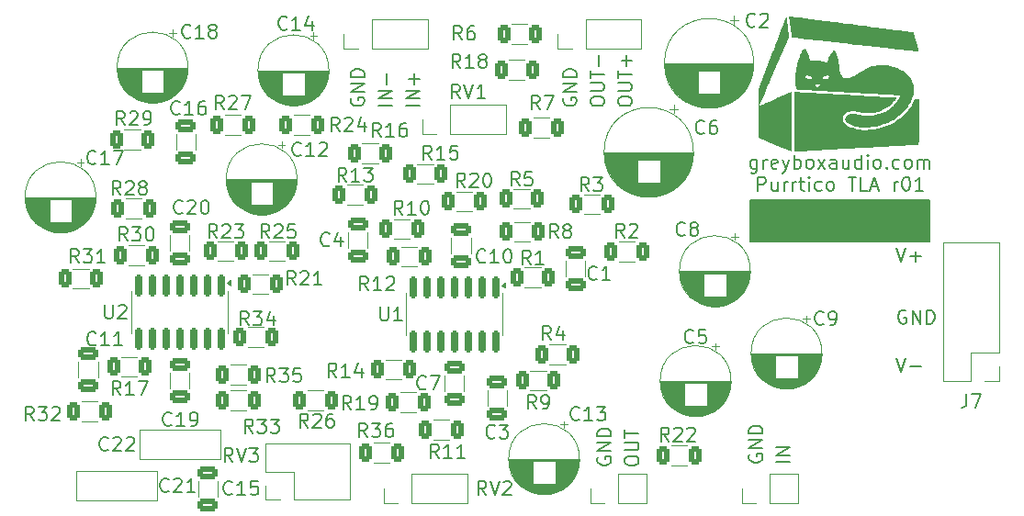
<source format=gto>
G04 #@! TF.GenerationSoftware,KiCad,Pcbnew,8.0.4*
G04 #@! TF.CreationDate,2024-08-16T09:26:53+02:00*
G04 #@! TF.ProjectId,Purrtico_TLA,50757272-7469-4636-9f5f-544c412e6b69,01*
G04 #@! TF.SameCoordinates,Original*
G04 #@! TF.FileFunction,Legend,Top*
G04 #@! TF.FilePolarity,Positive*
%FSLAX46Y46*%
G04 Gerber Fmt 4.6, Leading zero omitted, Abs format (unit mm)*
G04 Created by KiCad (PCBNEW 8.0.4) date 2024-08-16 09:26:53*
%MOMM*%
%LPD*%
G01*
G04 APERTURE LIST*
G04 Aperture macros list*
%AMRoundRect*
0 Rectangle with rounded corners*
0 $1 Rounding radius*
0 $2 $3 $4 $5 $6 $7 $8 $9 X,Y pos of 4 corners*
0 Add a 4 corners polygon primitive as box body*
4,1,4,$2,$3,$4,$5,$6,$7,$8,$9,$2,$3,0*
0 Add four circle primitives for the rounded corners*
1,1,$1+$1,$2,$3*
1,1,$1+$1,$4,$5*
1,1,$1+$1,$6,$7*
1,1,$1+$1,$8,$9*
0 Add four rect primitives between the rounded corners*
20,1,$1+$1,$2,$3,$4,$5,0*
20,1,$1+$1,$4,$5,$6,$7,0*
20,1,$1+$1,$6,$7,$8,$9,0*
20,1,$1+$1,$8,$9,$2,$3,0*%
G04 Aperture macros list end*
%ADD10C,0.203200*%
%ADD11C,0.120000*%
%ADD12C,0.000000*%
%ADD13R,1.700000X1.700000*%
%ADD14O,1.700000X1.700000*%
%ADD15RoundRect,0.250000X-0.650000X0.325000X-0.650000X-0.325000X0.650000X-0.325000X0.650000X0.325000X0*%
%ADD16RoundRect,0.250000X0.312500X0.625000X-0.312500X0.625000X-0.312500X-0.625000X0.312500X-0.625000X0*%
%ADD17RoundRect,0.250000X-0.312500X-0.625000X0.312500X-0.625000X0.312500X0.625000X-0.312500X0.625000X0*%
%ADD18C,1.600000*%
%ADD19C,5.600000*%
%ADD20R,1.600000X1.600000*%
%ADD21RoundRect,0.150000X-0.150000X0.825000X-0.150000X-0.825000X0.150000X-0.825000X0.150000X0.825000X0*%
%ADD22RoundRect,0.250000X0.650000X-0.325000X0.650000X0.325000X-0.650000X0.325000X-0.650000X-0.325000X0*%
G04 APERTURE END LIST*
D10*
X133350000Y-52120000D02*
X149860000Y-52120000D01*
X149860000Y-55930000D01*
X133350000Y-55930000D01*
X133350000Y-52120000D01*
G36*
X133350000Y-52120000D02*
G01*
X149860000Y-52120000D01*
X149860000Y-55930000D01*
X133350000Y-55930000D01*
X133350000Y-52120000D01*
G37*
X100269009Y-43378935D02*
X98999009Y-43378935D01*
X100269009Y-42774173D02*
X98999009Y-42774173D01*
X98999009Y-42774173D02*
X100269009Y-42048458D01*
X100269009Y-42048458D02*
X98999009Y-42048458D01*
X99785199Y-41443697D02*
X99785199Y-40476078D01*
X136994009Y-76271935D02*
X135724009Y-76271935D01*
X136994009Y-75667173D02*
X135724009Y-75667173D01*
X135724009Y-75667173D02*
X136994009Y-74941458D01*
X136994009Y-74941458D02*
X135724009Y-74941458D01*
X121754009Y-76284030D02*
X121754009Y-76042125D01*
X121754009Y-76042125D02*
X121814485Y-75921173D01*
X121814485Y-75921173D02*
X121935437Y-75800220D01*
X121935437Y-75800220D02*
X122177342Y-75739744D01*
X122177342Y-75739744D02*
X122600675Y-75739744D01*
X122600675Y-75739744D02*
X122842580Y-75800220D01*
X122842580Y-75800220D02*
X122963533Y-75921173D01*
X122963533Y-75921173D02*
X123024009Y-76042125D01*
X123024009Y-76042125D02*
X123024009Y-76284030D01*
X123024009Y-76284030D02*
X122963533Y-76404982D01*
X122963533Y-76404982D02*
X122842580Y-76525935D01*
X122842580Y-76525935D02*
X122600675Y-76586411D01*
X122600675Y-76586411D02*
X122177342Y-76586411D01*
X122177342Y-76586411D02*
X121935437Y-76525935D01*
X121935437Y-76525935D02*
X121814485Y-76404982D01*
X121814485Y-76404982D02*
X121754009Y-76284030D01*
X121754009Y-75195459D02*
X122782104Y-75195459D01*
X122782104Y-75195459D02*
X122903056Y-75134982D01*
X122903056Y-75134982D02*
X122963533Y-75074506D01*
X122963533Y-75074506D02*
X123024009Y-74953554D01*
X123024009Y-74953554D02*
X123024009Y-74711649D01*
X123024009Y-74711649D02*
X122963533Y-74590697D01*
X122963533Y-74590697D02*
X122903056Y-74530220D01*
X122903056Y-74530220D02*
X122782104Y-74469744D01*
X122782104Y-74469744D02*
X121754009Y-74469744D01*
X121754009Y-74046411D02*
X121754009Y-73320697D01*
X123024009Y-73683554D02*
X121754009Y-73683554D01*
X96519485Y-42713696D02*
X96459009Y-42834649D01*
X96459009Y-42834649D02*
X96459009Y-43016077D01*
X96459009Y-43016077D02*
X96519485Y-43197506D01*
X96519485Y-43197506D02*
X96640437Y-43318458D01*
X96640437Y-43318458D02*
X96761390Y-43378935D01*
X96761390Y-43378935D02*
X97003294Y-43439411D01*
X97003294Y-43439411D02*
X97184723Y-43439411D01*
X97184723Y-43439411D02*
X97426628Y-43378935D01*
X97426628Y-43378935D02*
X97547580Y-43318458D01*
X97547580Y-43318458D02*
X97668533Y-43197506D01*
X97668533Y-43197506D02*
X97729009Y-43016077D01*
X97729009Y-43016077D02*
X97729009Y-42895125D01*
X97729009Y-42895125D02*
X97668533Y-42713696D01*
X97668533Y-42713696D02*
X97608056Y-42653220D01*
X97608056Y-42653220D02*
X97184723Y-42653220D01*
X97184723Y-42653220D02*
X97184723Y-42895125D01*
X97729009Y-42108935D02*
X96459009Y-42108935D01*
X96459009Y-42108935D02*
X97729009Y-41383220D01*
X97729009Y-41383220D02*
X96459009Y-41383220D01*
X97729009Y-40778459D02*
X96459009Y-40778459D01*
X96459009Y-40778459D02*
X96459009Y-40476078D01*
X96459009Y-40476078D02*
X96519485Y-40294649D01*
X96519485Y-40294649D02*
X96640437Y-40173697D01*
X96640437Y-40173697D02*
X96761390Y-40113220D01*
X96761390Y-40113220D02*
X97003294Y-40052744D01*
X97003294Y-40052744D02*
X97184723Y-40052744D01*
X97184723Y-40052744D02*
X97426628Y-40113220D01*
X97426628Y-40113220D02*
X97547580Y-40173697D01*
X97547580Y-40173697D02*
X97668533Y-40294649D01*
X97668533Y-40294649D02*
X97729009Y-40476078D01*
X97729009Y-40476078D02*
X97729009Y-40778459D01*
X121119009Y-43137030D02*
X121119009Y-42895125D01*
X121119009Y-42895125D02*
X121179485Y-42774173D01*
X121179485Y-42774173D02*
X121300437Y-42653220D01*
X121300437Y-42653220D02*
X121542342Y-42592744D01*
X121542342Y-42592744D02*
X121965675Y-42592744D01*
X121965675Y-42592744D02*
X122207580Y-42653220D01*
X122207580Y-42653220D02*
X122328533Y-42774173D01*
X122328533Y-42774173D02*
X122389009Y-42895125D01*
X122389009Y-42895125D02*
X122389009Y-43137030D01*
X122389009Y-43137030D02*
X122328533Y-43257982D01*
X122328533Y-43257982D02*
X122207580Y-43378935D01*
X122207580Y-43378935D02*
X121965675Y-43439411D01*
X121965675Y-43439411D02*
X121542342Y-43439411D01*
X121542342Y-43439411D02*
X121300437Y-43378935D01*
X121300437Y-43378935D02*
X121179485Y-43257982D01*
X121179485Y-43257982D02*
X121119009Y-43137030D01*
X121119009Y-42048459D02*
X122147104Y-42048459D01*
X122147104Y-42048459D02*
X122268056Y-41987982D01*
X122268056Y-41987982D02*
X122328533Y-41927506D01*
X122328533Y-41927506D02*
X122389009Y-41806554D01*
X122389009Y-41806554D02*
X122389009Y-41564649D01*
X122389009Y-41564649D02*
X122328533Y-41443697D01*
X122328533Y-41443697D02*
X122268056Y-41383220D01*
X122268056Y-41383220D02*
X122147104Y-41322744D01*
X122147104Y-41322744D02*
X121119009Y-41322744D01*
X121119009Y-40899411D02*
X121119009Y-40173697D01*
X122389009Y-40536554D02*
X121119009Y-40536554D01*
X121905199Y-39750364D02*
X121905199Y-38782745D01*
X122389009Y-39266554D02*
X121421390Y-39266554D01*
X146812636Y-56541009D02*
X147235969Y-57811009D01*
X147235969Y-57811009D02*
X147659303Y-56541009D01*
X148082635Y-57327199D02*
X149050255Y-57327199D01*
X148566445Y-57811009D02*
X148566445Y-56843390D01*
X102809009Y-43378935D02*
X101539009Y-43378935D01*
X102809009Y-42774173D02*
X101539009Y-42774173D01*
X101539009Y-42774173D02*
X102809009Y-42048458D01*
X102809009Y-42048458D02*
X101539009Y-42048458D01*
X102325199Y-41443697D02*
X102325199Y-40476078D01*
X102809009Y-40959887D02*
X101841390Y-40959887D01*
X119274485Y-75860696D02*
X119214009Y-75981649D01*
X119214009Y-75981649D02*
X119214009Y-76163077D01*
X119214009Y-76163077D02*
X119274485Y-76344506D01*
X119274485Y-76344506D02*
X119395437Y-76465458D01*
X119395437Y-76465458D02*
X119516390Y-76525935D01*
X119516390Y-76525935D02*
X119758294Y-76586411D01*
X119758294Y-76586411D02*
X119939723Y-76586411D01*
X119939723Y-76586411D02*
X120181628Y-76525935D01*
X120181628Y-76525935D02*
X120302580Y-76465458D01*
X120302580Y-76465458D02*
X120423533Y-76344506D01*
X120423533Y-76344506D02*
X120484009Y-76163077D01*
X120484009Y-76163077D02*
X120484009Y-76042125D01*
X120484009Y-76042125D02*
X120423533Y-75860696D01*
X120423533Y-75860696D02*
X120363056Y-75800220D01*
X120363056Y-75800220D02*
X119939723Y-75800220D01*
X119939723Y-75800220D02*
X119939723Y-76042125D01*
X120484009Y-75255935D02*
X119214009Y-75255935D01*
X119214009Y-75255935D02*
X120484009Y-74530220D01*
X120484009Y-74530220D02*
X119214009Y-74530220D01*
X120484009Y-73925459D02*
X119214009Y-73925459D01*
X119214009Y-73925459D02*
X119214009Y-73623078D01*
X119214009Y-73623078D02*
X119274485Y-73441649D01*
X119274485Y-73441649D02*
X119395437Y-73320697D01*
X119395437Y-73320697D02*
X119516390Y-73260220D01*
X119516390Y-73260220D02*
X119758294Y-73199744D01*
X119758294Y-73199744D02*
X119939723Y-73199744D01*
X119939723Y-73199744D02*
X120181628Y-73260220D01*
X120181628Y-73260220D02*
X120302580Y-73320697D01*
X120302580Y-73320697D02*
X120423533Y-73441649D01*
X120423533Y-73441649D02*
X120484009Y-73623078D01*
X120484009Y-73623078D02*
X120484009Y-73925459D01*
X133924523Y-48372713D02*
X133924523Y-49400808D01*
X133924523Y-49400808D02*
X133864047Y-49521761D01*
X133864047Y-49521761D02*
X133803571Y-49582237D01*
X133803571Y-49582237D02*
X133682618Y-49642713D01*
X133682618Y-49642713D02*
X133501190Y-49642713D01*
X133501190Y-49642713D02*
X133380237Y-49582237D01*
X133924523Y-49158904D02*
X133803571Y-49219380D01*
X133803571Y-49219380D02*
X133561666Y-49219380D01*
X133561666Y-49219380D02*
X133440714Y-49158904D01*
X133440714Y-49158904D02*
X133380237Y-49098427D01*
X133380237Y-49098427D02*
X133319761Y-48977475D01*
X133319761Y-48977475D02*
X133319761Y-48614618D01*
X133319761Y-48614618D02*
X133380237Y-48493665D01*
X133380237Y-48493665D02*
X133440714Y-48433189D01*
X133440714Y-48433189D02*
X133561666Y-48372713D01*
X133561666Y-48372713D02*
X133803571Y-48372713D01*
X133803571Y-48372713D02*
X133924523Y-48433189D01*
X134529285Y-49219380D02*
X134529285Y-48372713D01*
X134529285Y-48614618D02*
X134589762Y-48493665D01*
X134589762Y-48493665D02*
X134650238Y-48433189D01*
X134650238Y-48433189D02*
X134771190Y-48372713D01*
X134771190Y-48372713D02*
X134892143Y-48372713D01*
X135799285Y-49158904D02*
X135678333Y-49219380D01*
X135678333Y-49219380D02*
X135436428Y-49219380D01*
X135436428Y-49219380D02*
X135315475Y-49158904D01*
X135315475Y-49158904D02*
X135254999Y-49037951D01*
X135254999Y-49037951D02*
X135254999Y-48554142D01*
X135254999Y-48554142D02*
X135315475Y-48433189D01*
X135315475Y-48433189D02*
X135436428Y-48372713D01*
X135436428Y-48372713D02*
X135678333Y-48372713D01*
X135678333Y-48372713D02*
X135799285Y-48433189D01*
X135799285Y-48433189D02*
X135859761Y-48554142D01*
X135859761Y-48554142D02*
X135859761Y-48675094D01*
X135859761Y-48675094D02*
X135254999Y-48796046D01*
X136283094Y-48372713D02*
X136585475Y-49219380D01*
X136887856Y-48372713D02*
X136585475Y-49219380D01*
X136585475Y-49219380D02*
X136464523Y-49521761D01*
X136464523Y-49521761D02*
X136404046Y-49582237D01*
X136404046Y-49582237D02*
X136283094Y-49642713D01*
X137371665Y-49219380D02*
X137371665Y-47949380D01*
X137371665Y-48433189D02*
X137492618Y-48372713D01*
X137492618Y-48372713D02*
X137734523Y-48372713D01*
X137734523Y-48372713D02*
X137855475Y-48433189D01*
X137855475Y-48433189D02*
X137915951Y-48493665D01*
X137915951Y-48493665D02*
X137976427Y-48614618D01*
X137976427Y-48614618D02*
X137976427Y-48977475D01*
X137976427Y-48977475D02*
X137915951Y-49098427D01*
X137915951Y-49098427D02*
X137855475Y-49158904D01*
X137855475Y-49158904D02*
X137734523Y-49219380D01*
X137734523Y-49219380D02*
X137492618Y-49219380D01*
X137492618Y-49219380D02*
X137371665Y-49158904D01*
X138702142Y-49219380D02*
X138581190Y-49158904D01*
X138581190Y-49158904D02*
X138520713Y-49098427D01*
X138520713Y-49098427D02*
X138460237Y-48977475D01*
X138460237Y-48977475D02*
X138460237Y-48614618D01*
X138460237Y-48614618D02*
X138520713Y-48493665D01*
X138520713Y-48493665D02*
X138581190Y-48433189D01*
X138581190Y-48433189D02*
X138702142Y-48372713D01*
X138702142Y-48372713D02*
X138883571Y-48372713D01*
X138883571Y-48372713D02*
X139004523Y-48433189D01*
X139004523Y-48433189D02*
X139064999Y-48493665D01*
X139064999Y-48493665D02*
X139125475Y-48614618D01*
X139125475Y-48614618D02*
X139125475Y-48977475D01*
X139125475Y-48977475D02*
X139064999Y-49098427D01*
X139064999Y-49098427D02*
X139004523Y-49158904D01*
X139004523Y-49158904D02*
X138883571Y-49219380D01*
X138883571Y-49219380D02*
X138702142Y-49219380D01*
X139548809Y-49219380D02*
X140214047Y-48372713D01*
X139548809Y-48372713D02*
X140214047Y-49219380D01*
X141242142Y-49219380D02*
X141242142Y-48554142D01*
X141242142Y-48554142D02*
X141181666Y-48433189D01*
X141181666Y-48433189D02*
X141060714Y-48372713D01*
X141060714Y-48372713D02*
X140818809Y-48372713D01*
X140818809Y-48372713D02*
X140697856Y-48433189D01*
X141242142Y-49158904D02*
X141121190Y-49219380D01*
X141121190Y-49219380D02*
X140818809Y-49219380D01*
X140818809Y-49219380D02*
X140697856Y-49158904D01*
X140697856Y-49158904D02*
X140637380Y-49037951D01*
X140637380Y-49037951D02*
X140637380Y-48916999D01*
X140637380Y-48916999D02*
X140697856Y-48796046D01*
X140697856Y-48796046D02*
X140818809Y-48735570D01*
X140818809Y-48735570D02*
X141121190Y-48735570D01*
X141121190Y-48735570D02*
X141242142Y-48675094D01*
X142391190Y-48372713D02*
X142391190Y-49219380D01*
X141846904Y-48372713D02*
X141846904Y-49037951D01*
X141846904Y-49037951D02*
X141907381Y-49158904D01*
X141907381Y-49158904D02*
X142028333Y-49219380D01*
X142028333Y-49219380D02*
X142209762Y-49219380D01*
X142209762Y-49219380D02*
X142330714Y-49158904D01*
X142330714Y-49158904D02*
X142391190Y-49098427D01*
X143540238Y-49219380D02*
X143540238Y-47949380D01*
X143540238Y-49158904D02*
X143419286Y-49219380D01*
X143419286Y-49219380D02*
X143177381Y-49219380D01*
X143177381Y-49219380D02*
X143056429Y-49158904D01*
X143056429Y-49158904D02*
X142995952Y-49098427D01*
X142995952Y-49098427D02*
X142935476Y-48977475D01*
X142935476Y-48977475D02*
X142935476Y-48614618D01*
X142935476Y-48614618D02*
X142995952Y-48493665D01*
X142995952Y-48493665D02*
X143056429Y-48433189D01*
X143056429Y-48433189D02*
X143177381Y-48372713D01*
X143177381Y-48372713D02*
X143419286Y-48372713D01*
X143419286Y-48372713D02*
X143540238Y-48433189D01*
X144145000Y-49219380D02*
X144145000Y-48372713D01*
X144145000Y-47949380D02*
X144084524Y-48009856D01*
X144084524Y-48009856D02*
X144145000Y-48070332D01*
X144145000Y-48070332D02*
X144205477Y-48009856D01*
X144205477Y-48009856D02*
X144145000Y-47949380D01*
X144145000Y-47949380D02*
X144145000Y-48070332D01*
X144931191Y-49219380D02*
X144810239Y-49158904D01*
X144810239Y-49158904D02*
X144749762Y-49098427D01*
X144749762Y-49098427D02*
X144689286Y-48977475D01*
X144689286Y-48977475D02*
X144689286Y-48614618D01*
X144689286Y-48614618D02*
X144749762Y-48493665D01*
X144749762Y-48493665D02*
X144810239Y-48433189D01*
X144810239Y-48433189D02*
X144931191Y-48372713D01*
X144931191Y-48372713D02*
X145112620Y-48372713D01*
X145112620Y-48372713D02*
X145233572Y-48433189D01*
X145233572Y-48433189D02*
X145294048Y-48493665D01*
X145294048Y-48493665D02*
X145354524Y-48614618D01*
X145354524Y-48614618D02*
X145354524Y-48977475D01*
X145354524Y-48977475D02*
X145294048Y-49098427D01*
X145294048Y-49098427D02*
X145233572Y-49158904D01*
X145233572Y-49158904D02*
X145112620Y-49219380D01*
X145112620Y-49219380D02*
X144931191Y-49219380D01*
X145898810Y-49098427D02*
X145959287Y-49158904D01*
X145959287Y-49158904D02*
X145898810Y-49219380D01*
X145898810Y-49219380D02*
X145838334Y-49158904D01*
X145838334Y-49158904D02*
X145898810Y-49098427D01*
X145898810Y-49098427D02*
X145898810Y-49219380D01*
X147047858Y-49158904D02*
X146926906Y-49219380D01*
X146926906Y-49219380D02*
X146685001Y-49219380D01*
X146685001Y-49219380D02*
X146564049Y-49158904D01*
X146564049Y-49158904D02*
X146503572Y-49098427D01*
X146503572Y-49098427D02*
X146443096Y-48977475D01*
X146443096Y-48977475D02*
X146443096Y-48614618D01*
X146443096Y-48614618D02*
X146503572Y-48493665D01*
X146503572Y-48493665D02*
X146564049Y-48433189D01*
X146564049Y-48433189D02*
X146685001Y-48372713D01*
X146685001Y-48372713D02*
X146926906Y-48372713D01*
X146926906Y-48372713D02*
X147047858Y-48433189D01*
X147773572Y-49219380D02*
X147652620Y-49158904D01*
X147652620Y-49158904D02*
X147592143Y-49098427D01*
X147592143Y-49098427D02*
X147531667Y-48977475D01*
X147531667Y-48977475D02*
X147531667Y-48614618D01*
X147531667Y-48614618D02*
X147592143Y-48493665D01*
X147592143Y-48493665D02*
X147652620Y-48433189D01*
X147652620Y-48433189D02*
X147773572Y-48372713D01*
X147773572Y-48372713D02*
X147955001Y-48372713D01*
X147955001Y-48372713D02*
X148075953Y-48433189D01*
X148075953Y-48433189D02*
X148136429Y-48493665D01*
X148136429Y-48493665D02*
X148196905Y-48614618D01*
X148196905Y-48614618D02*
X148196905Y-48977475D01*
X148196905Y-48977475D02*
X148136429Y-49098427D01*
X148136429Y-49098427D02*
X148075953Y-49158904D01*
X148075953Y-49158904D02*
X147955001Y-49219380D01*
X147955001Y-49219380D02*
X147773572Y-49219380D01*
X148741191Y-49219380D02*
X148741191Y-48372713D01*
X148741191Y-48493665D02*
X148801668Y-48433189D01*
X148801668Y-48433189D02*
X148922620Y-48372713D01*
X148922620Y-48372713D02*
X149104049Y-48372713D01*
X149104049Y-48372713D02*
X149225001Y-48433189D01*
X149225001Y-48433189D02*
X149285477Y-48554142D01*
X149285477Y-48554142D02*
X149285477Y-49219380D01*
X149285477Y-48554142D02*
X149345953Y-48433189D01*
X149345953Y-48433189D02*
X149466906Y-48372713D01*
X149466906Y-48372713D02*
X149648334Y-48372713D01*
X149648334Y-48372713D02*
X149769287Y-48433189D01*
X149769287Y-48433189D02*
X149829763Y-48554142D01*
X149829763Y-48554142D02*
X149829763Y-49219380D01*
X134015238Y-51264009D02*
X134015238Y-49994009D01*
X134015238Y-49994009D02*
X134499048Y-49994009D01*
X134499048Y-49994009D02*
X134620000Y-50054485D01*
X134620000Y-50054485D02*
X134680477Y-50114961D01*
X134680477Y-50114961D02*
X134740953Y-50235913D01*
X134740953Y-50235913D02*
X134740953Y-50417342D01*
X134740953Y-50417342D02*
X134680477Y-50538294D01*
X134680477Y-50538294D02*
X134620000Y-50598771D01*
X134620000Y-50598771D02*
X134499048Y-50659247D01*
X134499048Y-50659247D02*
X134015238Y-50659247D01*
X135829524Y-50417342D02*
X135829524Y-51264009D01*
X135285238Y-50417342D02*
X135285238Y-51082580D01*
X135285238Y-51082580D02*
X135345715Y-51203533D01*
X135345715Y-51203533D02*
X135466667Y-51264009D01*
X135466667Y-51264009D02*
X135648096Y-51264009D01*
X135648096Y-51264009D02*
X135769048Y-51203533D01*
X135769048Y-51203533D02*
X135829524Y-51143056D01*
X136434286Y-51264009D02*
X136434286Y-50417342D01*
X136434286Y-50659247D02*
X136494763Y-50538294D01*
X136494763Y-50538294D02*
X136555239Y-50477818D01*
X136555239Y-50477818D02*
X136676191Y-50417342D01*
X136676191Y-50417342D02*
X136797144Y-50417342D01*
X137220476Y-51264009D02*
X137220476Y-50417342D01*
X137220476Y-50659247D02*
X137280953Y-50538294D01*
X137280953Y-50538294D02*
X137341429Y-50477818D01*
X137341429Y-50477818D02*
X137462381Y-50417342D01*
X137462381Y-50417342D02*
X137583334Y-50417342D01*
X137825238Y-50417342D02*
X138309047Y-50417342D01*
X138006666Y-49994009D02*
X138006666Y-51082580D01*
X138006666Y-51082580D02*
X138067143Y-51203533D01*
X138067143Y-51203533D02*
X138188095Y-51264009D01*
X138188095Y-51264009D02*
X138309047Y-51264009D01*
X138732380Y-51264009D02*
X138732380Y-50417342D01*
X138732380Y-49994009D02*
X138671904Y-50054485D01*
X138671904Y-50054485D02*
X138732380Y-50114961D01*
X138732380Y-50114961D02*
X138792857Y-50054485D01*
X138792857Y-50054485D02*
X138732380Y-49994009D01*
X138732380Y-49994009D02*
X138732380Y-50114961D01*
X139881428Y-51203533D02*
X139760476Y-51264009D01*
X139760476Y-51264009D02*
X139518571Y-51264009D01*
X139518571Y-51264009D02*
X139397619Y-51203533D01*
X139397619Y-51203533D02*
X139337142Y-51143056D01*
X139337142Y-51143056D02*
X139276666Y-51022104D01*
X139276666Y-51022104D02*
X139276666Y-50659247D01*
X139276666Y-50659247D02*
X139337142Y-50538294D01*
X139337142Y-50538294D02*
X139397619Y-50477818D01*
X139397619Y-50477818D02*
X139518571Y-50417342D01*
X139518571Y-50417342D02*
X139760476Y-50417342D01*
X139760476Y-50417342D02*
X139881428Y-50477818D01*
X140607142Y-51264009D02*
X140486190Y-51203533D01*
X140486190Y-51203533D02*
X140425713Y-51143056D01*
X140425713Y-51143056D02*
X140365237Y-51022104D01*
X140365237Y-51022104D02*
X140365237Y-50659247D01*
X140365237Y-50659247D02*
X140425713Y-50538294D01*
X140425713Y-50538294D02*
X140486190Y-50477818D01*
X140486190Y-50477818D02*
X140607142Y-50417342D01*
X140607142Y-50417342D02*
X140788571Y-50417342D01*
X140788571Y-50417342D02*
X140909523Y-50477818D01*
X140909523Y-50477818D02*
X140969999Y-50538294D01*
X140969999Y-50538294D02*
X141030475Y-50659247D01*
X141030475Y-50659247D02*
X141030475Y-51022104D01*
X141030475Y-51022104D02*
X140969999Y-51143056D01*
X140969999Y-51143056D02*
X140909523Y-51203533D01*
X140909523Y-51203533D02*
X140788571Y-51264009D01*
X140788571Y-51264009D02*
X140607142Y-51264009D01*
X142360952Y-49994009D02*
X143086666Y-49994009D01*
X142723809Y-51264009D02*
X142723809Y-49994009D01*
X144114761Y-51264009D02*
X143509999Y-51264009D01*
X143509999Y-51264009D02*
X143509999Y-49994009D01*
X144477618Y-50901152D02*
X145082380Y-50901152D01*
X144356666Y-51264009D02*
X144779999Y-49994009D01*
X144779999Y-49994009D02*
X145203333Y-51264009D01*
X146594284Y-51264009D02*
X146594284Y-50417342D01*
X146594284Y-50659247D02*
X146654761Y-50538294D01*
X146654761Y-50538294D02*
X146715237Y-50477818D01*
X146715237Y-50477818D02*
X146836189Y-50417342D01*
X146836189Y-50417342D02*
X146957142Y-50417342D01*
X147622379Y-49994009D02*
X147743332Y-49994009D01*
X147743332Y-49994009D02*
X147864284Y-50054485D01*
X147864284Y-50054485D02*
X147924760Y-50114961D01*
X147924760Y-50114961D02*
X147985236Y-50235913D01*
X147985236Y-50235913D02*
X148045713Y-50477818D01*
X148045713Y-50477818D02*
X148045713Y-50780199D01*
X148045713Y-50780199D02*
X147985236Y-51022104D01*
X147985236Y-51022104D02*
X147924760Y-51143056D01*
X147924760Y-51143056D02*
X147864284Y-51203533D01*
X147864284Y-51203533D02*
X147743332Y-51264009D01*
X147743332Y-51264009D02*
X147622379Y-51264009D01*
X147622379Y-51264009D02*
X147501427Y-51203533D01*
X147501427Y-51203533D02*
X147440951Y-51143056D01*
X147440951Y-51143056D02*
X147380474Y-51022104D01*
X147380474Y-51022104D02*
X147319998Y-50780199D01*
X147319998Y-50780199D02*
X147319998Y-50477818D01*
X147319998Y-50477818D02*
X147380474Y-50235913D01*
X147380474Y-50235913D02*
X147440951Y-50114961D01*
X147440951Y-50114961D02*
X147501427Y-50054485D01*
X147501427Y-50054485D02*
X147622379Y-49994009D01*
X149255237Y-51264009D02*
X148529522Y-51264009D01*
X148892379Y-51264009D02*
X148892379Y-49994009D01*
X148892379Y-49994009D02*
X148771427Y-50175437D01*
X148771427Y-50175437D02*
X148650475Y-50296390D01*
X148650475Y-50296390D02*
X148529522Y-50356866D01*
X118579009Y-43137030D02*
X118579009Y-42895125D01*
X118579009Y-42895125D02*
X118639485Y-42774173D01*
X118639485Y-42774173D02*
X118760437Y-42653220D01*
X118760437Y-42653220D02*
X119002342Y-42592744D01*
X119002342Y-42592744D02*
X119425675Y-42592744D01*
X119425675Y-42592744D02*
X119667580Y-42653220D01*
X119667580Y-42653220D02*
X119788533Y-42774173D01*
X119788533Y-42774173D02*
X119849009Y-42895125D01*
X119849009Y-42895125D02*
X119849009Y-43137030D01*
X119849009Y-43137030D02*
X119788533Y-43257982D01*
X119788533Y-43257982D02*
X119667580Y-43378935D01*
X119667580Y-43378935D02*
X119425675Y-43439411D01*
X119425675Y-43439411D02*
X119002342Y-43439411D01*
X119002342Y-43439411D02*
X118760437Y-43378935D01*
X118760437Y-43378935D02*
X118639485Y-43257982D01*
X118639485Y-43257982D02*
X118579009Y-43137030D01*
X118579009Y-42048459D02*
X119607104Y-42048459D01*
X119607104Y-42048459D02*
X119728056Y-41987982D01*
X119728056Y-41987982D02*
X119788533Y-41927506D01*
X119788533Y-41927506D02*
X119849009Y-41806554D01*
X119849009Y-41806554D02*
X119849009Y-41564649D01*
X119849009Y-41564649D02*
X119788533Y-41443697D01*
X119788533Y-41443697D02*
X119728056Y-41383220D01*
X119728056Y-41383220D02*
X119607104Y-41322744D01*
X119607104Y-41322744D02*
X118579009Y-41322744D01*
X118579009Y-40899411D02*
X118579009Y-40173697D01*
X119849009Y-40536554D02*
X118579009Y-40536554D01*
X119365199Y-39750364D02*
X119365199Y-38782745D01*
X133244485Y-75606696D02*
X133184009Y-75727649D01*
X133184009Y-75727649D02*
X133184009Y-75909077D01*
X133184009Y-75909077D02*
X133244485Y-76090506D01*
X133244485Y-76090506D02*
X133365437Y-76211458D01*
X133365437Y-76211458D02*
X133486390Y-76271935D01*
X133486390Y-76271935D02*
X133728294Y-76332411D01*
X133728294Y-76332411D02*
X133909723Y-76332411D01*
X133909723Y-76332411D02*
X134151628Y-76271935D01*
X134151628Y-76271935D02*
X134272580Y-76211458D01*
X134272580Y-76211458D02*
X134393533Y-76090506D01*
X134393533Y-76090506D02*
X134454009Y-75909077D01*
X134454009Y-75909077D02*
X134454009Y-75788125D01*
X134454009Y-75788125D02*
X134393533Y-75606696D01*
X134393533Y-75606696D02*
X134333056Y-75546220D01*
X134333056Y-75546220D02*
X133909723Y-75546220D01*
X133909723Y-75546220D02*
X133909723Y-75788125D01*
X134454009Y-75001935D02*
X133184009Y-75001935D01*
X133184009Y-75001935D02*
X134454009Y-74276220D01*
X134454009Y-74276220D02*
X133184009Y-74276220D01*
X134454009Y-73671459D02*
X133184009Y-73671459D01*
X133184009Y-73671459D02*
X133184009Y-73369078D01*
X133184009Y-73369078D02*
X133244485Y-73187649D01*
X133244485Y-73187649D02*
X133365437Y-73066697D01*
X133365437Y-73066697D02*
X133486390Y-73006220D01*
X133486390Y-73006220D02*
X133728294Y-72945744D01*
X133728294Y-72945744D02*
X133909723Y-72945744D01*
X133909723Y-72945744D02*
X134151628Y-73006220D01*
X134151628Y-73006220D02*
X134272580Y-73066697D01*
X134272580Y-73066697D02*
X134393533Y-73187649D01*
X134393533Y-73187649D02*
X134454009Y-73369078D01*
X134454009Y-73369078D02*
X134454009Y-73671459D01*
X116099485Y-42713696D02*
X116039009Y-42834649D01*
X116039009Y-42834649D02*
X116039009Y-43016077D01*
X116039009Y-43016077D02*
X116099485Y-43197506D01*
X116099485Y-43197506D02*
X116220437Y-43318458D01*
X116220437Y-43318458D02*
X116341390Y-43378935D01*
X116341390Y-43378935D02*
X116583294Y-43439411D01*
X116583294Y-43439411D02*
X116764723Y-43439411D01*
X116764723Y-43439411D02*
X117006628Y-43378935D01*
X117006628Y-43378935D02*
X117127580Y-43318458D01*
X117127580Y-43318458D02*
X117248533Y-43197506D01*
X117248533Y-43197506D02*
X117309009Y-43016077D01*
X117309009Y-43016077D02*
X117309009Y-42895125D01*
X117309009Y-42895125D02*
X117248533Y-42713696D01*
X117248533Y-42713696D02*
X117188056Y-42653220D01*
X117188056Y-42653220D02*
X116764723Y-42653220D01*
X116764723Y-42653220D02*
X116764723Y-42895125D01*
X117309009Y-42108935D02*
X116039009Y-42108935D01*
X116039009Y-42108935D02*
X117309009Y-41383220D01*
X117309009Y-41383220D02*
X116039009Y-41383220D01*
X117309009Y-40778459D02*
X116039009Y-40778459D01*
X116039009Y-40778459D02*
X116039009Y-40476078D01*
X116039009Y-40476078D02*
X116099485Y-40294649D01*
X116099485Y-40294649D02*
X116220437Y-40173697D01*
X116220437Y-40173697D02*
X116341390Y-40113220D01*
X116341390Y-40113220D02*
X116583294Y-40052744D01*
X116583294Y-40052744D02*
X116764723Y-40052744D01*
X116764723Y-40052744D02*
X117006628Y-40113220D01*
X117006628Y-40113220D02*
X117127580Y-40173697D01*
X117127580Y-40173697D02*
X117248533Y-40294649D01*
X117248533Y-40294649D02*
X117309009Y-40476078D01*
X117309009Y-40476078D02*
X117309009Y-40778459D01*
X146812636Y-66701009D02*
X147235969Y-67971009D01*
X147235969Y-67971009D02*
X147659303Y-66701009D01*
X148082635Y-67487199D02*
X149050255Y-67487199D01*
X147659303Y-62316485D02*
X147538350Y-62256009D01*
X147538350Y-62256009D02*
X147356922Y-62256009D01*
X147356922Y-62256009D02*
X147175493Y-62316485D01*
X147175493Y-62316485D02*
X147054541Y-62437437D01*
X147054541Y-62437437D02*
X146994064Y-62558390D01*
X146994064Y-62558390D02*
X146933588Y-62800294D01*
X146933588Y-62800294D02*
X146933588Y-62981723D01*
X146933588Y-62981723D02*
X146994064Y-63223628D01*
X146994064Y-63223628D02*
X147054541Y-63344580D01*
X147054541Y-63344580D02*
X147175493Y-63465533D01*
X147175493Y-63465533D02*
X147356922Y-63526009D01*
X147356922Y-63526009D02*
X147477874Y-63526009D01*
X147477874Y-63526009D02*
X147659303Y-63465533D01*
X147659303Y-63465533D02*
X147719779Y-63405056D01*
X147719779Y-63405056D02*
X147719779Y-62981723D01*
X147719779Y-62981723D02*
X147477874Y-62981723D01*
X148264064Y-63526009D02*
X148264064Y-62256009D01*
X148264064Y-62256009D02*
X148989779Y-63526009D01*
X148989779Y-63526009D02*
X148989779Y-62256009D01*
X149594540Y-63526009D02*
X149594540Y-62256009D01*
X149594540Y-62256009D02*
X149896921Y-62256009D01*
X149896921Y-62256009D02*
X150078350Y-62316485D01*
X150078350Y-62316485D02*
X150199302Y-62437437D01*
X150199302Y-62437437D02*
X150259779Y-62558390D01*
X150259779Y-62558390D02*
X150320255Y-62800294D01*
X150320255Y-62800294D02*
X150320255Y-62981723D01*
X150320255Y-62981723D02*
X150259779Y-63223628D01*
X150259779Y-63223628D02*
X150199302Y-63344580D01*
X150199302Y-63344580D02*
X150078350Y-63465533D01*
X150078350Y-63465533D02*
X149896921Y-63526009D01*
X149896921Y-63526009D02*
X149594540Y-63526009D01*
X108972048Y-79316959D02*
X108548714Y-78712197D01*
X108246333Y-79316959D02*
X108246333Y-78046959D01*
X108246333Y-78046959D02*
X108730143Y-78046959D01*
X108730143Y-78046959D02*
X108851095Y-78107435D01*
X108851095Y-78107435D02*
X108911572Y-78167911D01*
X108911572Y-78167911D02*
X108972048Y-78288863D01*
X108972048Y-78288863D02*
X108972048Y-78470292D01*
X108972048Y-78470292D02*
X108911572Y-78591244D01*
X108911572Y-78591244D02*
X108851095Y-78651721D01*
X108851095Y-78651721D02*
X108730143Y-78712197D01*
X108730143Y-78712197D02*
X108246333Y-78712197D01*
X109334905Y-78046959D02*
X109758238Y-79316959D01*
X109758238Y-79316959D02*
X110181572Y-78046959D01*
X110544428Y-78167911D02*
X110604904Y-78107435D01*
X110604904Y-78107435D02*
X110725857Y-78046959D01*
X110725857Y-78046959D02*
X111028238Y-78046959D01*
X111028238Y-78046959D02*
X111149190Y-78107435D01*
X111149190Y-78107435D02*
X111209666Y-78167911D01*
X111209666Y-78167911D02*
X111270143Y-78288863D01*
X111270143Y-78288863D02*
X111270143Y-78409816D01*
X111270143Y-78409816D02*
X111209666Y-78591244D01*
X111209666Y-78591244D02*
X110483952Y-79316959D01*
X110483952Y-79316959D02*
X111270143Y-79316959D01*
X119168333Y-59384006D02*
X119107857Y-59444483D01*
X119107857Y-59444483D02*
X118926428Y-59504959D01*
X118926428Y-59504959D02*
X118805476Y-59504959D01*
X118805476Y-59504959D02*
X118624047Y-59444483D01*
X118624047Y-59444483D02*
X118503095Y-59323530D01*
X118503095Y-59323530D02*
X118442618Y-59202578D01*
X118442618Y-59202578D02*
X118382142Y-58960673D01*
X118382142Y-58960673D02*
X118382142Y-58779244D01*
X118382142Y-58779244D02*
X118442618Y-58537340D01*
X118442618Y-58537340D02*
X118503095Y-58416387D01*
X118503095Y-58416387D02*
X118624047Y-58295435D01*
X118624047Y-58295435D02*
X118805476Y-58234959D01*
X118805476Y-58234959D02*
X118926428Y-58234959D01*
X118926428Y-58234959D02*
X119107857Y-58295435D01*
X119107857Y-58295435D02*
X119168333Y-58355911D01*
X120377857Y-59504959D02*
X119652142Y-59504959D01*
X120014999Y-59504959D02*
X120014999Y-58234959D01*
X120014999Y-58234959D02*
X119894047Y-58416387D01*
X119894047Y-58416387D02*
X119773095Y-58537340D01*
X119773095Y-58537340D02*
X119652142Y-58597816D01*
X88972571Y-55632959D02*
X88549237Y-55028197D01*
X88246856Y-55632959D02*
X88246856Y-54362959D01*
X88246856Y-54362959D02*
X88730666Y-54362959D01*
X88730666Y-54362959D02*
X88851618Y-54423435D01*
X88851618Y-54423435D02*
X88912095Y-54483911D01*
X88912095Y-54483911D02*
X88972571Y-54604863D01*
X88972571Y-54604863D02*
X88972571Y-54786292D01*
X88972571Y-54786292D02*
X88912095Y-54907244D01*
X88912095Y-54907244D02*
X88851618Y-54967721D01*
X88851618Y-54967721D02*
X88730666Y-55028197D01*
X88730666Y-55028197D02*
X88246856Y-55028197D01*
X89456380Y-54483911D02*
X89516856Y-54423435D01*
X89516856Y-54423435D02*
X89637809Y-54362959D01*
X89637809Y-54362959D02*
X89940190Y-54362959D01*
X89940190Y-54362959D02*
X90061142Y-54423435D01*
X90061142Y-54423435D02*
X90121618Y-54483911D01*
X90121618Y-54483911D02*
X90182095Y-54604863D01*
X90182095Y-54604863D02*
X90182095Y-54725816D01*
X90182095Y-54725816D02*
X90121618Y-54907244D01*
X90121618Y-54907244D02*
X89395904Y-55632959D01*
X89395904Y-55632959D02*
X90182095Y-55632959D01*
X91331142Y-54362959D02*
X90726380Y-54362959D01*
X90726380Y-54362959D02*
X90665904Y-54967721D01*
X90665904Y-54967721D02*
X90726380Y-54907244D01*
X90726380Y-54907244D02*
X90847333Y-54846768D01*
X90847333Y-54846768D02*
X91149714Y-54846768D01*
X91149714Y-54846768D02*
X91270666Y-54907244D01*
X91270666Y-54907244D02*
X91331142Y-54967721D01*
X91331142Y-54967721D02*
X91391619Y-55088673D01*
X91391619Y-55088673D02*
X91391619Y-55391054D01*
X91391619Y-55391054D02*
X91331142Y-55512006D01*
X91331142Y-55512006D02*
X91270666Y-55572483D01*
X91270666Y-55572483D02*
X91149714Y-55632959D01*
X91149714Y-55632959D02*
X90847333Y-55632959D01*
X90847333Y-55632959D02*
X90726380Y-55572483D01*
X90726380Y-55572483D02*
X90665904Y-55512006D01*
X114944833Y-65030959D02*
X114521499Y-64426197D01*
X114219118Y-65030959D02*
X114219118Y-63760959D01*
X114219118Y-63760959D02*
X114702928Y-63760959D01*
X114702928Y-63760959D02*
X114823880Y-63821435D01*
X114823880Y-63821435D02*
X114884357Y-63881911D01*
X114884357Y-63881911D02*
X114944833Y-64002863D01*
X114944833Y-64002863D02*
X114944833Y-64184292D01*
X114944833Y-64184292D02*
X114884357Y-64305244D01*
X114884357Y-64305244D02*
X114823880Y-64365721D01*
X114823880Y-64365721D02*
X114702928Y-64426197D01*
X114702928Y-64426197D02*
X114219118Y-64426197D01*
X116033404Y-64184292D02*
X116033404Y-65030959D01*
X115731023Y-63700483D02*
X115428642Y-64607625D01*
X115428642Y-64607625D02*
X116214833Y-64607625D01*
X113547833Y-71380959D02*
X113124499Y-70776197D01*
X112822118Y-71380959D02*
X112822118Y-70110959D01*
X112822118Y-70110959D02*
X113305928Y-70110959D01*
X113305928Y-70110959D02*
X113426880Y-70171435D01*
X113426880Y-70171435D02*
X113487357Y-70231911D01*
X113487357Y-70231911D02*
X113547833Y-70352863D01*
X113547833Y-70352863D02*
X113547833Y-70534292D01*
X113547833Y-70534292D02*
X113487357Y-70655244D01*
X113487357Y-70655244D02*
X113426880Y-70715721D01*
X113426880Y-70715721D02*
X113305928Y-70776197D01*
X113305928Y-70776197D02*
X112822118Y-70776197D01*
X114152595Y-71380959D02*
X114394499Y-71380959D01*
X114394499Y-71380959D02*
X114515452Y-71320483D01*
X114515452Y-71320483D02*
X114575928Y-71260006D01*
X114575928Y-71260006D02*
X114696880Y-71078578D01*
X114696880Y-71078578D02*
X114757357Y-70836673D01*
X114757357Y-70836673D02*
X114757357Y-70352863D01*
X114757357Y-70352863D02*
X114696880Y-70231911D01*
X114696880Y-70231911D02*
X114636404Y-70171435D01*
X114636404Y-70171435D02*
X114515452Y-70110959D01*
X114515452Y-70110959D02*
X114273547Y-70110959D01*
X114273547Y-70110959D02*
X114152595Y-70171435D01*
X114152595Y-70171435D02*
X114092118Y-70231911D01*
X114092118Y-70231911D02*
X114031642Y-70352863D01*
X114031642Y-70352863D02*
X114031642Y-70655244D01*
X114031642Y-70655244D02*
X114092118Y-70776197D01*
X114092118Y-70776197D02*
X114152595Y-70836673D01*
X114152595Y-70836673D02*
X114273547Y-70897149D01*
X114273547Y-70897149D02*
X114515452Y-70897149D01*
X114515452Y-70897149D02*
X114636404Y-70836673D01*
X114636404Y-70836673D02*
X114696880Y-70776197D01*
X114696880Y-70776197D02*
X114757357Y-70655244D01*
X71414071Y-57918959D02*
X70990737Y-57314197D01*
X70688356Y-57918959D02*
X70688356Y-56648959D01*
X70688356Y-56648959D02*
X71172166Y-56648959D01*
X71172166Y-56648959D02*
X71293118Y-56709435D01*
X71293118Y-56709435D02*
X71353595Y-56769911D01*
X71353595Y-56769911D02*
X71414071Y-56890863D01*
X71414071Y-56890863D02*
X71414071Y-57072292D01*
X71414071Y-57072292D02*
X71353595Y-57193244D01*
X71353595Y-57193244D02*
X71293118Y-57253721D01*
X71293118Y-57253721D02*
X71172166Y-57314197D01*
X71172166Y-57314197D02*
X70688356Y-57314197D01*
X71837404Y-56648959D02*
X72623595Y-56648959D01*
X72623595Y-56648959D02*
X72200261Y-57132768D01*
X72200261Y-57132768D02*
X72381690Y-57132768D01*
X72381690Y-57132768D02*
X72502642Y-57193244D01*
X72502642Y-57193244D02*
X72563118Y-57253721D01*
X72563118Y-57253721D02*
X72623595Y-57374673D01*
X72623595Y-57374673D02*
X72623595Y-57677054D01*
X72623595Y-57677054D02*
X72563118Y-57798006D01*
X72563118Y-57798006D02*
X72502642Y-57858483D01*
X72502642Y-57858483D02*
X72381690Y-57918959D01*
X72381690Y-57918959D02*
X72018833Y-57918959D01*
X72018833Y-57918959D02*
X71897880Y-57858483D01*
X71897880Y-57858483D02*
X71837404Y-57798006D01*
X73833119Y-57918959D02*
X73107404Y-57918959D01*
X73470261Y-57918959D02*
X73470261Y-56648959D01*
X73470261Y-56648959D02*
X73349309Y-56830387D01*
X73349309Y-56830387D02*
X73228357Y-56951340D01*
X73228357Y-56951340D02*
X73107404Y-57011816D01*
X85604048Y-76268959D02*
X85180714Y-75664197D01*
X84878333Y-76268959D02*
X84878333Y-74998959D01*
X84878333Y-74998959D02*
X85362143Y-74998959D01*
X85362143Y-74998959D02*
X85483095Y-75059435D01*
X85483095Y-75059435D02*
X85543572Y-75119911D01*
X85543572Y-75119911D02*
X85604048Y-75240863D01*
X85604048Y-75240863D02*
X85604048Y-75422292D01*
X85604048Y-75422292D02*
X85543572Y-75543244D01*
X85543572Y-75543244D02*
X85483095Y-75603721D01*
X85483095Y-75603721D02*
X85362143Y-75664197D01*
X85362143Y-75664197D02*
X84878333Y-75664197D01*
X85966905Y-74998959D02*
X86390238Y-76268959D01*
X86390238Y-76268959D02*
X86813572Y-74998959D01*
X87115952Y-74998959D02*
X87902143Y-74998959D01*
X87902143Y-74998959D02*
X87478809Y-75482768D01*
X87478809Y-75482768D02*
X87660238Y-75482768D01*
X87660238Y-75482768D02*
X87781190Y-75543244D01*
X87781190Y-75543244D02*
X87841666Y-75603721D01*
X87841666Y-75603721D02*
X87902143Y-75724673D01*
X87902143Y-75724673D02*
X87902143Y-76027054D01*
X87902143Y-76027054D02*
X87841666Y-76148006D01*
X87841666Y-76148006D02*
X87781190Y-76208483D01*
X87781190Y-76208483D02*
X87660238Y-76268959D01*
X87660238Y-76268959D02*
X87297381Y-76268959D01*
X87297381Y-76268959D02*
X87176428Y-76208483D01*
X87176428Y-76208483D02*
X87115952Y-76148006D01*
X153246667Y-69983959D02*
X153246667Y-70891102D01*
X153246667Y-70891102D02*
X153186190Y-71072530D01*
X153186190Y-71072530D02*
X153065238Y-71193483D01*
X153065238Y-71193483D02*
X152883809Y-71253959D01*
X152883809Y-71253959D02*
X152762857Y-71253959D01*
X153730476Y-69983959D02*
X154577143Y-69983959D01*
X154577143Y-69983959D02*
X154032857Y-71253959D01*
X74113571Y-75132006D02*
X74053095Y-75192483D01*
X74053095Y-75192483D02*
X73871666Y-75252959D01*
X73871666Y-75252959D02*
X73750714Y-75252959D01*
X73750714Y-75252959D02*
X73569285Y-75192483D01*
X73569285Y-75192483D02*
X73448333Y-75071530D01*
X73448333Y-75071530D02*
X73387856Y-74950578D01*
X73387856Y-74950578D02*
X73327380Y-74708673D01*
X73327380Y-74708673D02*
X73327380Y-74527244D01*
X73327380Y-74527244D02*
X73387856Y-74285340D01*
X73387856Y-74285340D02*
X73448333Y-74164387D01*
X73448333Y-74164387D02*
X73569285Y-74043435D01*
X73569285Y-74043435D02*
X73750714Y-73982959D01*
X73750714Y-73982959D02*
X73871666Y-73982959D01*
X73871666Y-73982959D02*
X74053095Y-74043435D01*
X74053095Y-74043435D02*
X74113571Y-74103911D01*
X74597380Y-74103911D02*
X74657856Y-74043435D01*
X74657856Y-74043435D02*
X74778809Y-73982959D01*
X74778809Y-73982959D02*
X75081190Y-73982959D01*
X75081190Y-73982959D02*
X75202142Y-74043435D01*
X75202142Y-74043435D02*
X75262618Y-74103911D01*
X75262618Y-74103911D02*
X75323095Y-74224863D01*
X75323095Y-74224863D02*
X75323095Y-74345816D01*
X75323095Y-74345816D02*
X75262618Y-74527244D01*
X75262618Y-74527244D02*
X74536904Y-75252959D01*
X74536904Y-75252959D02*
X75323095Y-75252959D01*
X75806904Y-74103911D02*
X75867380Y-74043435D01*
X75867380Y-74043435D02*
X75988333Y-73982959D01*
X75988333Y-73982959D02*
X76290714Y-73982959D01*
X76290714Y-73982959D02*
X76411666Y-74043435D01*
X76411666Y-74043435D02*
X76472142Y-74103911D01*
X76472142Y-74103911D02*
X76532619Y-74224863D01*
X76532619Y-74224863D02*
X76532619Y-74345816D01*
X76532619Y-74345816D02*
X76472142Y-74527244D01*
X76472142Y-74527244D02*
X75746428Y-75252959D01*
X75746428Y-75252959D02*
X76532619Y-75252959D01*
X103387833Y-69482006D02*
X103327357Y-69542483D01*
X103327357Y-69542483D02*
X103145928Y-69602959D01*
X103145928Y-69602959D02*
X103024976Y-69602959D01*
X103024976Y-69602959D02*
X102843547Y-69542483D01*
X102843547Y-69542483D02*
X102722595Y-69421530D01*
X102722595Y-69421530D02*
X102662118Y-69300578D01*
X102662118Y-69300578D02*
X102601642Y-69058673D01*
X102601642Y-69058673D02*
X102601642Y-68877244D01*
X102601642Y-68877244D02*
X102662118Y-68635340D01*
X102662118Y-68635340D02*
X102722595Y-68514387D01*
X102722595Y-68514387D02*
X102843547Y-68393435D01*
X102843547Y-68393435D02*
X103024976Y-68332959D01*
X103024976Y-68332959D02*
X103145928Y-68332959D01*
X103145928Y-68332959D02*
X103327357Y-68393435D01*
X103327357Y-68393435D02*
X103387833Y-68453911D01*
X103811166Y-68332959D02*
X104657833Y-68332959D01*
X104657833Y-68332959D02*
X104113547Y-69602959D01*
X75891571Y-55886959D02*
X75468237Y-55282197D01*
X75165856Y-55886959D02*
X75165856Y-54616959D01*
X75165856Y-54616959D02*
X75649666Y-54616959D01*
X75649666Y-54616959D02*
X75770618Y-54677435D01*
X75770618Y-54677435D02*
X75831095Y-54737911D01*
X75831095Y-54737911D02*
X75891571Y-54858863D01*
X75891571Y-54858863D02*
X75891571Y-55040292D01*
X75891571Y-55040292D02*
X75831095Y-55161244D01*
X75831095Y-55161244D02*
X75770618Y-55221721D01*
X75770618Y-55221721D02*
X75649666Y-55282197D01*
X75649666Y-55282197D02*
X75165856Y-55282197D01*
X76314904Y-54616959D02*
X77101095Y-54616959D01*
X77101095Y-54616959D02*
X76677761Y-55100768D01*
X76677761Y-55100768D02*
X76859190Y-55100768D01*
X76859190Y-55100768D02*
X76980142Y-55161244D01*
X76980142Y-55161244D02*
X77040618Y-55221721D01*
X77040618Y-55221721D02*
X77101095Y-55342673D01*
X77101095Y-55342673D02*
X77101095Y-55645054D01*
X77101095Y-55645054D02*
X77040618Y-55766006D01*
X77040618Y-55766006D02*
X76980142Y-55826483D01*
X76980142Y-55826483D02*
X76859190Y-55886959D01*
X76859190Y-55886959D02*
X76496333Y-55886959D01*
X76496333Y-55886959D02*
X76375380Y-55826483D01*
X76375380Y-55826483D02*
X76314904Y-55766006D01*
X77887285Y-54616959D02*
X78008238Y-54616959D01*
X78008238Y-54616959D02*
X78129190Y-54677435D01*
X78129190Y-54677435D02*
X78189666Y-54737911D01*
X78189666Y-54737911D02*
X78250142Y-54858863D01*
X78250142Y-54858863D02*
X78310619Y-55100768D01*
X78310619Y-55100768D02*
X78310619Y-55403149D01*
X78310619Y-55403149D02*
X78250142Y-55645054D01*
X78250142Y-55645054D02*
X78189666Y-55766006D01*
X78189666Y-55766006D02*
X78129190Y-55826483D01*
X78129190Y-55826483D02*
X78008238Y-55886959D01*
X78008238Y-55886959D02*
X77887285Y-55886959D01*
X77887285Y-55886959D02*
X77766333Y-55826483D01*
X77766333Y-55826483D02*
X77705857Y-55766006D01*
X77705857Y-55766006D02*
X77645380Y-55645054D01*
X77645380Y-55645054D02*
X77584904Y-55403149D01*
X77584904Y-55403149D02*
X77584904Y-55100768D01*
X77584904Y-55100768D02*
X77645380Y-54858863D01*
X77645380Y-54858863D02*
X77705857Y-54737911D01*
X77705857Y-54737911D02*
X77766333Y-54677435D01*
X77766333Y-54677435D02*
X77887285Y-54616959D01*
X95163071Y-68459959D02*
X94739737Y-67855197D01*
X94437356Y-68459959D02*
X94437356Y-67189959D01*
X94437356Y-67189959D02*
X94921166Y-67189959D01*
X94921166Y-67189959D02*
X95042118Y-67250435D01*
X95042118Y-67250435D02*
X95102595Y-67310911D01*
X95102595Y-67310911D02*
X95163071Y-67431863D01*
X95163071Y-67431863D02*
X95163071Y-67613292D01*
X95163071Y-67613292D02*
X95102595Y-67734244D01*
X95102595Y-67734244D02*
X95042118Y-67794721D01*
X95042118Y-67794721D02*
X94921166Y-67855197D01*
X94921166Y-67855197D02*
X94437356Y-67855197D01*
X96372595Y-68459959D02*
X95646880Y-68459959D01*
X96009737Y-68459959D02*
X96009737Y-67189959D01*
X96009737Y-67189959D02*
X95888785Y-67371387D01*
X95888785Y-67371387D02*
X95767833Y-67492340D01*
X95767833Y-67492340D02*
X95646880Y-67552816D01*
X97461166Y-67613292D02*
X97461166Y-68459959D01*
X97158785Y-67129483D02*
X96856404Y-68036625D01*
X96856404Y-68036625D02*
X97642595Y-68036625D01*
X85543571Y-79196006D02*
X85483095Y-79256483D01*
X85483095Y-79256483D02*
X85301666Y-79316959D01*
X85301666Y-79316959D02*
X85180714Y-79316959D01*
X85180714Y-79316959D02*
X84999285Y-79256483D01*
X84999285Y-79256483D02*
X84878333Y-79135530D01*
X84878333Y-79135530D02*
X84817856Y-79014578D01*
X84817856Y-79014578D02*
X84757380Y-78772673D01*
X84757380Y-78772673D02*
X84757380Y-78591244D01*
X84757380Y-78591244D02*
X84817856Y-78349340D01*
X84817856Y-78349340D02*
X84878333Y-78228387D01*
X84878333Y-78228387D02*
X84999285Y-78107435D01*
X84999285Y-78107435D02*
X85180714Y-78046959D01*
X85180714Y-78046959D02*
X85301666Y-78046959D01*
X85301666Y-78046959D02*
X85483095Y-78107435D01*
X85483095Y-78107435D02*
X85543571Y-78167911D01*
X86753095Y-79316959D02*
X86027380Y-79316959D01*
X86390237Y-79316959D02*
X86390237Y-78046959D01*
X86390237Y-78046959D02*
X86269285Y-78228387D01*
X86269285Y-78228387D02*
X86148333Y-78349340D01*
X86148333Y-78349340D02*
X86027380Y-78409816D01*
X87902142Y-78046959D02*
X87297380Y-78046959D01*
X87297380Y-78046959D02*
X87236904Y-78651721D01*
X87236904Y-78651721D02*
X87297380Y-78591244D01*
X87297380Y-78591244D02*
X87418333Y-78530768D01*
X87418333Y-78530768D02*
X87720714Y-78530768D01*
X87720714Y-78530768D02*
X87841666Y-78591244D01*
X87841666Y-78591244D02*
X87902142Y-78651721D01*
X87902142Y-78651721D02*
X87962619Y-78772673D01*
X87962619Y-78772673D02*
X87962619Y-79075054D01*
X87962619Y-79075054D02*
X87902142Y-79196006D01*
X87902142Y-79196006D02*
X87841666Y-79256483D01*
X87841666Y-79256483D02*
X87720714Y-79316959D01*
X87720714Y-79316959D02*
X87418333Y-79316959D01*
X87418333Y-79316959D02*
X87297380Y-79256483D01*
X87297380Y-79256483D02*
X87236904Y-79196006D01*
X108879071Y-57798006D02*
X108818595Y-57858483D01*
X108818595Y-57858483D02*
X108637166Y-57918959D01*
X108637166Y-57918959D02*
X108516214Y-57918959D01*
X108516214Y-57918959D02*
X108334785Y-57858483D01*
X108334785Y-57858483D02*
X108213833Y-57737530D01*
X108213833Y-57737530D02*
X108153356Y-57616578D01*
X108153356Y-57616578D02*
X108092880Y-57374673D01*
X108092880Y-57374673D02*
X108092880Y-57193244D01*
X108092880Y-57193244D02*
X108153356Y-56951340D01*
X108153356Y-56951340D02*
X108213833Y-56830387D01*
X108213833Y-56830387D02*
X108334785Y-56709435D01*
X108334785Y-56709435D02*
X108516214Y-56648959D01*
X108516214Y-56648959D02*
X108637166Y-56648959D01*
X108637166Y-56648959D02*
X108818595Y-56709435D01*
X108818595Y-56709435D02*
X108879071Y-56769911D01*
X110088595Y-57918959D02*
X109362880Y-57918959D01*
X109725737Y-57918959D02*
X109725737Y-56648959D01*
X109725737Y-56648959D02*
X109604785Y-56830387D01*
X109604785Y-56830387D02*
X109483833Y-56951340D01*
X109483833Y-56951340D02*
X109362880Y-57011816D01*
X110874785Y-56648959D02*
X110995738Y-56648959D01*
X110995738Y-56648959D02*
X111116690Y-56709435D01*
X111116690Y-56709435D02*
X111177166Y-56769911D01*
X111177166Y-56769911D02*
X111237642Y-56890863D01*
X111237642Y-56890863D02*
X111298119Y-57132768D01*
X111298119Y-57132768D02*
X111298119Y-57435149D01*
X111298119Y-57435149D02*
X111237642Y-57677054D01*
X111237642Y-57677054D02*
X111177166Y-57798006D01*
X111177166Y-57798006D02*
X111116690Y-57858483D01*
X111116690Y-57858483D02*
X110995738Y-57918959D01*
X110995738Y-57918959D02*
X110874785Y-57918959D01*
X110874785Y-57918959D02*
X110753833Y-57858483D01*
X110753833Y-57858483D02*
X110693357Y-57798006D01*
X110693357Y-57798006D02*
X110632880Y-57677054D01*
X110632880Y-57677054D02*
X110572404Y-57435149D01*
X110572404Y-57435149D02*
X110572404Y-57132768D01*
X110572404Y-57132768D02*
X110632880Y-56890863D01*
X110632880Y-56890863D02*
X110693357Y-56769911D01*
X110693357Y-56769911D02*
X110753833Y-56709435D01*
X110753833Y-56709435D02*
X110874785Y-56648959D01*
X106722333Y-37356959D02*
X106298999Y-36752197D01*
X105996618Y-37356959D02*
X105996618Y-36086959D01*
X105996618Y-36086959D02*
X106480428Y-36086959D01*
X106480428Y-36086959D02*
X106601380Y-36147435D01*
X106601380Y-36147435D02*
X106661857Y-36207911D01*
X106661857Y-36207911D02*
X106722333Y-36328863D01*
X106722333Y-36328863D02*
X106722333Y-36510292D01*
X106722333Y-36510292D02*
X106661857Y-36631244D01*
X106661857Y-36631244D02*
X106601380Y-36691721D01*
X106601380Y-36691721D02*
X106480428Y-36752197D01*
X106480428Y-36752197D02*
X105996618Y-36752197D01*
X107810904Y-36086959D02*
X107568999Y-36086959D01*
X107568999Y-36086959D02*
X107448047Y-36147435D01*
X107448047Y-36147435D02*
X107387571Y-36207911D01*
X107387571Y-36207911D02*
X107266618Y-36389340D01*
X107266618Y-36389340D02*
X107206142Y-36631244D01*
X107206142Y-36631244D02*
X107206142Y-37115054D01*
X107206142Y-37115054D02*
X107266618Y-37236006D01*
X107266618Y-37236006D02*
X107327095Y-37296483D01*
X107327095Y-37296483D02*
X107448047Y-37356959D01*
X107448047Y-37356959D02*
X107689952Y-37356959D01*
X107689952Y-37356959D02*
X107810904Y-37296483D01*
X107810904Y-37296483D02*
X107871380Y-37236006D01*
X107871380Y-37236006D02*
X107931857Y-37115054D01*
X107931857Y-37115054D02*
X107931857Y-36812673D01*
X107931857Y-36812673D02*
X107871380Y-36691721D01*
X107871380Y-36691721D02*
X107810904Y-36631244D01*
X107810904Y-36631244D02*
X107689952Y-36570768D01*
X107689952Y-36570768D02*
X107448047Y-36570768D01*
X107448047Y-36570768D02*
X107327095Y-36631244D01*
X107327095Y-36631244D02*
X107266618Y-36691721D01*
X107266618Y-36691721D02*
X107206142Y-36812673D01*
X75648071Y-45203959D02*
X75224737Y-44599197D01*
X74922356Y-45203959D02*
X74922356Y-43933959D01*
X74922356Y-43933959D02*
X75406166Y-43933959D01*
X75406166Y-43933959D02*
X75527118Y-43994435D01*
X75527118Y-43994435D02*
X75587595Y-44054911D01*
X75587595Y-44054911D02*
X75648071Y-44175863D01*
X75648071Y-44175863D02*
X75648071Y-44357292D01*
X75648071Y-44357292D02*
X75587595Y-44478244D01*
X75587595Y-44478244D02*
X75527118Y-44538721D01*
X75527118Y-44538721D02*
X75406166Y-44599197D01*
X75406166Y-44599197D02*
X74922356Y-44599197D01*
X76131880Y-44054911D02*
X76192356Y-43994435D01*
X76192356Y-43994435D02*
X76313309Y-43933959D01*
X76313309Y-43933959D02*
X76615690Y-43933959D01*
X76615690Y-43933959D02*
X76736642Y-43994435D01*
X76736642Y-43994435D02*
X76797118Y-44054911D01*
X76797118Y-44054911D02*
X76857595Y-44175863D01*
X76857595Y-44175863D02*
X76857595Y-44296816D01*
X76857595Y-44296816D02*
X76797118Y-44478244D01*
X76797118Y-44478244D02*
X76071404Y-45203959D01*
X76071404Y-45203959D02*
X76857595Y-45203959D01*
X77462357Y-45203959D02*
X77704261Y-45203959D01*
X77704261Y-45203959D02*
X77825214Y-45143483D01*
X77825214Y-45143483D02*
X77885690Y-45083006D01*
X77885690Y-45083006D02*
X78006642Y-44901578D01*
X78006642Y-44901578D02*
X78067119Y-44659673D01*
X78067119Y-44659673D02*
X78067119Y-44175863D01*
X78067119Y-44175863D02*
X78006642Y-44054911D01*
X78006642Y-44054911D02*
X77946166Y-43994435D01*
X77946166Y-43994435D02*
X77825214Y-43933959D01*
X77825214Y-43933959D02*
X77583309Y-43933959D01*
X77583309Y-43933959D02*
X77462357Y-43994435D01*
X77462357Y-43994435D02*
X77401880Y-44054911D01*
X77401880Y-44054911D02*
X77341404Y-44175863D01*
X77341404Y-44175863D02*
X77341404Y-44478244D01*
X77341404Y-44478244D02*
X77401880Y-44599197D01*
X77401880Y-44599197D02*
X77462357Y-44659673D01*
X77462357Y-44659673D02*
X77583309Y-44720149D01*
X77583309Y-44720149D02*
X77825214Y-44720149D01*
X77825214Y-44720149D02*
X77946166Y-44659673D01*
X77946166Y-44659673D02*
X78006642Y-44599197D01*
X78006642Y-44599197D02*
X78067119Y-44478244D01*
X103926071Y-48393959D02*
X103502737Y-47789197D01*
X103200356Y-48393959D02*
X103200356Y-47123959D01*
X103200356Y-47123959D02*
X103684166Y-47123959D01*
X103684166Y-47123959D02*
X103805118Y-47184435D01*
X103805118Y-47184435D02*
X103865595Y-47244911D01*
X103865595Y-47244911D02*
X103926071Y-47365863D01*
X103926071Y-47365863D02*
X103926071Y-47547292D01*
X103926071Y-47547292D02*
X103865595Y-47668244D01*
X103865595Y-47668244D02*
X103805118Y-47728721D01*
X103805118Y-47728721D02*
X103684166Y-47789197D01*
X103684166Y-47789197D02*
X103200356Y-47789197D01*
X105135595Y-48393959D02*
X104409880Y-48393959D01*
X104772737Y-48393959D02*
X104772737Y-47123959D01*
X104772737Y-47123959D02*
X104651785Y-47305387D01*
X104651785Y-47305387D02*
X104530833Y-47426340D01*
X104530833Y-47426340D02*
X104409880Y-47486816D01*
X106284642Y-47123959D02*
X105679880Y-47123959D01*
X105679880Y-47123959D02*
X105619404Y-47728721D01*
X105619404Y-47728721D02*
X105679880Y-47668244D01*
X105679880Y-47668244D02*
X105800833Y-47607768D01*
X105800833Y-47607768D02*
X106103214Y-47607768D01*
X106103214Y-47607768D02*
X106224166Y-47668244D01*
X106224166Y-47668244D02*
X106284642Y-47728721D01*
X106284642Y-47728721D02*
X106345119Y-47849673D01*
X106345119Y-47849673D02*
X106345119Y-48152054D01*
X106345119Y-48152054D02*
X106284642Y-48273006D01*
X106284642Y-48273006D02*
X106224166Y-48333483D01*
X106224166Y-48333483D02*
X106103214Y-48393959D01*
X106103214Y-48393959D02*
X105800833Y-48393959D01*
X105800833Y-48393959D02*
X105679880Y-48333483D01*
X105679880Y-48333483D02*
X105619404Y-48273006D01*
X140057833Y-63535006D02*
X139997357Y-63595483D01*
X139997357Y-63595483D02*
X139815928Y-63655959D01*
X139815928Y-63655959D02*
X139694976Y-63655959D01*
X139694976Y-63655959D02*
X139513547Y-63595483D01*
X139513547Y-63595483D02*
X139392595Y-63474530D01*
X139392595Y-63474530D02*
X139332118Y-63353578D01*
X139332118Y-63353578D02*
X139271642Y-63111673D01*
X139271642Y-63111673D02*
X139271642Y-62930244D01*
X139271642Y-62930244D02*
X139332118Y-62688340D01*
X139332118Y-62688340D02*
X139392595Y-62567387D01*
X139392595Y-62567387D02*
X139513547Y-62446435D01*
X139513547Y-62446435D02*
X139694976Y-62385959D01*
X139694976Y-62385959D02*
X139815928Y-62385959D01*
X139815928Y-62385959D02*
X139997357Y-62446435D01*
X139997357Y-62446435D02*
X140057833Y-62506911D01*
X140662595Y-63655959D02*
X140904499Y-63655959D01*
X140904499Y-63655959D02*
X141025452Y-63595483D01*
X141025452Y-63595483D02*
X141085928Y-63535006D01*
X141085928Y-63535006D02*
X141206880Y-63353578D01*
X141206880Y-63353578D02*
X141267357Y-63111673D01*
X141267357Y-63111673D02*
X141267357Y-62627863D01*
X141267357Y-62627863D02*
X141206880Y-62506911D01*
X141206880Y-62506911D02*
X141146404Y-62446435D01*
X141146404Y-62446435D02*
X141025452Y-62385959D01*
X141025452Y-62385959D02*
X140783547Y-62385959D01*
X140783547Y-62385959D02*
X140662595Y-62446435D01*
X140662595Y-62446435D02*
X140602118Y-62506911D01*
X140602118Y-62506911D02*
X140541642Y-62627863D01*
X140541642Y-62627863D02*
X140541642Y-62930244D01*
X140541642Y-62930244D02*
X140602118Y-63051197D01*
X140602118Y-63051197D02*
X140662595Y-63111673D01*
X140662595Y-63111673D02*
X140783547Y-63172149D01*
X140783547Y-63172149D02*
X141025452Y-63172149D01*
X141025452Y-63172149D02*
X141146404Y-63111673D01*
X141146404Y-63111673D02*
X141206880Y-63051197D01*
X141206880Y-63051197D02*
X141267357Y-62930244D01*
X81711571Y-37082006D02*
X81651095Y-37142483D01*
X81651095Y-37142483D02*
X81469666Y-37202959D01*
X81469666Y-37202959D02*
X81348714Y-37202959D01*
X81348714Y-37202959D02*
X81167285Y-37142483D01*
X81167285Y-37142483D02*
X81046333Y-37021530D01*
X81046333Y-37021530D02*
X80985856Y-36900578D01*
X80985856Y-36900578D02*
X80925380Y-36658673D01*
X80925380Y-36658673D02*
X80925380Y-36477244D01*
X80925380Y-36477244D02*
X80985856Y-36235340D01*
X80985856Y-36235340D02*
X81046333Y-36114387D01*
X81046333Y-36114387D02*
X81167285Y-35993435D01*
X81167285Y-35993435D02*
X81348714Y-35932959D01*
X81348714Y-35932959D02*
X81469666Y-35932959D01*
X81469666Y-35932959D02*
X81651095Y-35993435D01*
X81651095Y-35993435D02*
X81711571Y-36053911D01*
X82921095Y-37202959D02*
X82195380Y-37202959D01*
X82558237Y-37202959D02*
X82558237Y-35932959D01*
X82558237Y-35932959D02*
X82437285Y-36114387D01*
X82437285Y-36114387D02*
X82316333Y-36235340D01*
X82316333Y-36235340D02*
X82195380Y-36295816D01*
X83646809Y-36477244D02*
X83525857Y-36416768D01*
X83525857Y-36416768D02*
X83465380Y-36356292D01*
X83465380Y-36356292D02*
X83404904Y-36235340D01*
X83404904Y-36235340D02*
X83404904Y-36174863D01*
X83404904Y-36174863D02*
X83465380Y-36053911D01*
X83465380Y-36053911D02*
X83525857Y-35993435D01*
X83525857Y-35993435D02*
X83646809Y-35932959D01*
X83646809Y-35932959D02*
X83888714Y-35932959D01*
X83888714Y-35932959D02*
X84009666Y-35993435D01*
X84009666Y-35993435D02*
X84070142Y-36053911D01*
X84070142Y-36053911D02*
X84130619Y-36174863D01*
X84130619Y-36174863D02*
X84130619Y-36235340D01*
X84130619Y-36235340D02*
X84070142Y-36356292D01*
X84070142Y-36356292D02*
X84009666Y-36416768D01*
X84009666Y-36416768D02*
X83888714Y-36477244D01*
X83888714Y-36477244D02*
X83646809Y-36477244D01*
X83646809Y-36477244D02*
X83525857Y-36537721D01*
X83525857Y-36537721D02*
X83465380Y-36598197D01*
X83465380Y-36598197D02*
X83404904Y-36719149D01*
X83404904Y-36719149D02*
X83404904Y-36961054D01*
X83404904Y-36961054D02*
X83465380Y-37082006D01*
X83465380Y-37082006D02*
X83525857Y-37142483D01*
X83525857Y-37142483D02*
X83646809Y-37202959D01*
X83646809Y-37202959D02*
X83888714Y-37202959D01*
X83888714Y-37202959D02*
X84009666Y-37142483D01*
X84009666Y-37142483D02*
X84070142Y-37082006D01*
X84070142Y-37082006D02*
X84130619Y-36961054D01*
X84130619Y-36961054D02*
X84130619Y-36719149D01*
X84130619Y-36719149D02*
X84070142Y-36598197D01*
X84070142Y-36598197D02*
X84009666Y-36537721D01*
X84009666Y-36537721D02*
X83888714Y-36477244D01*
X107006571Y-50933959D02*
X106583237Y-50329197D01*
X106280856Y-50933959D02*
X106280856Y-49663959D01*
X106280856Y-49663959D02*
X106764666Y-49663959D01*
X106764666Y-49663959D02*
X106885618Y-49724435D01*
X106885618Y-49724435D02*
X106946095Y-49784911D01*
X106946095Y-49784911D02*
X107006571Y-49905863D01*
X107006571Y-49905863D02*
X107006571Y-50087292D01*
X107006571Y-50087292D02*
X106946095Y-50208244D01*
X106946095Y-50208244D02*
X106885618Y-50268721D01*
X106885618Y-50268721D02*
X106764666Y-50329197D01*
X106764666Y-50329197D02*
X106280856Y-50329197D01*
X107490380Y-49784911D02*
X107550856Y-49724435D01*
X107550856Y-49724435D02*
X107671809Y-49663959D01*
X107671809Y-49663959D02*
X107974190Y-49663959D01*
X107974190Y-49663959D02*
X108095142Y-49724435D01*
X108095142Y-49724435D02*
X108155618Y-49784911D01*
X108155618Y-49784911D02*
X108216095Y-49905863D01*
X108216095Y-49905863D02*
X108216095Y-50026816D01*
X108216095Y-50026816D02*
X108155618Y-50208244D01*
X108155618Y-50208244D02*
X107429904Y-50933959D01*
X107429904Y-50933959D02*
X108216095Y-50933959D01*
X109002285Y-49663959D02*
X109123238Y-49663959D01*
X109123238Y-49663959D02*
X109244190Y-49724435D01*
X109244190Y-49724435D02*
X109304666Y-49784911D01*
X109304666Y-49784911D02*
X109365142Y-49905863D01*
X109365142Y-49905863D02*
X109425619Y-50147768D01*
X109425619Y-50147768D02*
X109425619Y-50450149D01*
X109425619Y-50450149D02*
X109365142Y-50692054D01*
X109365142Y-50692054D02*
X109304666Y-50813006D01*
X109304666Y-50813006D02*
X109244190Y-50873483D01*
X109244190Y-50873483D02*
X109123238Y-50933959D01*
X109123238Y-50933959D02*
X109002285Y-50933959D01*
X109002285Y-50933959D02*
X108881333Y-50873483D01*
X108881333Y-50873483D02*
X108820857Y-50813006D01*
X108820857Y-50813006D02*
X108760380Y-50692054D01*
X108760380Y-50692054D02*
X108699904Y-50450149D01*
X108699904Y-50450149D02*
X108699904Y-50147768D01*
X108699904Y-50147768D02*
X108760380Y-49905863D01*
X108760380Y-49905863D02*
X108820857Y-49784911D01*
X108820857Y-49784911D02*
X108881333Y-49724435D01*
X108881333Y-49724435D02*
X109002285Y-49663959D01*
X97989571Y-73982959D02*
X97566237Y-73378197D01*
X97263856Y-73982959D02*
X97263856Y-72712959D01*
X97263856Y-72712959D02*
X97747666Y-72712959D01*
X97747666Y-72712959D02*
X97868618Y-72773435D01*
X97868618Y-72773435D02*
X97929095Y-72833911D01*
X97929095Y-72833911D02*
X97989571Y-72954863D01*
X97989571Y-72954863D02*
X97989571Y-73136292D01*
X97989571Y-73136292D02*
X97929095Y-73257244D01*
X97929095Y-73257244D02*
X97868618Y-73317721D01*
X97868618Y-73317721D02*
X97747666Y-73378197D01*
X97747666Y-73378197D02*
X97263856Y-73378197D01*
X98412904Y-72712959D02*
X99199095Y-72712959D01*
X99199095Y-72712959D02*
X98775761Y-73196768D01*
X98775761Y-73196768D02*
X98957190Y-73196768D01*
X98957190Y-73196768D02*
X99078142Y-73257244D01*
X99078142Y-73257244D02*
X99138618Y-73317721D01*
X99138618Y-73317721D02*
X99199095Y-73438673D01*
X99199095Y-73438673D02*
X99199095Y-73741054D01*
X99199095Y-73741054D02*
X99138618Y-73862006D01*
X99138618Y-73862006D02*
X99078142Y-73922483D01*
X99078142Y-73922483D02*
X98957190Y-73982959D01*
X98957190Y-73982959D02*
X98594333Y-73982959D01*
X98594333Y-73982959D02*
X98473380Y-73922483D01*
X98473380Y-73922483D02*
X98412904Y-73862006D01*
X100287666Y-72712959D02*
X100045761Y-72712959D01*
X100045761Y-72712959D02*
X99924809Y-72773435D01*
X99924809Y-72773435D02*
X99864333Y-72833911D01*
X99864333Y-72833911D02*
X99743380Y-73015340D01*
X99743380Y-73015340D02*
X99682904Y-73257244D01*
X99682904Y-73257244D02*
X99682904Y-73741054D01*
X99682904Y-73741054D02*
X99743380Y-73862006D01*
X99743380Y-73862006D02*
X99803857Y-73922483D01*
X99803857Y-73922483D02*
X99924809Y-73982959D01*
X99924809Y-73982959D02*
X100166714Y-73982959D01*
X100166714Y-73982959D02*
X100287666Y-73922483D01*
X100287666Y-73922483D02*
X100348142Y-73862006D01*
X100348142Y-73862006D02*
X100408619Y-73741054D01*
X100408619Y-73741054D02*
X100408619Y-73438673D01*
X100408619Y-73438673D02*
X100348142Y-73317721D01*
X100348142Y-73317721D02*
X100287666Y-73257244D01*
X100287666Y-73257244D02*
X100166714Y-73196768D01*
X100166714Y-73196768D02*
X99924809Y-73196768D01*
X99924809Y-73196768D02*
X99803857Y-73257244D01*
X99803857Y-73257244D02*
X99743380Y-73317721D01*
X99743380Y-73317721D02*
X99682904Y-73438673D01*
X106559048Y-42740959D02*
X106135714Y-42136197D01*
X105833333Y-42740959D02*
X105833333Y-41470959D01*
X105833333Y-41470959D02*
X106317143Y-41470959D01*
X106317143Y-41470959D02*
X106438095Y-41531435D01*
X106438095Y-41531435D02*
X106498572Y-41591911D01*
X106498572Y-41591911D02*
X106559048Y-41712863D01*
X106559048Y-41712863D02*
X106559048Y-41894292D01*
X106559048Y-41894292D02*
X106498572Y-42015244D01*
X106498572Y-42015244D02*
X106438095Y-42075721D01*
X106438095Y-42075721D02*
X106317143Y-42136197D01*
X106317143Y-42136197D02*
X105833333Y-42136197D01*
X106921905Y-41470959D02*
X107345238Y-42740959D01*
X107345238Y-42740959D02*
X107768572Y-41470959D01*
X108857143Y-42740959D02*
X108131428Y-42740959D01*
X108494285Y-42740959D02*
X108494285Y-41470959D01*
X108494285Y-41470959D02*
X108373333Y-41652387D01*
X108373333Y-41652387D02*
X108252381Y-41773340D01*
X108252381Y-41773340D02*
X108131428Y-41833816D01*
X125802571Y-74363959D02*
X125379237Y-73759197D01*
X125076856Y-74363959D02*
X125076856Y-73093959D01*
X125076856Y-73093959D02*
X125560666Y-73093959D01*
X125560666Y-73093959D02*
X125681618Y-73154435D01*
X125681618Y-73154435D02*
X125742095Y-73214911D01*
X125742095Y-73214911D02*
X125802571Y-73335863D01*
X125802571Y-73335863D02*
X125802571Y-73517292D01*
X125802571Y-73517292D02*
X125742095Y-73638244D01*
X125742095Y-73638244D02*
X125681618Y-73698721D01*
X125681618Y-73698721D02*
X125560666Y-73759197D01*
X125560666Y-73759197D02*
X125076856Y-73759197D01*
X126286380Y-73214911D02*
X126346856Y-73154435D01*
X126346856Y-73154435D02*
X126467809Y-73093959D01*
X126467809Y-73093959D02*
X126770190Y-73093959D01*
X126770190Y-73093959D02*
X126891142Y-73154435D01*
X126891142Y-73154435D02*
X126951618Y-73214911D01*
X126951618Y-73214911D02*
X127012095Y-73335863D01*
X127012095Y-73335863D02*
X127012095Y-73456816D01*
X127012095Y-73456816D02*
X126951618Y-73638244D01*
X126951618Y-73638244D02*
X126225904Y-74363959D01*
X126225904Y-74363959D02*
X127012095Y-74363959D01*
X127495904Y-73214911D02*
X127556380Y-73154435D01*
X127556380Y-73154435D02*
X127677333Y-73093959D01*
X127677333Y-73093959D02*
X127979714Y-73093959D01*
X127979714Y-73093959D02*
X128100666Y-73154435D01*
X128100666Y-73154435D02*
X128161142Y-73214911D01*
X128161142Y-73214911D02*
X128221619Y-73335863D01*
X128221619Y-73335863D02*
X128221619Y-73456816D01*
X128221619Y-73456816D02*
X128161142Y-73638244D01*
X128161142Y-73638244D02*
X127435428Y-74363959D01*
X127435428Y-74363959D02*
X128221619Y-74363959D01*
X79955571Y-72846006D02*
X79895095Y-72906483D01*
X79895095Y-72906483D02*
X79713666Y-72966959D01*
X79713666Y-72966959D02*
X79592714Y-72966959D01*
X79592714Y-72966959D02*
X79411285Y-72906483D01*
X79411285Y-72906483D02*
X79290333Y-72785530D01*
X79290333Y-72785530D02*
X79229856Y-72664578D01*
X79229856Y-72664578D02*
X79169380Y-72422673D01*
X79169380Y-72422673D02*
X79169380Y-72241244D01*
X79169380Y-72241244D02*
X79229856Y-71999340D01*
X79229856Y-71999340D02*
X79290333Y-71878387D01*
X79290333Y-71878387D02*
X79411285Y-71757435D01*
X79411285Y-71757435D02*
X79592714Y-71696959D01*
X79592714Y-71696959D02*
X79713666Y-71696959D01*
X79713666Y-71696959D02*
X79895095Y-71757435D01*
X79895095Y-71757435D02*
X79955571Y-71817911D01*
X81165095Y-72966959D02*
X80439380Y-72966959D01*
X80802237Y-72966959D02*
X80802237Y-71696959D01*
X80802237Y-71696959D02*
X80681285Y-71878387D01*
X80681285Y-71878387D02*
X80560333Y-71999340D01*
X80560333Y-71999340D02*
X80439380Y-72059816D01*
X81769857Y-72966959D02*
X82011761Y-72966959D01*
X82011761Y-72966959D02*
X82132714Y-72906483D01*
X82132714Y-72906483D02*
X82193190Y-72846006D01*
X82193190Y-72846006D02*
X82314142Y-72664578D01*
X82314142Y-72664578D02*
X82374619Y-72422673D01*
X82374619Y-72422673D02*
X82374619Y-71938863D01*
X82374619Y-71938863D02*
X82314142Y-71817911D01*
X82314142Y-71817911D02*
X82253666Y-71757435D01*
X82253666Y-71757435D02*
X82132714Y-71696959D01*
X82132714Y-71696959D02*
X81890809Y-71696959D01*
X81890809Y-71696959D02*
X81769857Y-71757435D01*
X81769857Y-71757435D02*
X81709380Y-71817911D01*
X81709380Y-71817911D02*
X81648904Y-71938863D01*
X81648904Y-71938863D02*
X81648904Y-72241244D01*
X81648904Y-72241244D02*
X81709380Y-72362197D01*
X81709380Y-72362197D02*
X81769857Y-72422673D01*
X81769857Y-72422673D02*
X81890809Y-72483149D01*
X81890809Y-72483149D02*
X82132714Y-72483149D01*
X82132714Y-72483149D02*
X82253666Y-72422673D01*
X82253666Y-72422673D02*
X82314142Y-72362197D01*
X82314142Y-72362197D02*
X82374619Y-72241244D01*
X89491071Y-68902959D02*
X89067737Y-68298197D01*
X88765356Y-68902959D02*
X88765356Y-67632959D01*
X88765356Y-67632959D02*
X89249166Y-67632959D01*
X89249166Y-67632959D02*
X89370118Y-67693435D01*
X89370118Y-67693435D02*
X89430595Y-67753911D01*
X89430595Y-67753911D02*
X89491071Y-67874863D01*
X89491071Y-67874863D02*
X89491071Y-68056292D01*
X89491071Y-68056292D02*
X89430595Y-68177244D01*
X89430595Y-68177244D02*
X89370118Y-68237721D01*
X89370118Y-68237721D02*
X89249166Y-68298197D01*
X89249166Y-68298197D02*
X88765356Y-68298197D01*
X89914404Y-67632959D02*
X90700595Y-67632959D01*
X90700595Y-67632959D02*
X90277261Y-68116768D01*
X90277261Y-68116768D02*
X90458690Y-68116768D01*
X90458690Y-68116768D02*
X90579642Y-68177244D01*
X90579642Y-68177244D02*
X90640118Y-68237721D01*
X90640118Y-68237721D02*
X90700595Y-68358673D01*
X90700595Y-68358673D02*
X90700595Y-68661054D01*
X90700595Y-68661054D02*
X90640118Y-68782006D01*
X90640118Y-68782006D02*
X90579642Y-68842483D01*
X90579642Y-68842483D02*
X90458690Y-68902959D01*
X90458690Y-68902959D02*
X90095833Y-68902959D01*
X90095833Y-68902959D02*
X89974880Y-68842483D01*
X89974880Y-68842483D02*
X89914404Y-68782006D01*
X91849642Y-67632959D02*
X91244880Y-67632959D01*
X91244880Y-67632959D02*
X91184404Y-68237721D01*
X91184404Y-68237721D02*
X91244880Y-68177244D01*
X91244880Y-68177244D02*
X91365833Y-68116768D01*
X91365833Y-68116768D02*
X91668214Y-68116768D01*
X91668214Y-68116768D02*
X91789166Y-68177244D01*
X91789166Y-68177244D02*
X91849642Y-68237721D01*
X91849642Y-68237721D02*
X91910119Y-68358673D01*
X91910119Y-68358673D02*
X91910119Y-68661054D01*
X91910119Y-68661054D02*
X91849642Y-68782006D01*
X91849642Y-68782006D02*
X91789166Y-68842483D01*
X91789166Y-68842483D02*
X91668214Y-68902959D01*
X91668214Y-68902959D02*
X91365833Y-68902959D01*
X91365833Y-68902959D02*
X91244880Y-68842483D01*
X91244880Y-68842483D02*
X91184404Y-68782006D01*
X112023833Y-50806959D02*
X111600499Y-50202197D01*
X111298118Y-50806959D02*
X111298118Y-49536959D01*
X111298118Y-49536959D02*
X111781928Y-49536959D01*
X111781928Y-49536959D02*
X111902880Y-49597435D01*
X111902880Y-49597435D02*
X111963357Y-49657911D01*
X111963357Y-49657911D02*
X112023833Y-49778863D01*
X112023833Y-49778863D02*
X112023833Y-49960292D01*
X112023833Y-49960292D02*
X111963357Y-50081244D01*
X111963357Y-50081244D02*
X111902880Y-50141721D01*
X111902880Y-50141721D02*
X111781928Y-50202197D01*
X111781928Y-50202197D02*
X111298118Y-50202197D01*
X113172880Y-49536959D02*
X112568118Y-49536959D01*
X112568118Y-49536959D02*
X112507642Y-50141721D01*
X112507642Y-50141721D02*
X112568118Y-50081244D01*
X112568118Y-50081244D02*
X112689071Y-50020768D01*
X112689071Y-50020768D02*
X112991452Y-50020768D01*
X112991452Y-50020768D02*
X113112404Y-50081244D01*
X113112404Y-50081244D02*
X113172880Y-50141721D01*
X113172880Y-50141721D02*
X113233357Y-50262673D01*
X113233357Y-50262673D02*
X113233357Y-50565054D01*
X113233357Y-50565054D02*
X113172880Y-50686006D01*
X113172880Y-50686006D02*
X113112404Y-50746483D01*
X113112404Y-50746483D02*
X112991452Y-50806959D01*
X112991452Y-50806959D02*
X112689071Y-50806959D01*
X112689071Y-50806959D02*
X112568118Y-50746483D01*
X112568118Y-50746483D02*
X112507642Y-50686006D01*
X104593571Y-75902959D02*
X104170237Y-75298197D01*
X103867856Y-75902959D02*
X103867856Y-74632959D01*
X103867856Y-74632959D02*
X104351666Y-74632959D01*
X104351666Y-74632959D02*
X104472618Y-74693435D01*
X104472618Y-74693435D02*
X104533095Y-74753911D01*
X104533095Y-74753911D02*
X104593571Y-74874863D01*
X104593571Y-74874863D02*
X104593571Y-75056292D01*
X104593571Y-75056292D02*
X104533095Y-75177244D01*
X104533095Y-75177244D02*
X104472618Y-75237721D01*
X104472618Y-75237721D02*
X104351666Y-75298197D01*
X104351666Y-75298197D02*
X103867856Y-75298197D01*
X105803095Y-75902959D02*
X105077380Y-75902959D01*
X105440237Y-75902959D02*
X105440237Y-74632959D01*
X105440237Y-74632959D02*
X105319285Y-74814387D01*
X105319285Y-74814387D02*
X105198333Y-74935340D01*
X105198333Y-74935340D02*
X105077380Y-74995816D01*
X107012619Y-75902959D02*
X106286904Y-75902959D01*
X106649761Y-75902959D02*
X106649761Y-74632959D01*
X106649761Y-74632959D02*
X106528809Y-74814387D01*
X106528809Y-74814387D02*
X106407857Y-74935340D01*
X106407857Y-74935340D02*
X106286904Y-74995816D01*
X80971571Y-53291006D02*
X80911095Y-53351483D01*
X80911095Y-53351483D02*
X80729666Y-53411959D01*
X80729666Y-53411959D02*
X80608714Y-53411959D01*
X80608714Y-53411959D02*
X80427285Y-53351483D01*
X80427285Y-53351483D02*
X80306333Y-53230530D01*
X80306333Y-53230530D02*
X80245856Y-53109578D01*
X80245856Y-53109578D02*
X80185380Y-52867673D01*
X80185380Y-52867673D02*
X80185380Y-52686244D01*
X80185380Y-52686244D02*
X80245856Y-52444340D01*
X80245856Y-52444340D02*
X80306333Y-52323387D01*
X80306333Y-52323387D02*
X80427285Y-52202435D01*
X80427285Y-52202435D02*
X80608714Y-52141959D01*
X80608714Y-52141959D02*
X80729666Y-52141959D01*
X80729666Y-52141959D02*
X80911095Y-52202435D01*
X80911095Y-52202435D02*
X80971571Y-52262911D01*
X81455380Y-52262911D02*
X81515856Y-52202435D01*
X81515856Y-52202435D02*
X81636809Y-52141959D01*
X81636809Y-52141959D02*
X81939190Y-52141959D01*
X81939190Y-52141959D02*
X82060142Y-52202435D01*
X82060142Y-52202435D02*
X82120618Y-52262911D01*
X82120618Y-52262911D02*
X82181095Y-52383863D01*
X82181095Y-52383863D02*
X82181095Y-52504816D01*
X82181095Y-52504816D02*
X82120618Y-52686244D01*
X82120618Y-52686244D02*
X81394904Y-53411959D01*
X81394904Y-53411959D02*
X82181095Y-53411959D01*
X82967285Y-52141959D02*
X83088238Y-52141959D01*
X83088238Y-52141959D02*
X83209190Y-52202435D01*
X83209190Y-52202435D02*
X83269666Y-52262911D01*
X83269666Y-52262911D02*
X83330142Y-52383863D01*
X83330142Y-52383863D02*
X83390619Y-52625768D01*
X83390619Y-52625768D02*
X83390619Y-52928149D01*
X83390619Y-52928149D02*
X83330142Y-53170054D01*
X83330142Y-53170054D02*
X83269666Y-53291006D01*
X83269666Y-53291006D02*
X83209190Y-53351483D01*
X83209190Y-53351483D02*
X83088238Y-53411959D01*
X83088238Y-53411959D02*
X82967285Y-53411959D01*
X82967285Y-53411959D02*
X82846333Y-53351483D01*
X82846333Y-53351483D02*
X82785857Y-53291006D01*
X82785857Y-53291006D02*
X82725380Y-53170054D01*
X82725380Y-53170054D02*
X82664904Y-52928149D01*
X82664904Y-52928149D02*
X82664904Y-52625768D01*
X82664904Y-52625768D02*
X82725380Y-52383863D01*
X82725380Y-52383863D02*
X82785857Y-52262911D01*
X82785857Y-52262911D02*
X82846333Y-52202435D01*
X82846333Y-52202435D02*
X82967285Y-52141959D01*
X79701571Y-78942006D02*
X79641095Y-79002483D01*
X79641095Y-79002483D02*
X79459666Y-79062959D01*
X79459666Y-79062959D02*
X79338714Y-79062959D01*
X79338714Y-79062959D02*
X79157285Y-79002483D01*
X79157285Y-79002483D02*
X79036333Y-78881530D01*
X79036333Y-78881530D02*
X78975856Y-78760578D01*
X78975856Y-78760578D02*
X78915380Y-78518673D01*
X78915380Y-78518673D02*
X78915380Y-78337244D01*
X78915380Y-78337244D02*
X78975856Y-78095340D01*
X78975856Y-78095340D02*
X79036333Y-77974387D01*
X79036333Y-77974387D02*
X79157285Y-77853435D01*
X79157285Y-77853435D02*
X79338714Y-77792959D01*
X79338714Y-77792959D02*
X79459666Y-77792959D01*
X79459666Y-77792959D02*
X79641095Y-77853435D01*
X79641095Y-77853435D02*
X79701571Y-77913911D01*
X80185380Y-77913911D02*
X80245856Y-77853435D01*
X80245856Y-77853435D02*
X80366809Y-77792959D01*
X80366809Y-77792959D02*
X80669190Y-77792959D01*
X80669190Y-77792959D02*
X80790142Y-77853435D01*
X80790142Y-77853435D02*
X80850618Y-77913911D01*
X80850618Y-77913911D02*
X80911095Y-78034863D01*
X80911095Y-78034863D02*
X80911095Y-78155816D01*
X80911095Y-78155816D02*
X80850618Y-78337244D01*
X80850618Y-78337244D02*
X80124904Y-79062959D01*
X80124904Y-79062959D02*
X80911095Y-79062959D01*
X82120619Y-79062959D02*
X81394904Y-79062959D01*
X81757761Y-79062959D02*
X81757761Y-77792959D01*
X81757761Y-77792959D02*
X81636809Y-77974387D01*
X81636809Y-77974387D02*
X81515857Y-78095340D01*
X81515857Y-78095340D02*
X81394904Y-78155816D01*
X94497833Y-56274006D02*
X94437357Y-56334483D01*
X94437357Y-56334483D02*
X94255928Y-56394959D01*
X94255928Y-56394959D02*
X94134976Y-56394959D01*
X94134976Y-56394959D02*
X93953547Y-56334483D01*
X93953547Y-56334483D02*
X93832595Y-56213530D01*
X93832595Y-56213530D02*
X93772118Y-56092578D01*
X93772118Y-56092578D02*
X93711642Y-55850673D01*
X93711642Y-55850673D02*
X93711642Y-55669244D01*
X93711642Y-55669244D02*
X93772118Y-55427340D01*
X93772118Y-55427340D02*
X93832595Y-55306387D01*
X93832595Y-55306387D02*
X93953547Y-55185435D01*
X93953547Y-55185435D02*
X94134976Y-55124959D01*
X94134976Y-55124959D02*
X94255928Y-55124959D01*
X94255928Y-55124959D02*
X94437357Y-55185435D01*
X94437357Y-55185435D02*
X94497833Y-55245911D01*
X95586404Y-55548292D02*
X95586404Y-56394959D01*
X95284023Y-55064483D02*
X94981642Y-55971625D01*
X94981642Y-55971625D02*
X95767833Y-55971625D01*
X127296333Y-55320006D02*
X127235857Y-55380483D01*
X127235857Y-55380483D02*
X127054428Y-55440959D01*
X127054428Y-55440959D02*
X126933476Y-55440959D01*
X126933476Y-55440959D02*
X126752047Y-55380483D01*
X126752047Y-55380483D02*
X126631095Y-55259530D01*
X126631095Y-55259530D02*
X126570618Y-55138578D01*
X126570618Y-55138578D02*
X126510142Y-54896673D01*
X126510142Y-54896673D02*
X126510142Y-54715244D01*
X126510142Y-54715244D02*
X126570618Y-54473340D01*
X126570618Y-54473340D02*
X126631095Y-54352387D01*
X126631095Y-54352387D02*
X126752047Y-54231435D01*
X126752047Y-54231435D02*
X126933476Y-54170959D01*
X126933476Y-54170959D02*
X127054428Y-54170959D01*
X127054428Y-54170959D02*
X127235857Y-54231435D01*
X127235857Y-54231435D02*
X127296333Y-54291911D01*
X128022047Y-54715244D02*
X127901095Y-54654768D01*
X127901095Y-54654768D02*
X127840618Y-54594292D01*
X127840618Y-54594292D02*
X127780142Y-54473340D01*
X127780142Y-54473340D02*
X127780142Y-54412863D01*
X127780142Y-54412863D02*
X127840618Y-54291911D01*
X127840618Y-54291911D02*
X127901095Y-54231435D01*
X127901095Y-54231435D02*
X128022047Y-54170959D01*
X128022047Y-54170959D02*
X128263952Y-54170959D01*
X128263952Y-54170959D02*
X128384904Y-54231435D01*
X128384904Y-54231435D02*
X128445380Y-54291911D01*
X128445380Y-54291911D02*
X128505857Y-54412863D01*
X128505857Y-54412863D02*
X128505857Y-54473340D01*
X128505857Y-54473340D02*
X128445380Y-54594292D01*
X128445380Y-54594292D02*
X128384904Y-54654768D01*
X128384904Y-54654768D02*
X128263952Y-54715244D01*
X128263952Y-54715244D02*
X128022047Y-54715244D01*
X128022047Y-54715244D02*
X127901095Y-54775721D01*
X127901095Y-54775721D02*
X127840618Y-54836197D01*
X127840618Y-54836197D02*
X127780142Y-54957149D01*
X127780142Y-54957149D02*
X127780142Y-55199054D01*
X127780142Y-55199054D02*
X127840618Y-55320006D01*
X127840618Y-55320006D02*
X127901095Y-55380483D01*
X127901095Y-55380483D02*
X128022047Y-55440959D01*
X128022047Y-55440959D02*
X128263952Y-55440959D01*
X128263952Y-55440959D02*
X128384904Y-55380483D01*
X128384904Y-55380483D02*
X128445380Y-55320006D01*
X128445380Y-55320006D02*
X128505857Y-55199054D01*
X128505857Y-55199054D02*
X128505857Y-54957149D01*
X128505857Y-54957149D02*
X128445380Y-54836197D01*
X128445380Y-54836197D02*
X128384904Y-54775721D01*
X128384904Y-54775721D02*
X128263952Y-54715244D01*
X75256571Y-51653959D02*
X74833237Y-51049197D01*
X74530856Y-51653959D02*
X74530856Y-50383959D01*
X74530856Y-50383959D02*
X75014666Y-50383959D01*
X75014666Y-50383959D02*
X75135618Y-50444435D01*
X75135618Y-50444435D02*
X75196095Y-50504911D01*
X75196095Y-50504911D02*
X75256571Y-50625863D01*
X75256571Y-50625863D02*
X75256571Y-50807292D01*
X75256571Y-50807292D02*
X75196095Y-50928244D01*
X75196095Y-50928244D02*
X75135618Y-50988721D01*
X75135618Y-50988721D02*
X75014666Y-51049197D01*
X75014666Y-51049197D02*
X74530856Y-51049197D01*
X75740380Y-50504911D02*
X75800856Y-50444435D01*
X75800856Y-50444435D02*
X75921809Y-50383959D01*
X75921809Y-50383959D02*
X76224190Y-50383959D01*
X76224190Y-50383959D02*
X76345142Y-50444435D01*
X76345142Y-50444435D02*
X76405618Y-50504911D01*
X76405618Y-50504911D02*
X76466095Y-50625863D01*
X76466095Y-50625863D02*
X76466095Y-50746816D01*
X76466095Y-50746816D02*
X76405618Y-50928244D01*
X76405618Y-50928244D02*
X75679904Y-51653959D01*
X75679904Y-51653959D02*
X76466095Y-51653959D01*
X77191809Y-50928244D02*
X77070857Y-50867768D01*
X77070857Y-50867768D02*
X77010380Y-50807292D01*
X77010380Y-50807292D02*
X76949904Y-50686340D01*
X76949904Y-50686340D02*
X76949904Y-50625863D01*
X76949904Y-50625863D02*
X77010380Y-50504911D01*
X77010380Y-50504911D02*
X77070857Y-50444435D01*
X77070857Y-50444435D02*
X77191809Y-50383959D01*
X77191809Y-50383959D02*
X77433714Y-50383959D01*
X77433714Y-50383959D02*
X77554666Y-50444435D01*
X77554666Y-50444435D02*
X77615142Y-50504911D01*
X77615142Y-50504911D02*
X77675619Y-50625863D01*
X77675619Y-50625863D02*
X77675619Y-50686340D01*
X77675619Y-50686340D02*
X77615142Y-50807292D01*
X77615142Y-50807292D02*
X77554666Y-50867768D01*
X77554666Y-50867768D02*
X77433714Y-50928244D01*
X77433714Y-50928244D02*
X77191809Y-50928244D01*
X77191809Y-50928244D02*
X77070857Y-50988721D01*
X77070857Y-50988721D02*
X77010380Y-51049197D01*
X77010380Y-51049197D02*
X76949904Y-51170149D01*
X76949904Y-51170149D02*
X76949904Y-51412054D01*
X76949904Y-51412054D02*
X77010380Y-51533006D01*
X77010380Y-51533006D02*
X77070857Y-51593483D01*
X77070857Y-51593483D02*
X77191809Y-51653959D01*
X77191809Y-51653959D02*
X77433714Y-51653959D01*
X77433714Y-51653959D02*
X77554666Y-51593483D01*
X77554666Y-51593483D02*
X77615142Y-51533006D01*
X77615142Y-51533006D02*
X77675619Y-51412054D01*
X77675619Y-51412054D02*
X77675619Y-51170149D01*
X77675619Y-51170149D02*
X77615142Y-51049197D01*
X77615142Y-51049197D02*
X77554666Y-50988721D01*
X77554666Y-50988721D02*
X77433714Y-50928244D01*
X75256571Y-70110959D02*
X74833237Y-69506197D01*
X74530856Y-70110959D02*
X74530856Y-68840959D01*
X74530856Y-68840959D02*
X75014666Y-68840959D01*
X75014666Y-68840959D02*
X75135618Y-68901435D01*
X75135618Y-68901435D02*
X75196095Y-68961911D01*
X75196095Y-68961911D02*
X75256571Y-69082863D01*
X75256571Y-69082863D02*
X75256571Y-69264292D01*
X75256571Y-69264292D02*
X75196095Y-69385244D01*
X75196095Y-69385244D02*
X75135618Y-69445721D01*
X75135618Y-69445721D02*
X75014666Y-69506197D01*
X75014666Y-69506197D02*
X74530856Y-69506197D01*
X76466095Y-70110959D02*
X75740380Y-70110959D01*
X76103237Y-70110959D02*
X76103237Y-68840959D01*
X76103237Y-68840959D02*
X75982285Y-69022387D01*
X75982285Y-69022387D02*
X75861333Y-69143340D01*
X75861333Y-69143340D02*
X75740380Y-69203816D01*
X76889428Y-68840959D02*
X77736095Y-68840959D01*
X77736095Y-68840959D02*
X77191809Y-70110959D01*
X98084071Y-60458959D02*
X97660737Y-59854197D01*
X97358356Y-60458959D02*
X97358356Y-59188959D01*
X97358356Y-59188959D02*
X97842166Y-59188959D01*
X97842166Y-59188959D02*
X97963118Y-59249435D01*
X97963118Y-59249435D02*
X98023595Y-59309911D01*
X98023595Y-59309911D02*
X98084071Y-59430863D01*
X98084071Y-59430863D02*
X98084071Y-59612292D01*
X98084071Y-59612292D02*
X98023595Y-59733244D01*
X98023595Y-59733244D02*
X97963118Y-59793721D01*
X97963118Y-59793721D02*
X97842166Y-59854197D01*
X97842166Y-59854197D02*
X97358356Y-59854197D01*
X99293595Y-60458959D02*
X98567880Y-60458959D01*
X98930737Y-60458959D02*
X98930737Y-59188959D01*
X98930737Y-59188959D02*
X98809785Y-59370387D01*
X98809785Y-59370387D02*
X98688833Y-59491340D01*
X98688833Y-59491340D02*
X98567880Y-59551816D01*
X99777404Y-59309911D02*
X99837880Y-59249435D01*
X99837880Y-59249435D02*
X99958833Y-59188959D01*
X99958833Y-59188959D02*
X100261214Y-59188959D01*
X100261214Y-59188959D02*
X100382166Y-59249435D01*
X100382166Y-59249435D02*
X100442642Y-59309911D01*
X100442642Y-59309911D02*
X100503119Y-59430863D01*
X100503119Y-59430863D02*
X100503119Y-59551816D01*
X100503119Y-59551816D02*
X100442642Y-59733244D01*
X100442642Y-59733244D02*
X99716928Y-60458959D01*
X99716928Y-60458959D02*
X100503119Y-60458959D01*
X92528571Y-73093959D02*
X92105237Y-72489197D01*
X91802856Y-73093959D02*
X91802856Y-71823959D01*
X91802856Y-71823959D02*
X92286666Y-71823959D01*
X92286666Y-71823959D02*
X92407618Y-71884435D01*
X92407618Y-71884435D02*
X92468095Y-71944911D01*
X92468095Y-71944911D02*
X92528571Y-72065863D01*
X92528571Y-72065863D02*
X92528571Y-72247292D01*
X92528571Y-72247292D02*
X92468095Y-72368244D01*
X92468095Y-72368244D02*
X92407618Y-72428721D01*
X92407618Y-72428721D02*
X92286666Y-72489197D01*
X92286666Y-72489197D02*
X91802856Y-72489197D01*
X93012380Y-71944911D02*
X93072856Y-71884435D01*
X93072856Y-71884435D02*
X93193809Y-71823959D01*
X93193809Y-71823959D02*
X93496190Y-71823959D01*
X93496190Y-71823959D02*
X93617142Y-71884435D01*
X93617142Y-71884435D02*
X93677618Y-71944911D01*
X93677618Y-71944911D02*
X93738095Y-72065863D01*
X93738095Y-72065863D02*
X93738095Y-72186816D01*
X93738095Y-72186816D02*
X93677618Y-72368244D01*
X93677618Y-72368244D02*
X92951904Y-73093959D01*
X92951904Y-73093959D02*
X93738095Y-73093959D01*
X94826666Y-71823959D02*
X94584761Y-71823959D01*
X94584761Y-71823959D02*
X94463809Y-71884435D01*
X94463809Y-71884435D02*
X94403333Y-71944911D01*
X94403333Y-71944911D02*
X94282380Y-72126340D01*
X94282380Y-72126340D02*
X94221904Y-72368244D01*
X94221904Y-72368244D02*
X94221904Y-72852054D01*
X94221904Y-72852054D02*
X94282380Y-72973006D01*
X94282380Y-72973006D02*
X94342857Y-73033483D01*
X94342857Y-73033483D02*
X94463809Y-73093959D01*
X94463809Y-73093959D02*
X94705714Y-73093959D01*
X94705714Y-73093959D02*
X94826666Y-73033483D01*
X94826666Y-73033483D02*
X94887142Y-72973006D01*
X94887142Y-72973006D02*
X94947619Y-72852054D01*
X94947619Y-72852054D02*
X94947619Y-72549673D01*
X94947619Y-72549673D02*
X94887142Y-72428721D01*
X94887142Y-72428721D02*
X94826666Y-72368244D01*
X94826666Y-72368244D02*
X94705714Y-72307768D01*
X94705714Y-72307768D02*
X94463809Y-72307768D01*
X94463809Y-72307768D02*
X94342857Y-72368244D01*
X94342857Y-72368244D02*
X94282380Y-72428721D01*
X94282380Y-72428721D02*
X94221904Y-72549673D01*
X99202880Y-61982959D02*
X99202880Y-63011054D01*
X99202880Y-63011054D02*
X99263357Y-63132006D01*
X99263357Y-63132006D02*
X99323833Y-63192483D01*
X99323833Y-63192483D02*
X99444785Y-63252959D01*
X99444785Y-63252959D02*
X99686690Y-63252959D01*
X99686690Y-63252959D02*
X99807642Y-63192483D01*
X99807642Y-63192483D02*
X99868119Y-63132006D01*
X99868119Y-63132006D02*
X99928595Y-63011054D01*
X99928595Y-63011054D02*
X99928595Y-61982959D01*
X101198595Y-63252959D02*
X100472880Y-63252959D01*
X100835737Y-63252959D02*
X100835737Y-61982959D01*
X100835737Y-61982959D02*
X100714785Y-62164387D01*
X100714785Y-62164387D02*
X100593833Y-62285340D01*
X100593833Y-62285340D02*
X100472880Y-62345816D01*
X99259571Y-46296959D02*
X98836237Y-45692197D01*
X98533856Y-46296959D02*
X98533856Y-45026959D01*
X98533856Y-45026959D02*
X99017666Y-45026959D01*
X99017666Y-45026959D02*
X99138618Y-45087435D01*
X99138618Y-45087435D02*
X99199095Y-45147911D01*
X99199095Y-45147911D02*
X99259571Y-45268863D01*
X99259571Y-45268863D02*
X99259571Y-45450292D01*
X99259571Y-45450292D02*
X99199095Y-45571244D01*
X99199095Y-45571244D02*
X99138618Y-45631721D01*
X99138618Y-45631721D02*
X99017666Y-45692197D01*
X99017666Y-45692197D02*
X98533856Y-45692197D01*
X100469095Y-46296959D02*
X99743380Y-46296959D01*
X100106237Y-46296959D02*
X100106237Y-45026959D01*
X100106237Y-45026959D02*
X99985285Y-45208387D01*
X99985285Y-45208387D02*
X99864333Y-45329340D01*
X99864333Y-45329340D02*
X99743380Y-45389816D01*
X101557666Y-45026959D02*
X101315761Y-45026959D01*
X101315761Y-45026959D02*
X101194809Y-45087435D01*
X101194809Y-45087435D02*
X101134333Y-45147911D01*
X101134333Y-45147911D02*
X101013380Y-45329340D01*
X101013380Y-45329340D02*
X100952904Y-45571244D01*
X100952904Y-45571244D02*
X100952904Y-46055054D01*
X100952904Y-46055054D02*
X101013380Y-46176006D01*
X101013380Y-46176006D02*
X101073857Y-46236483D01*
X101073857Y-46236483D02*
X101194809Y-46296959D01*
X101194809Y-46296959D02*
X101436714Y-46296959D01*
X101436714Y-46296959D02*
X101557666Y-46236483D01*
X101557666Y-46236483D02*
X101618142Y-46176006D01*
X101618142Y-46176006D02*
X101678619Y-46055054D01*
X101678619Y-46055054D02*
X101678619Y-45752673D01*
X101678619Y-45752673D02*
X101618142Y-45631721D01*
X101618142Y-45631721D02*
X101557666Y-45571244D01*
X101557666Y-45571244D02*
X101436714Y-45510768D01*
X101436714Y-45510768D02*
X101194809Y-45510768D01*
X101194809Y-45510768D02*
X101073857Y-45571244D01*
X101073857Y-45571244D02*
X101013380Y-45631721D01*
X101013380Y-45631721D02*
X100952904Y-45752673D01*
X129074333Y-45922006D02*
X129013857Y-45982483D01*
X129013857Y-45982483D02*
X128832428Y-46042959D01*
X128832428Y-46042959D02*
X128711476Y-46042959D01*
X128711476Y-46042959D02*
X128530047Y-45982483D01*
X128530047Y-45982483D02*
X128409095Y-45861530D01*
X128409095Y-45861530D02*
X128348618Y-45740578D01*
X128348618Y-45740578D02*
X128288142Y-45498673D01*
X128288142Y-45498673D02*
X128288142Y-45317244D01*
X128288142Y-45317244D02*
X128348618Y-45075340D01*
X128348618Y-45075340D02*
X128409095Y-44954387D01*
X128409095Y-44954387D02*
X128530047Y-44833435D01*
X128530047Y-44833435D02*
X128711476Y-44772959D01*
X128711476Y-44772959D02*
X128832428Y-44772959D01*
X128832428Y-44772959D02*
X129013857Y-44833435D01*
X129013857Y-44833435D02*
X129074333Y-44893911D01*
X130162904Y-44772959D02*
X129920999Y-44772959D01*
X129920999Y-44772959D02*
X129800047Y-44833435D01*
X129800047Y-44833435D02*
X129739571Y-44893911D01*
X129739571Y-44893911D02*
X129618618Y-45075340D01*
X129618618Y-45075340D02*
X129558142Y-45317244D01*
X129558142Y-45317244D02*
X129558142Y-45801054D01*
X129558142Y-45801054D02*
X129618618Y-45922006D01*
X129618618Y-45922006D02*
X129679095Y-45982483D01*
X129679095Y-45982483D02*
X129800047Y-46042959D01*
X129800047Y-46042959D02*
X130041952Y-46042959D01*
X130041952Y-46042959D02*
X130162904Y-45982483D01*
X130162904Y-45982483D02*
X130223380Y-45922006D01*
X130223380Y-45922006D02*
X130283857Y-45801054D01*
X130283857Y-45801054D02*
X130283857Y-45498673D01*
X130283857Y-45498673D02*
X130223380Y-45377721D01*
X130223380Y-45377721D02*
X130162904Y-45317244D01*
X130162904Y-45317244D02*
X130041952Y-45256768D01*
X130041952Y-45256768D02*
X129800047Y-45256768D01*
X129800047Y-45256768D02*
X129679095Y-45317244D01*
X129679095Y-45317244D02*
X129618618Y-45377721D01*
X129618618Y-45377721D02*
X129558142Y-45498673D01*
X113039833Y-58045959D02*
X112616499Y-57441197D01*
X112314118Y-58045959D02*
X112314118Y-56775959D01*
X112314118Y-56775959D02*
X112797928Y-56775959D01*
X112797928Y-56775959D02*
X112918880Y-56836435D01*
X112918880Y-56836435D02*
X112979357Y-56896911D01*
X112979357Y-56896911D02*
X113039833Y-57017863D01*
X113039833Y-57017863D02*
X113039833Y-57199292D01*
X113039833Y-57199292D02*
X112979357Y-57320244D01*
X112979357Y-57320244D02*
X112918880Y-57380721D01*
X112918880Y-57380721D02*
X112797928Y-57441197D01*
X112797928Y-57441197D02*
X112314118Y-57441197D01*
X114249357Y-58045959D02*
X113523642Y-58045959D01*
X113886499Y-58045959D02*
X113886499Y-56775959D01*
X113886499Y-56775959D02*
X113765547Y-56957387D01*
X113765547Y-56957387D02*
X113644595Y-57078340D01*
X113644595Y-57078340D02*
X113523642Y-57138816D01*
X91385571Y-59950959D02*
X90962237Y-59346197D01*
X90659856Y-59950959D02*
X90659856Y-58680959D01*
X90659856Y-58680959D02*
X91143666Y-58680959D01*
X91143666Y-58680959D02*
X91264618Y-58741435D01*
X91264618Y-58741435D02*
X91325095Y-58801911D01*
X91325095Y-58801911D02*
X91385571Y-58922863D01*
X91385571Y-58922863D02*
X91385571Y-59104292D01*
X91385571Y-59104292D02*
X91325095Y-59225244D01*
X91325095Y-59225244D02*
X91264618Y-59285721D01*
X91264618Y-59285721D02*
X91143666Y-59346197D01*
X91143666Y-59346197D02*
X90659856Y-59346197D01*
X91869380Y-58801911D02*
X91929856Y-58741435D01*
X91929856Y-58741435D02*
X92050809Y-58680959D01*
X92050809Y-58680959D02*
X92353190Y-58680959D01*
X92353190Y-58680959D02*
X92474142Y-58741435D01*
X92474142Y-58741435D02*
X92534618Y-58801911D01*
X92534618Y-58801911D02*
X92595095Y-58922863D01*
X92595095Y-58922863D02*
X92595095Y-59043816D01*
X92595095Y-59043816D02*
X92534618Y-59225244D01*
X92534618Y-59225244D02*
X91808904Y-59950959D01*
X91808904Y-59950959D02*
X92595095Y-59950959D01*
X93804619Y-59950959D02*
X93078904Y-59950959D01*
X93441761Y-59950959D02*
X93441761Y-58680959D01*
X93441761Y-58680959D02*
X93320809Y-58862387D01*
X93320809Y-58862387D02*
X93199857Y-58983340D01*
X93199857Y-58983340D02*
X93078904Y-59043816D01*
X73802880Y-61790959D02*
X73802880Y-62819054D01*
X73802880Y-62819054D02*
X73863357Y-62940006D01*
X73863357Y-62940006D02*
X73923833Y-63000483D01*
X73923833Y-63000483D02*
X74044785Y-63060959D01*
X74044785Y-63060959D02*
X74286690Y-63060959D01*
X74286690Y-63060959D02*
X74407642Y-63000483D01*
X74407642Y-63000483D02*
X74468119Y-62940006D01*
X74468119Y-62940006D02*
X74528595Y-62819054D01*
X74528595Y-62819054D02*
X74528595Y-61790959D01*
X75072880Y-61911911D02*
X75133356Y-61851435D01*
X75133356Y-61851435D02*
X75254309Y-61790959D01*
X75254309Y-61790959D02*
X75556690Y-61790959D01*
X75556690Y-61790959D02*
X75677642Y-61851435D01*
X75677642Y-61851435D02*
X75738118Y-61911911D01*
X75738118Y-61911911D02*
X75798595Y-62032863D01*
X75798595Y-62032863D02*
X75798595Y-62153816D01*
X75798595Y-62153816D02*
X75738118Y-62335244D01*
X75738118Y-62335244D02*
X75012404Y-63060959D01*
X75012404Y-63060959D02*
X75798595Y-63060959D01*
X121708333Y-55567959D02*
X121284999Y-54963197D01*
X120982618Y-55567959D02*
X120982618Y-54297959D01*
X120982618Y-54297959D02*
X121466428Y-54297959D01*
X121466428Y-54297959D02*
X121587380Y-54358435D01*
X121587380Y-54358435D02*
X121647857Y-54418911D01*
X121647857Y-54418911D02*
X121708333Y-54539863D01*
X121708333Y-54539863D02*
X121708333Y-54721292D01*
X121708333Y-54721292D02*
X121647857Y-54842244D01*
X121647857Y-54842244D02*
X121587380Y-54902721D01*
X121587380Y-54902721D02*
X121466428Y-54963197D01*
X121466428Y-54963197D02*
X120982618Y-54963197D01*
X122192142Y-54418911D02*
X122252618Y-54358435D01*
X122252618Y-54358435D02*
X122373571Y-54297959D01*
X122373571Y-54297959D02*
X122675952Y-54297959D01*
X122675952Y-54297959D02*
X122796904Y-54358435D01*
X122796904Y-54358435D02*
X122857380Y-54418911D01*
X122857380Y-54418911D02*
X122917857Y-54539863D01*
X122917857Y-54539863D02*
X122917857Y-54660816D01*
X122917857Y-54660816D02*
X122857380Y-54842244D01*
X122857380Y-54842244D02*
X122131666Y-55567959D01*
X122131666Y-55567959D02*
X122917857Y-55567959D01*
X118439333Y-51314959D02*
X118015999Y-50710197D01*
X117713618Y-51314959D02*
X117713618Y-50044959D01*
X117713618Y-50044959D02*
X118197428Y-50044959D01*
X118197428Y-50044959D02*
X118318380Y-50105435D01*
X118318380Y-50105435D02*
X118378857Y-50165911D01*
X118378857Y-50165911D02*
X118439333Y-50286863D01*
X118439333Y-50286863D02*
X118439333Y-50468292D01*
X118439333Y-50468292D02*
X118378857Y-50589244D01*
X118378857Y-50589244D02*
X118318380Y-50649721D01*
X118318380Y-50649721D02*
X118197428Y-50710197D01*
X118197428Y-50710197D02*
X117713618Y-50710197D01*
X118862666Y-50044959D02*
X119648857Y-50044959D01*
X119648857Y-50044959D02*
X119225523Y-50528768D01*
X119225523Y-50528768D02*
X119406952Y-50528768D01*
X119406952Y-50528768D02*
X119527904Y-50589244D01*
X119527904Y-50589244D02*
X119588380Y-50649721D01*
X119588380Y-50649721D02*
X119648857Y-50770673D01*
X119648857Y-50770673D02*
X119648857Y-51073054D01*
X119648857Y-51073054D02*
X119588380Y-51194006D01*
X119588380Y-51194006D02*
X119527904Y-51254483D01*
X119527904Y-51254483D02*
X119406952Y-51314959D01*
X119406952Y-51314959D02*
X119044095Y-51314959D01*
X119044095Y-51314959D02*
X118923142Y-51254483D01*
X118923142Y-51254483D02*
X118862666Y-51194006D01*
X80717571Y-44144006D02*
X80657095Y-44204483D01*
X80657095Y-44204483D02*
X80475666Y-44264959D01*
X80475666Y-44264959D02*
X80354714Y-44264959D01*
X80354714Y-44264959D02*
X80173285Y-44204483D01*
X80173285Y-44204483D02*
X80052333Y-44083530D01*
X80052333Y-44083530D02*
X79991856Y-43962578D01*
X79991856Y-43962578D02*
X79931380Y-43720673D01*
X79931380Y-43720673D02*
X79931380Y-43539244D01*
X79931380Y-43539244D02*
X79991856Y-43297340D01*
X79991856Y-43297340D02*
X80052333Y-43176387D01*
X80052333Y-43176387D02*
X80173285Y-43055435D01*
X80173285Y-43055435D02*
X80354714Y-42994959D01*
X80354714Y-42994959D02*
X80475666Y-42994959D01*
X80475666Y-42994959D02*
X80657095Y-43055435D01*
X80657095Y-43055435D02*
X80717571Y-43115911D01*
X81927095Y-44264959D02*
X81201380Y-44264959D01*
X81564237Y-44264959D02*
X81564237Y-42994959D01*
X81564237Y-42994959D02*
X81443285Y-43176387D01*
X81443285Y-43176387D02*
X81322333Y-43297340D01*
X81322333Y-43297340D02*
X81201380Y-43357816D01*
X83015666Y-42994959D02*
X82773761Y-42994959D01*
X82773761Y-42994959D02*
X82652809Y-43055435D01*
X82652809Y-43055435D02*
X82592333Y-43115911D01*
X82592333Y-43115911D02*
X82471380Y-43297340D01*
X82471380Y-43297340D02*
X82410904Y-43539244D01*
X82410904Y-43539244D02*
X82410904Y-44023054D01*
X82410904Y-44023054D02*
X82471380Y-44144006D01*
X82471380Y-44144006D02*
X82531857Y-44204483D01*
X82531857Y-44204483D02*
X82652809Y-44264959D01*
X82652809Y-44264959D02*
X82894714Y-44264959D01*
X82894714Y-44264959D02*
X83015666Y-44204483D01*
X83015666Y-44204483D02*
X83076142Y-44144006D01*
X83076142Y-44144006D02*
X83136619Y-44023054D01*
X83136619Y-44023054D02*
X83136619Y-43720673D01*
X83136619Y-43720673D02*
X83076142Y-43599721D01*
X83076142Y-43599721D02*
X83015666Y-43539244D01*
X83015666Y-43539244D02*
X82894714Y-43478768D01*
X82894714Y-43478768D02*
X82652809Y-43478768D01*
X82652809Y-43478768D02*
X82531857Y-43539244D01*
X82531857Y-43539244D02*
X82471380Y-43599721D01*
X82471380Y-43599721D02*
X82410904Y-43720673D01*
X72970571Y-65418006D02*
X72910095Y-65478483D01*
X72910095Y-65478483D02*
X72728666Y-65538959D01*
X72728666Y-65538959D02*
X72607714Y-65538959D01*
X72607714Y-65538959D02*
X72426285Y-65478483D01*
X72426285Y-65478483D02*
X72305333Y-65357530D01*
X72305333Y-65357530D02*
X72244856Y-65236578D01*
X72244856Y-65236578D02*
X72184380Y-64994673D01*
X72184380Y-64994673D02*
X72184380Y-64813244D01*
X72184380Y-64813244D02*
X72244856Y-64571340D01*
X72244856Y-64571340D02*
X72305333Y-64450387D01*
X72305333Y-64450387D02*
X72426285Y-64329435D01*
X72426285Y-64329435D02*
X72607714Y-64268959D01*
X72607714Y-64268959D02*
X72728666Y-64268959D01*
X72728666Y-64268959D02*
X72910095Y-64329435D01*
X72910095Y-64329435D02*
X72970571Y-64389911D01*
X74180095Y-65538959D02*
X73454380Y-65538959D01*
X73817237Y-65538959D02*
X73817237Y-64268959D01*
X73817237Y-64268959D02*
X73696285Y-64450387D01*
X73696285Y-64450387D02*
X73575333Y-64571340D01*
X73575333Y-64571340D02*
X73454380Y-64631816D01*
X75389619Y-65538959D02*
X74663904Y-65538959D01*
X75026761Y-65538959D02*
X75026761Y-64268959D01*
X75026761Y-64268959D02*
X74905809Y-64450387D01*
X74905809Y-64450387D02*
X74784857Y-64571340D01*
X74784857Y-64571340D02*
X74663904Y-64631816D01*
X115579833Y-55632959D02*
X115156499Y-55028197D01*
X114854118Y-55632959D02*
X114854118Y-54362959D01*
X114854118Y-54362959D02*
X115337928Y-54362959D01*
X115337928Y-54362959D02*
X115458880Y-54423435D01*
X115458880Y-54423435D02*
X115519357Y-54483911D01*
X115519357Y-54483911D02*
X115579833Y-54604863D01*
X115579833Y-54604863D02*
X115579833Y-54786292D01*
X115579833Y-54786292D02*
X115519357Y-54907244D01*
X115519357Y-54907244D02*
X115458880Y-54967721D01*
X115458880Y-54967721D02*
X115337928Y-55028197D01*
X115337928Y-55028197D02*
X114854118Y-55028197D01*
X116305547Y-54907244D02*
X116184595Y-54846768D01*
X116184595Y-54846768D02*
X116124118Y-54786292D01*
X116124118Y-54786292D02*
X116063642Y-54665340D01*
X116063642Y-54665340D02*
X116063642Y-54604863D01*
X116063642Y-54604863D02*
X116124118Y-54483911D01*
X116124118Y-54483911D02*
X116184595Y-54423435D01*
X116184595Y-54423435D02*
X116305547Y-54362959D01*
X116305547Y-54362959D02*
X116547452Y-54362959D01*
X116547452Y-54362959D02*
X116668404Y-54423435D01*
X116668404Y-54423435D02*
X116728880Y-54483911D01*
X116728880Y-54483911D02*
X116789357Y-54604863D01*
X116789357Y-54604863D02*
X116789357Y-54665340D01*
X116789357Y-54665340D02*
X116728880Y-54786292D01*
X116728880Y-54786292D02*
X116668404Y-54846768D01*
X116668404Y-54846768D02*
X116547452Y-54907244D01*
X116547452Y-54907244D02*
X116305547Y-54907244D01*
X116305547Y-54907244D02*
X116184595Y-54967721D01*
X116184595Y-54967721D02*
X116124118Y-55028197D01*
X116124118Y-55028197D02*
X116063642Y-55149149D01*
X116063642Y-55149149D02*
X116063642Y-55391054D01*
X116063642Y-55391054D02*
X116124118Y-55512006D01*
X116124118Y-55512006D02*
X116184595Y-55572483D01*
X116184595Y-55572483D02*
X116305547Y-55632959D01*
X116305547Y-55632959D02*
X116547452Y-55632959D01*
X116547452Y-55632959D02*
X116668404Y-55572483D01*
X116668404Y-55572483D02*
X116728880Y-55512006D01*
X116728880Y-55512006D02*
X116789357Y-55391054D01*
X116789357Y-55391054D02*
X116789357Y-55149149D01*
X116789357Y-55149149D02*
X116728880Y-55028197D01*
X116728880Y-55028197D02*
X116668404Y-54967721D01*
X116668404Y-54967721D02*
X116547452Y-54907244D01*
X84146571Y-55632959D02*
X83723237Y-55028197D01*
X83420856Y-55632959D02*
X83420856Y-54362959D01*
X83420856Y-54362959D02*
X83904666Y-54362959D01*
X83904666Y-54362959D02*
X84025618Y-54423435D01*
X84025618Y-54423435D02*
X84086095Y-54483911D01*
X84086095Y-54483911D02*
X84146571Y-54604863D01*
X84146571Y-54604863D02*
X84146571Y-54786292D01*
X84146571Y-54786292D02*
X84086095Y-54907244D01*
X84086095Y-54907244D02*
X84025618Y-54967721D01*
X84025618Y-54967721D02*
X83904666Y-55028197D01*
X83904666Y-55028197D02*
X83420856Y-55028197D01*
X84630380Y-54483911D02*
X84690856Y-54423435D01*
X84690856Y-54423435D02*
X84811809Y-54362959D01*
X84811809Y-54362959D02*
X85114190Y-54362959D01*
X85114190Y-54362959D02*
X85235142Y-54423435D01*
X85235142Y-54423435D02*
X85295618Y-54483911D01*
X85295618Y-54483911D02*
X85356095Y-54604863D01*
X85356095Y-54604863D02*
X85356095Y-54725816D01*
X85356095Y-54725816D02*
X85295618Y-54907244D01*
X85295618Y-54907244D02*
X84569904Y-55632959D01*
X84569904Y-55632959D02*
X85356095Y-55632959D01*
X85779428Y-54362959D02*
X86565619Y-54362959D01*
X86565619Y-54362959D02*
X86142285Y-54846768D01*
X86142285Y-54846768D02*
X86323714Y-54846768D01*
X86323714Y-54846768D02*
X86444666Y-54907244D01*
X86444666Y-54907244D02*
X86505142Y-54967721D01*
X86505142Y-54967721D02*
X86565619Y-55088673D01*
X86565619Y-55088673D02*
X86565619Y-55391054D01*
X86565619Y-55391054D02*
X86505142Y-55512006D01*
X86505142Y-55512006D02*
X86444666Y-55572483D01*
X86444666Y-55572483D02*
X86323714Y-55632959D01*
X86323714Y-55632959D02*
X85960857Y-55632959D01*
X85960857Y-55632959D02*
X85839904Y-55572483D01*
X85839904Y-55572483D02*
X85779428Y-55512006D01*
X87448571Y-73601959D02*
X87025237Y-72997197D01*
X86722856Y-73601959D02*
X86722856Y-72331959D01*
X86722856Y-72331959D02*
X87206666Y-72331959D01*
X87206666Y-72331959D02*
X87327618Y-72392435D01*
X87327618Y-72392435D02*
X87388095Y-72452911D01*
X87388095Y-72452911D02*
X87448571Y-72573863D01*
X87448571Y-72573863D02*
X87448571Y-72755292D01*
X87448571Y-72755292D02*
X87388095Y-72876244D01*
X87388095Y-72876244D02*
X87327618Y-72936721D01*
X87327618Y-72936721D02*
X87206666Y-72997197D01*
X87206666Y-72997197D02*
X86722856Y-72997197D01*
X87871904Y-72331959D02*
X88658095Y-72331959D01*
X88658095Y-72331959D02*
X88234761Y-72815768D01*
X88234761Y-72815768D02*
X88416190Y-72815768D01*
X88416190Y-72815768D02*
X88537142Y-72876244D01*
X88537142Y-72876244D02*
X88597618Y-72936721D01*
X88597618Y-72936721D02*
X88658095Y-73057673D01*
X88658095Y-73057673D02*
X88658095Y-73360054D01*
X88658095Y-73360054D02*
X88597618Y-73481006D01*
X88597618Y-73481006D02*
X88537142Y-73541483D01*
X88537142Y-73541483D02*
X88416190Y-73601959D01*
X88416190Y-73601959D02*
X88053333Y-73601959D01*
X88053333Y-73601959D02*
X87932380Y-73541483D01*
X87932380Y-73541483D02*
X87871904Y-73481006D01*
X89081428Y-72331959D02*
X89867619Y-72331959D01*
X89867619Y-72331959D02*
X89444285Y-72815768D01*
X89444285Y-72815768D02*
X89625714Y-72815768D01*
X89625714Y-72815768D02*
X89746666Y-72876244D01*
X89746666Y-72876244D02*
X89807142Y-72936721D01*
X89807142Y-72936721D02*
X89867619Y-73057673D01*
X89867619Y-73057673D02*
X89867619Y-73360054D01*
X89867619Y-73360054D02*
X89807142Y-73481006D01*
X89807142Y-73481006D02*
X89746666Y-73541483D01*
X89746666Y-73541483D02*
X89625714Y-73601959D01*
X89625714Y-73601959D02*
X89262857Y-73601959D01*
X89262857Y-73601959D02*
X89141904Y-73541483D01*
X89141904Y-73541483D02*
X89081428Y-73481006D01*
X90601571Y-36320006D02*
X90541095Y-36380483D01*
X90541095Y-36380483D02*
X90359666Y-36440959D01*
X90359666Y-36440959D02*
X90238714Y-36440959D01*
X90238714Y-36440959D02*
X90057285Y-36380483D01*
X90057285Y-36380483D02*
X89936333Y-36259530D01*
X89936333Y-36259530D02*
X89875856Y-36138578D01*
X89875856Y-36138578D02*
X89815380Y-35896673D01*
X89815380Y-35896673D02*
X89815380Y-35715244D01*
X89815380Y-35715244D02*
X89875856Y-35473340D01*
X89875856Y-35473340D02*
X89936333Y-35352387D01*
X89936333Y-35352387D02*
X90057285Y-35231435D01*
X90057285Y-35231435D02*
X90238714Y-35170959D01*
X90238714Y-35170959D02*
X90359666Y-35170959D01*
X90359666Y-35170959D02*
X90541095Y-35231435D01*
X90541095Y-35231435D02*
X90601571Y-35291911D01*
X91811095Y-36440959D02*
X91085380Y-36440959D01*
X91448237Y-36440959D02*
X91448237Y-35170959D01*
X91448237Y-35170959D02*
X91327285Y-35352387D01*
X91327285Y-35352387D02*
X91206333Y-35473340D01*
X91206333Y-35473340D02*
X91085380Y-35533816D01*
X92899666Y-35594292D02*
X92899666Y-36440959D01*
X92597285Y-35110483D02*
X92294904Y-36017625D01*
X92294904Y-36017625D02*
X93081095Y-36017625D01*
X72970571Y-48719006D02*
X72910095Y-48779483D01*
X72910095Y-48779483D02*
X72728666Y-48839959D01*
X72728666Y-48839959D02*
X72607714Y-48839959D01*
X72607714Y-48839959D02*
X72426285Y-48779483D01*
X72426285Y-48779483D02*
X72305333Y-48658530D01*
X72305333Y-48658530D02*
X72244856Y-48537578D01*
X72244856Y-48537578D02*
X72184380Y-48295673D01*
X72184380Y-48295673D02*
X72184380Y-48114244D01*
X72184380Y-48114244D02*
X72244856Y-47872340D01*
X72244856Y-47872340D02*
X72305333Y-47751387D01*
X72305333Y-47751387D02*
X72426285Y-47630435D01*
X72426285Y-47630435D02*
X72607714Y-47569959D01*
X72607714Y-47569959D02*
X72728666Y-47569959D01*
X72728666Y-47569959D02*
X72910095Y-47630435D01*
X72910095Y-47630435D02*
X72970571Y-47690911D01*
X74180095Y-48839959D02*
X73454380Y-48839959D01*
X73817237Y-48839959D02*
X73817237Y-47569959D01*
X73817237Y-47569959D02*
X73696285Y-47751387D01*
X73696285Y-47751387D02*
X73575333Y-47872340D01*
X73575333Y-47872340D02*
X73454380Y-47932816D01*
X74603428Y-47569959D02*
X75450095Y-47569959D01*
X75450095Y-47569959D02*
X74905809Y-48839959D01*
X91893571Y-47954006D02*
X91833095Y-48014483D01*
X91833095Y-48014483D02*
X91651666Y-48074959D01*
X91651666Y-48074959D02*
X91530714Y-48074959D01*
X91530714Y-48074959D02*
X91349285Y-48014483D01*
X91349285Y-48014483D02*
X91228333Y-47893530D01*
X91228333Y-47893530D02*
X91167856Y-47772578D01*
X91167856Y-47772578D02*
X91107380Y-47530673D01*
X91107380Y-47530673D02*
X91107380Y-47349244D01*
X91107380Y-47349244D02*
X91167856Y-47107340D01*
X91167856Y-47107340D02*
X91228333Y-46986387D01*
X91228333Y-46986387D02*
X91349285Y-46865435D01*
X91349285Y-46865435D02*
X91530714Y-46804959D01*
X91530714Y-46804959D02*
X91651666Y-46804959D01*
X91651666Y-46804959D02*
X91833095Y-46865435D01*
X91833095Y-46865435D02*
X91893571Y-46925911D01*
X93103095Y-48074959D02*
X92377380Y-48074959D01*
X92740237Y-48074959D02*
X92740237Y-46804959D01*
X92740237Y-46804959D02*
X92619285Y-46986387D01*
X92619285Y-46986387D02*
X92498333Y-47107340D01*
X92498333Y-47107340D02*
X92377380Y-47167816D01*
X93586904Y-46925911D02*
X93647380Y-46865435D01*
X93647380Y-46865435D02*
X93768333Y-46804959D01*
X93768333Y-46804959D02*
X94070714Y-46804959D01*
X94070714Y-46804959D02*
X94191666Y-46865435D01*
X94191666Y-46865435D02*
X94252142Y-46925911D01*
X94252142Y-46925911D02*
X94312619Y-47046863D01*
X94312619Y-47046863D02*
X94312619Y-47167816D01*
X94312619Y-47167816D02*
X94252142Y-47349244D01*
X94252142Y-47349244D02*
X93526428Y-48074959D01*
X93526428Y-48074959D02*
X94312619Y-48074959D01*
X101259071Y-53473959D02*
X100835737Y-52869197D01*
X100533356Y-53473959D02*
X100533356Y-52203959D01*
X100533356Y-52203959D02*
X101017166Y-52203959D01*
X101017166Y-52203959D02*
X101138118Y-52264435D01*
X101138118Y-52264435D02*
X101198595Y-52324911D01*
X101198595Y-52324911D02*
X101259071Y-52445863D01*
X101259071Y-52445863D02*
X101259071Y-52627292D01*
X101259071Y-52627292D02*
X101198595Y-52748244D01*
X101198595Y-52748244D02*
X101138118Y-52808721D01*
X101138118Y-52808721D02*
X101017166Y-52869197D01*
X101017166Y-52869197D02*
X100533356Y-52869197D01*
X102468595Y-53473959D02*
X101742880Y-53473959D01*
X102105737Y-53473959D02*
X102105737Y-52203959D01*
X102105737Y-52203959D02*
X101984785Y-52385387D01*
X101984785Y-52385387D02*
X101863833Y-52506340D01*
X101863833Y-52506340D02*
X101742880Y-52566816D01*
X103254785Y-52203959D02*
X103375738Y-52203959D01*
X103375738Y-52203959D02*
X103496690Y-52264435D01*
X103496690Y-52264435D02*
X103557166Y-52324911D01*
X103557166Y-52324911D02*
X103617642Y-52445863D01*
X103617642Y-52445863D02*
X103678119Y-52687768D01*
X103678119Y-52687768D02*
X103678119Y-52990149D01*
X103678119Y-52990149D02*
X103617642Y-53232054D01*
X103617642Y-53232054D02*
X103557166Y-53353006D01*
X103557166Y-53353006D02*
X103496690Y-53413483D01*
X103496690Y-53413483D02*
X103375738Y-53473959D01*
X103375738Y-53473959D02*
X103254785Y-53473959D01*
X103254785Y-53473959D02*
X103133833Y-53413483D01*
X103133833Y-53413483D02*
X103073357Y-53353006D01*
X103073357Y-53353006D02*
X103012880Y-53232054D01*
X103012880Y-53232054D02*
X102952404Y-52990149D01*
X102952404Y-52990149D02*
X102952404Y-52687768D01*
X102952404Y-52687768D02*
X103012880Y-52445863D01*
X103012880Y-52445863D02*
X103073357Y-52324911D01*
X103073357Y-52324911D02*
X103133833Y-52264435D01*
X103133833Y-52264435D02*
X103254785Y-52203959D01*
X87067571Y-63680959D02*
X86644237Y-63076197D01*
X86341856Y-63680959D02*
X86341856Y-62410959D01*
X86341856Y-62410959D02*
X86825666Y-62410959D01*
X86825666Y-62410959D02*
X86946618Y-62471435D01*
X86946618Y-62471435D02*
X87007095Y-62531911D01*
X87007095Y-62531911D02*
X87067571Y-62652863D01*
X87067571Y-62652863D02*
X87067571Y-62834292D01*
X87067571Y-62834292D02*
X87007095Y-62955244D01*
X87007095Y-62955244D02*
X86946618Y-63015721D01*
X86946618Y-63015721D02*
X86825666Y-63076197D01*
X86825666Y-63076197D02*
X86341856Y-63076197D01*
X87490904Y-62410959D02*
X88277095Y-62410959D01*
X88277095Y-62410959D02*
X87853761Y-62894768D01*
X87853761Y-62894768D02*
X88035190Y-62894768D01*
X88035190Y-62894768D02*
X88156142Y-62955244D01*
X88156142Y-62955244D02*
X88216618Y-63015721D01*
X88216618Y-63015721D02*
X88277095Y-63136673D01*
X88277095Y-63136673D02*
X88277095Y-63439054D01*
X88277095Y-63439054D02*
X88216618Y-63560006D01*
X88216618Y-63560006D02*
X88156142Y-63620483D01*
X88156142Y-63620483D02*
X88035190Y-63680959D01*
X88035190Y-63680959D02*
X87672333Y-63680959D01*
X87672333Y-63680959D02*
X87551380Y-63620483D01*
X87551380Y-63620483D02*
X87490904Y-63560006D01*
X89365666Y-62834292D02*
X89365666Y-63680959D01*
X89063285Y-62350483D02*
X88760904Y-63257625D01*
X88760904Y-63257625D02*
X89547095Y-63257625D01*
X95449571Y-45788959D02*
X95026237Y-45184197D01*
X94723856Y-45788959D02*
X94723856Y-44518959D01*
X94723856Y-44518959D02*
X95207666Y-44518959D01*
X95207666Y-44518959D02*
X95328618Y-44579435D01*
X95328618Y-44579435D02*
X95389095Y-44639911D01*
X95389095Y-44639911D02*
X95449571Y-44760863D01*
X95449571Y-44760863D02*
X95449571Y-44942292D01*
X95449571Y-44942292D02*
X95389095Y-45063244D01*
X95389095Y-45063244D02*
X95328618Y-45123721D01*
X95328618Y-45123721D02*
X95207666Y-45184197D01*
X95207666Y-45184197D02*
X94723856Y-45184197D01*
X95933380Y-44639911D02*
X95993856Y-44579435D01*
X95993856Y-44579435D02*
X96114809Y-44518959D01*
X96114809Y-44518959D02*
X96417190Y-44518959D01*
X96417190Y-44518959D02*
X96538142Y-44579435D01*
X96538142Y-44579435D02*
X96598618Y-44639911D01*
X96598618Y-44639911D02*
X96659095Y-44760863D01*
X96659095Y-44760863D02*
X96659095Y-44881816D01*
X96659095Y-44881816D02*
X96598618Y-45063244D01*
X96598618Y-45063244D02*
X95872904Y-45788959D01*
X95872904Y-45788959D02*
X96659095Y-45788959D01*
X97747666Y-44942292D02*
X97747666Y-45788959D01*
X97445285Y-44458483D02*
X97142904Y-45365625D01*
X97142904Y-45365625D02*
X97929095Y-45365625D01*
X96516571Y-71457959D02*
X96093237Y-70853197D01*
X95790856Y-71457959D02*
X95790856Y-70187959D01*
X95790856Y-70187959D02*
X96274666Y-70187959D01*
X96274666Y-70187959D02*
X96395618Y-70248435D01*
X96395618Y-70248435D02*
X96456095Y-70308911D01*
X96456095Y-70308911D02*
X96516571Y-70429863D01*
X96516571Y-70429863D02*
X96516571Y-70611292D01*
X96516571Y-70611292D02*
X96456095Y-70732244D01*
X96456095Y-70732244D02*
X96395618Y-70792721D01*
X96395618Y-70792721D02*
X96274666Y-70853197D01*
X96274666Y-70853197D02*
X95790856Y-70853197D01*
X97726095Y-71457959D02*
X97000380Y-71457959D01*
X97363237Y-71457959D02*
X97363237Y-70187959D01*
X97363237Y-70187959D02*
X97242285Y-70369387D01*
X97242285Y-70369387D02*
X97121333Y-70490340D01*
X97121333Y-70490340D02*
X97000380Y-70550816D01*
X98330857Y-71457959D02*
X98572761Y-71457959D01*
X98572761Y-71457959D02*
X98693714Y-71397483D01*
X98693714Y-71397483D02*
X98754190Y-71337006D01*
X98754190Y-71337006D02*
X98875142Y-71155578D01*
X98875142Y-71155578D02*
X98935619Y-70913673D01*
X98935619Y-70913673D02*
X98935619Y-70429863D01*
X98935619Y-70429863D02*
X98875142Y-70308911D01*
X98875142Y-70308911D02*
X98814666Y-70248435D01*
X98814666Y-70248435D02*
X98693714Y-70187959D01*
X98693714Y-70187959D02*
X98451809Y-70187959D01*
X98451809Y-70187959D02*
X98330857Y-70248435D01*
X98330857Y-70248435D02*
X98270380Y-70308911D01*
X98270380Y-70308911D02*
X98209904Y-70429863D01*
X98209904Y-70429863D02*
X98209904Y-70732244D01*
X98209904Y-70732244D02*
X98270380Y-70853197D01*
X98270380Y-70853197D02*
X98330857Y-70913673D01*
X98330857Y-70913673D02*
X98451809Y-70974149D01*
X98451809Y-70974149D02*
X98693714Y-70974149D01*
X98693714Y-70974149D02*
X98814666Y-70913673D01*
X98814666Y-70913673D02*
X98875142Y-70853197D01*
X98875142Y-70853197D02*
X98935619Y-70732244D01*
X117547571Y-72338006D02*
X117487095Y-72398483D01*
X117487095Y-72398483D02*
X117305666Y-72458959D01*
X117305666Y-72458959D02*
X117184714Y-72458959D01*
X117184714Y-72458959D02*
X117003285Y-72398483D01*
X117003285Y-72398483D02*
X116882333Y-72277530D01*
X116882333Y-72277530D02*
X116821856Y-72156578D01*
X116821856Y-72156578D02*
X116761380Y-71914673D01*
X116761380Y-71914673D02*
X116761380Y-71733244D01*
X116761380Y-71733244D02*
X116821856Y-71491340D01*
X116821856Y-71491340D02*
X116882333Y-71370387D01*
X116882333Y-71370387D02*
X117003285Y-71249435D01*
X117003285Y-71249435D02*
X117184714Y-71188959D01*
X117184714Y-71188959D02*
X117305666Y-71188959D01*
X117305666Y-71188959D02*
X117487095Y-71249435D01*
X117487095Y-71249435D02*
X117547571Y-71309911D01*
X118757095Y-72458959D02*
X118031380Y-72458959D01*
X118394237Y-72458959D02*
X118394237Y-71188959D01*
X118394237Y-71188959D02*
X118273285Y-71370387D01*
X118273285Y-71370387D02*
X118152333Y-71491340D01*
X118152333Y-71491340D02*
X118031380Y-71551816D01*
X119180428Y-71188959D02*
X119966619Y-71188959D01*
X119966619Y-71188959D02*
X119543285Y-71672768D01*
X119543285Y-71672768D02*
X119724714Y-71672768D01*
X119724714Y-71672768D02*
X119845666Y-71733244D01*
X119845666Y-71733244D02*
X119906142Y-71793721D01*
X119906142Y-71793721D02*
X119966619Y-71914673D01*
X119966619Y-71914673D02*
X119966619Y-72217054D01*
X119966619Y-72217054D02*
X119906142Y-72338006D01*
X119906142Y-72338006D02*
X119845666Y-72398483D01*
X119845666Y-72398483D02*
X119724714Y-72458959D01*
X119724714Y-72458959D02*
X119361857Y-72458959D01*
X119361857Y-72458959D02*
X119240904Y-72398483D01*
X119240904Y-72398483D02*
X119180428Y-72338006D01*
X133751333Y-36066006D02*
X133690857Y-36126483D01*
X133690857Y-36126483D02*
X133509428Y-36186959D01*
X133509428Y-36186959D02*
X133388476Y-36186959D01*
X133388476Y-36186959D02*
X133207047Y-36126483D01*
X133207047Y-36126483D02*
X133086095Y-36005530D01*
X133086095Y-36005530D02*
X133025618Y-35884578D01*
X133025618Y-35884578D02*
X132965142Y-35642673D01*
X132965142Y-35642673D02*
X132965142Y-35461244D01*
X132965142Y-35461244D02*
X133025618Y-35219340D01*
X133025618Y-35219340D02*
X133086095Y-35098387D01*
X133086095Y-35098387D02*
X133207047Y-34977435D01*
X133207047Y-34977435D02*
X133388476Y-34916959D01*
X133388476Y-34916959D02*
X133509428Y-34916959D01*
X133509428Y-34916959D02*
X133690857Y-34977435D01*
X133690857Y-34977435D02*
X133751333Y-35037911D01*
X134235142Y-35037911D02*
X134295618Y-34977435D01*
X134295618Y-34977435D02*
X134416571Y-34916959D01*
X134416571Y-34916959D02*
X134718952Y-34916959D01*
X134718952Y-34916959D02*
X134839904Y-34977435D01*
X134839904Y-34977435D02*
X134900380Y-35037911D01*
X134900380Y-35037911D02*
X134960857Y-35158863D01*
X134960857Y-35158863D02*
X134960857Y-35279816D01*
X134960857Y-35279816D02*
X134900380Y-35461244D01*
X134900380Y-35461244D02*
X134174666Y-36186959D01*
X134174666Y-36186959D02*
X134960857Y-36186959D01*
X113899833Y-43756959D02*
X113476499Y-43152197D01*
X113174118Y-43756959D02*
X113174118Y-42486959D01*
X113174118Y-42486959D02*
X113657928Y-42486959D01*
X113657928Y-42486959D02*
X113778880Y-42547435D01*
X113778880Y-42547435D02*
X113839357Y-42607911D01*
X113839357Y-42607911D02*
X113899833Y-42728863D01*
X113899833Y-42728863D02*
X113899833Y-42910292D01*
X113899833Y-42910292D02*
X113839357Y-43031244D01*
X113839357Y-43031244D02*
X113778880Y-43091721D01*
X113778880Y-43091721D02*
X113657928Y-43152197D01*
X113657928Y-43152197D02*
X113174118Y-43152197D01*
X114323166Y-42486959D02*
X115169833Y-42486959D01*
X115169833Y-42486959D02*
X114625547Y-43756959D01*
X96074071Y-50425959D02*
X95650737Y-49821197D01*
X95348356Y-50425959D02*
X95348356Y-49155959D01*
X95348356Y-49155959D02*
X95832166Y-49155959D01*
X95832166Y-49155959D02*
X95953118Y-49216435D01*
X95953118Y-49216435D02*
X96013595Y-49276911D01*
X96013595Y-49276911D02*
X96074071Y-49397863D01*
X96074071Y-49397863D02*
X96074071Y-49579292D01*
X96074071Y-49579292D02*
X96013595Y-49700244D01*
X96013595Y-49700244D02*
X95953118Y-49760721D01*
X95953118Y-49760721D02*
X95832166Y-49821197D01*
X95832166Y-49821197D02*
X95348356Y-49821197D01*
X97283595Y-50425959D02*
X96557880Y-50425959D01*
X96920737Y-50425959D02*
X96920737Y-49155959D01*
X96920737Y-49155959D02*
X96799785Y-49337387D01*
X96799785Y-49337387D02*
X96678833Y-49458340D01*
X96678833Y-49458340D02*
X96557880Y-49518816D01*
X97706928Y-49155959D02*
X98493119Y-49155959D01*
X98493119Y-49155959D02*
X98069785Y-49639768D01*
X98069785Y-49639768D02*
X98251214Y-49639768D01*
X98251214Y-49639768D02*
X98372166Y-49700244D01*
X98372166Y-49700244D02*
X98432642Y-49760721D01*
X98432642Y-49760721D02*
X98493119Y-49881673D01*
X98493119Y-49881673D02*
X98493119Y-50184054D01*
X98493119Y-50184054D02*
X98432642Y-50305006D01*
X98432642Y-50305006D02*
X98372166Y-50365483D01*
X98372166Y-50365483D02*
X98251214Y-50425959D01*
X98251214Y-50425959D02*
X97888357Y-50425959D01*
X97888357Y-50425959D02*
X97767404Y-50365483D01*
X97767404Y-50365483D02*
X97706928Y-50305006D01*
X106603571Y-39946959D02*
X106180237Y-39342197D01*
X105877856Y-39946959D02*
X105877856Y-38676959D01*
X105877856Y-38676959D02*
X106361666Y-38676959D01*
X106361666Y-38676959D02*
X106482618Y-38737435D01*
X106482618Y-38737435D02*
X106543095Y-38797911D01*
X106543095Y-38797911D02*
X106603571Y-38918863D01*
X106603571Y-38918863D02*
X106603571Y-39100292D01*
X106603571Y-39100292D02*
X106543095Y-39221244D01*
X106543095Y-39221244D02*
X106482618Y-39281721D01*
X106482618Y-39281721D02*
X106361666Y-39342197D01*
X106361666Y-39342197D02*
X105877856Y-39342197D01*
X107813095Y-39946959D02*
X107087380Y-39946959D01*
X107450237Y-39946959D02*
X107450237Y-38676959D01*
X107450237Y-38676959D02*
X107329285Y-38858387D01*
X107329285Y-38858387D02*
X107208333Y-38979340D01*
X107208333Y-38979340D02*
X107087380Y-39039816D01*
X108538809Y-39221244D02*
X108417857Y-39160768D01*
X108417857Y-39160768D02*
X108357380Y-39100292D01*
X108357380Y-39100292D02*
X108296904Y-38979340D01*
X108296904Y-38979340D02*
X108296904Y-38918863D01*
X108296904Y-38918863D02*
X108357380Y-38797911D01*
X108357380Y-38797911D02*
X108417857Y-38737435D01*
X108417857Y-38737435D02*
X108538809Y-38676959D01*
X108538809Y-38676959D02*
X108780714Y-38676959D01*
X108780714Y-38676959D02*
X108901666Y-38737435D01*
X108901666Y-38737435D02*
X108962142Y-38797911D01*
X108962142Y-38797911D02*
X109022619Y-38918863D01*
X109022619Y-38918863D02*
X109022619Y-38979340D01*
X109022619Y-38979340D02*
X108962142Y-39100292D01*
X108962142Y-39100292D02*
X108901666Y-39160768D01*
X108901666Y-39160768D02*
X108780714Y-39221244D01*
X108780714Y-39221244D02*
X108538809Y-39221244D01*
X108538809Y-39221244D02*
X108417857Y-39281721D01*
X108417857Y-39281721D02*
X108357380Y-39342197D01*
X108357380Y-39342197D02*
X108296904Y-39463149D01*
X108296904Y-39463149D02*
X108296904Y-39705054D01*
X108296904Y-39705054D02*
X108357380Y-39826006D01*
X108357380Y-39826006D02*
X108417857Y-39886483D01*
X108417857Y-39886483D02*
X108538809Y-39946959D01*
X108538809Y-39946959D02*
X108780714Y-39946959D01*
X108780714Y-39946959D02*
X108901666Y-39886483D01*
X108901666Y-39886483D02*
X108962142Y-39826006D01*
X108962142Y-39826006D02*
X109022619Y-39705054D01*
X109022619Y-39705054D02*
X109022619Y-39463149D01*
X109022619Y-39463149D02*
X108962142Y-39342197D01*
X108962142Y-39342197D02*
X108901666Y-39281721D01*
X108901666Y-39281721D02*
X108780714Y-39221244D01*
X67255571Y-72458959D02*
X66832237Y-71854197D01*
X66529856Y-72458959D02*
X66529856Y-71188959D01*
X66529856Y-71188959D02*
X67013666Y-71188959D01*
X67013666Y-71188959D02*
X67134618Y-71249435D01*
X67134618Y-71249435D02*
X67195095Y-71309911D01*
X67195095Y-71309911D02*
X67255571Y-71430863D01*
X67255571Y-71430863D02*
X67255571Y-71612292D01*
X67255571Y-71612292D02*
X67195095Y-71733244D01*
X67195095Y-71733244D02*
X67134618Y-71793721D01*
X67134618Y-71793721D02*
X67013666Y-71854197D01*
X67013666Y-71854197D02*
X66529856Y-71854197D01*
X67678904Y-71188959D02*
X68465095Y-71188959D01*
X68465095Y-71188959D02*
X68041761Y-71672768D01*
X68041761Y-71672768D02*
X68223190Y-71672768D01*
X68223190Y-71672768D02*
X68344142Y-71733244D01*
X68344142Y-71733244D02*
X68404618Y-71793721D01*
X68404618Y-71793721D02*
X68465095Y-71914673D01*
X68465095Y-71914673D02*
X68465095Y-72217054D01*
X68465095Y-72217054D02*
X68404618Y-72338006D01*
X68404618Y-72338006D02*
X68344142Y-72398483D01*
X68344142Y-72398483D02*
X68223190Y-72458959D01*
X68223190Y-72458959D02*
X67860333Y-72458959D01*
X67860333Y-72458959D02*
X67739380Y-72398483D01*
X67739380Y-72398483D02*
X67678904Y-72338006D01*
X68948904Y-71309911D02*
X69009380Y-71249435D01*
X69009380Y-71249435D02*
X69130333Y-71188959D01*
X69130333Y-71188959D02*
X69432714Y-71188959D01*
X69432714Y-71188959D02*
X69553666Y-71249435D01*
X69553666Y-71249435D02*
X69614142Y-71309911D01*
X69614142Y-71309911D02*
X69674619Y-71430863D01*
X69674619Y-71430863D02*
X69674619Y-71551816D01*
X69674619Y-71551816D02*
X69614142Y-71733244D01*
X69614142Y-71733244D02*
X68888428Y-72458959D01*
X68888428Y-72458959D02*
X69674619Y-72458959D01*
X84781571Y-43756959D02*
X84358237Y-43152197D01*
X84055856Y-43756959D02*
X84055856Y-42486959D01*
X84055856Y-42486959D02*
X84539666Y-42486959D01*
X84539666Y-42486959D02*
X84660618Y-42547435D01*
X84660618Y-42547435D02*
X84721095Y-42607911D01*
X84721095Y-42607911D02*
X84781571Y-42728863D01*
X84781571Y-42728863D02*
X84781571Y-42910292D01*
X84781571Y-42910292D02*
X84721095Y-43031244D01*
X84721095Y-43031244D02*
X84660618Y-43091721D01*
X84660618Y-43091721D02*
X84539666Y-43152197D01*
X84539666Y-43152197D02*
X84055856Y-43152197D01*
X85265380Y-42607911D02*
X85325856Y-42547435D01*
X85325856Y-42547435D02*
X85446809Y-42486959D01*
X85446809Y-42486959D02*
X85749190Y-42486959D01*
X85749190Y-42486959D02*
X85870142Y-42547435D01*
X85870142Y-42547435D02*
X85930618Y-42607911D01*
X85930618Y-42607911D02*
X85991095Y-42728863D01*
X85991095Y-42728863D02*
X85991095Y-42849816D01*
X85991095Y-42849816D02*
X85930618Y-43031244D01*
X85930618Y-43031244D02*
X85204904Y-43756959D01*
X85204904Y-43756959D02*
X85991095Y-43756959D01*
X86414428Y-42486959D02*
X87261095Y-42486959D01*
X87261095Y-42486959D02*
X86716809Y-43756959D01*
X128058333Y-65226006D02*
X127997857Y-65286483D01*
X127997857Y-65286483D02*
X127816428Y-65346959D01*
X127816428Y-65346959D02*
X127695476Y-65346959D01*
X127695476Y-65346959D02*
X127514047Y-65286483D01*
X127514047Y-65286483D02*
X127393095Y-65165530D01*
X127393095Y-65165530D02*
X127332618Y-65044578D01*
X127332618Y-65044578D02*
X127272142Y-64802673D01*
X127272142Y-64802673D02*
X127272142Y-64621244D01*
X127272142Y-64621244D02*
X127332618Y-64379340D01*
X127332618Y-64379340D02*
X127393095Y-64258387D01*
X127393095Y-64258387D02*
X127514047Y-64137435D01*
X127514047Y-64137435D02*
X127695476Y-64076959D01*
X127695476Y-64076959D02*
X127816428Y-64076959D01*
X127816428Y-64076959D02*
X127997857Y-64137435D01*
X127997857Y-64137435D02*
X128058333Y-64197911D01*
X129207380Y-64076959D02*
X128602618Y-64076959D01*
X128602618Y-64076959D02*
X128542142Y-64681721D01*
X128542142Y-64681721D02*
X128602618Y-64621244D01*
X128602618Y-64621244D02*
X128723571Y-64560768D01*
X128723571Y-64560768D02*
X129025952Y-64560768D01*
X129025952Y-64560768D02*
X129146904Y-64621244D01*
X129146904Y-64621244D02*
X129207380Y-64681721D01*
X129207380Y-64681721D02*
X129267857Y-64802673D01*
X129267857Y-64802673D02*
X129267857Y-65105054D01*
X129267857Y-65105054D02*
X129207380Y-65226006D01*
X129207380Y-65226006D02*
X129146904Y-65286483D01*
X129146904Y-65286483D02*
X129025952Y-65346959D01*
X129025952Y-65346959D02*
X128723571Y-65346959D01*
X128723571Y-65346959D02*
X128602618Y-65286483D01*
X128602618Y-65286483D02*
X128542142Y-65226006D01*
X109770333Y-73989006D02*
X109709857Y-74049483D01*
X109709857Y-74049483D02*
X109528428Y-74109959D01*
X109528428Y-74109959D02*
X109407476Y-74109959D01*
X109407476Y-74109959D02*
X109226047Y-74049483D01*
X109226047Y-74049483D02*
X109105095Y-73928530D01*
X109105095Y-73928530D02*
X109044618Y-73807578D01*
X109044618Y-73807578D02*
X108984142Y-73565673D01*
X108984142Y-73565673D02*
X108984142Y-73384244D01*
X108984142Y-73384244D02*
X109044618Y-73142340D01*
X109044618Y-73142340D02*
X109105095Y-73021387D01*
X109105095Y-73021387D02*
X109226047Y-72900435D01*
X109226047Y-72900435D02*
X109407476Y-72839959D01*
X109407476Y-72839959D02*
X109528428Y-72839959D01*
X109528428Y-72839959D02*
X109709857Y-72900435D01*
X109709857Y-72900435D02*
X109770333Y-72960911D01*
X110193666Y-72839959D02*
X110979857Y-72839959D01*
X110979857Y-72839959D02*
X110556523Y-73323768D01*
X110556523Y-73323768D02*
X110737952Y-73323768D01*
X110737952Y-73323768D02*
X110858904Y-73384244D01*
X110858904Y-73384244D02*
X110919380Y-73444721D01*
X110919380Y-73444721D02*
X110979857Y-73565673D01*
X110979857Y-73565673D02*
X110979857Y-73868054D01*
X110979857Y-73868054D02*
X110919380Y-73989006D01*
X110919380Y-73989006D02*
X110858904Y-74049483D01*
X110858904Y-74049483D02*
X110737952Y-74109959D01*
X110737952Y-74109959D02*
X110375095Y-74109959D01*
X110375095Y-74109959D02*
X110254142Y-74049483D01*
X110254142Y-74049483D02*
X110193666Y-73989006D01*
D11*
X99508000Y-80070000D02*
X99508000Y-78740000D01*
X100838000Y-80070000D02*
X99508000Y-80070000D01*
X102108000Y-77410000D02*
X107248000Y-77410000D01*
X102108000Y-80070000D02*
X102108000Y-77410000D01*
X102108000Y-80070000D02*
X107248000Y-80070000D01*
X107248000Y-80070000D02*
X107248000Y-77410000D01*
X116278500Y-57708748D02*
X116278500Y-59131252D01*
X118098500Y-57708748D02*
X118098500Y-59131252D01*
X90389064Y-55924000D02*
X88934936Y-55924000D01*
X90389064Y-57744000D02*
X88934936Y-57744000D01*
X114810436Y-65449000D02*
X116264564Y-65449000D01*
X114810436Y-67269000D02*
X116264564Y-67269000D01*
X114486564Y-67862000D02*
X113032436Y-67862000D01*
X114486564Y-69682000D02*
X113032436Y-69682000D01*
X70868436Y-58464000D02*
X72322564Y-58464000D01*
X70868436Y-60284000D02*
X72322564Y-60284000D01*
X88626000Y-74576000D02*
X96366000Y-74576000D01*
X88626000Y-77176000D02*
X88626000Y-74576000D01*
X88626000Y-79776000D02*
X88626000Y-78446000D01*
X89956000Y-79776000D02*
X88626000Y-79776000D01*
X91226000Y-77176000D02*
X88626000Y-77176000D01*
X91226000Y-79776000D02*
X91226000Y-77176000D01*
X91226000Y-79776000D02*
X96366000Y-79776000D01*
X96366000Y-79776000D02*
X96366000Y-74576000D01*
X151070000Y-68832000D02*
X151070000Y-56012000D01*
X153670000Y-66232000D02*
X153670000Y-68832000D01*
X153670000Y-68832000D02*
X151070000Y-68832000D01*
X156270000Y-56012000D02*
X151070000Y-56012000D01*
X156270000Y-66232000D02*
X153670000Y-66232000D01*
X156270000Y-66232000D02*
X156270000Y-56012000D01*
X156270000Y-67502000D02*
X156270000Y-68832000D01*
X156270000Y-68832000D02*
X154940000Y-68832000D01*
X77012000Y-73306000D02*
X77012000Y-76046000D01*
X77012000Y-73306000D02*
X84452000Y-73306000D01*
X77012000Y-76046000D02*
X84452000Y-76046000D01*
X84452000Y-73306000D02*
X84452000Y-76046000D01*
X105102500Y-68314748D02*
X105102500Y-69737252D01*
X106922500Y-68314748D02*
X106922500Y-69737252D01*
X77435064Y-56305000D02*
X75980936Y-56305000D01*
X77435064Y-58125000D02*
X75980936Y-58125000D01*
X132528000Y-80070000D02*
X132528000Y-78740000D01*
X133858000Y-80070000D02*
X132528000Y-80070000D01*
X135128000Y-77410000D02*
X137728000Y-77410000D01*
X135128000Y-80070000D02*
X135128000Y-77410000D01*
X135128000Y-80070000D02*
X137728000Y-80070000D01*
X137728000Y-80070000D02*
X137728000Y-77410000D01*
X101151564Y-66846000D02*
X99697436Y-66846000D01*
X101151564Y-68666000D02*
X99697436Y-68666000D01*
X82402000Y-78028748D02*
X82402000Y-79451252D01*
X84222000Y-78028748D02*
X84222000Y-79451252D01*
X105737500Y-55614748D02*
X105737500Y-57037252D01*
X107557500Y-55614748D02*
X107557500Y-57037252D01*
X111326436Y-35920000D02*
X112780564Y-35920000D01*
X111326436Y-37740000D02*
X112780564Y-37740000D01*
X75610436Y-45622000D02*
X77064564Y-45622000D01*
X75610436Y-47442000D02*
X77064564Y-47442000D01*
X104072564Y-48812000D02*
X102618436Y-48812000D01*
X104072564Y-50632000D02*
X102618436Y-50632000D01*
X135612000Y-66514000D02*
X133430000Y-66514000D01*
X135612000Y-66554000D02*
X133434000Y-66554000D01*
X135612000Y-66594000D02*
X133437000Y-66594000D01*
X135612000Y-66634000D02*
X133441000Y-66634000D01*
X135612000Y-66674000D02*
X133446000Y-66674000D01*
X135612000Y-66714000D02*
X133451000Y-66714000D01*
X135612000Y-66754000D02*
X133457000Y-66754000D01*
X135612000Y-66794000D02*
X133463000Y-66794000D01*
X135612000Y-66834000D02*
X133470000Y-66834000D01*
X135612000Y-66874000D02*
X133477000Y-66874000D01*
X135612000Y-66914000D02*
X133485000Y-66914000D01*
X135612000Y-66954000D02*
X133493000Y-66954000D01*
X135612000Y-66995000D02*
X133502000Y-66995000D01*
X135612000Y-67035000D02*
X133511000Y-67035000D01*
X135612000Y-67075000D02*
X133521000Y-67075000D01*
X135612000Y-67115000D02*
X133531000Y-67115000D01*
X135612000Y-67155000D02*
X133542000Y-67155000D01*
X135612000Y-67195000D02*
X133554000Y-67195000D01*
X135612000Y-67235000D02*
X133566000Y-67235000D01*
X135612000Y-67275000D02*
X133578000Y-67275000D01*
X135612000Y-67315000D02*
X133591000Y-67315000D01*
X135612000Y-67355000D02*
X133605000Y-67355000D01*
X135612000Y-67395000D02*
X133619000Y-67395000D01*
X135612000Y-67435000D02*
X133634000Y-67435000D01*
X135612000Y-67475000D02*
X133650000Y-67475000D01*
X135612000Y-67515000D02*
X133666000Y-67515000D01*
X135612000Y-67555000D02*
X133682000Y-67555000D01*
X135612000Y-67595000D02*
X133700000Y-67595000D01*
X135612000Y-67635000D02*
X133718000Y-67635000D01*
X135612000Y-67675000D02*
X133736000Y-67675000D01*
X135612000Y-67715000D02*
X133756000Y-67715000D01*
X135612000Y-67755000D02*
X133776000Y-67755000D01*
X135612000Y-67795000D02*
X133796000Y-67795000D01*
X135612000Y-67835000D02*
X133818000Y-67835000D01*
X135612000Y-67875000D02*
X133840000Y-67875000D01*
X135612000Y-67915000D02*
X133862000Y-67915000D01*
X135612000Y-67955000D02*
X133886000Y-67955000D01*
X135612000Y-67995000D02*
X133910000Y-67995000D01*
X135612000Y-68035000D02*
X133936000Y-68035000D01*
X135612000Y-68075000D02*
X133962000Y-68075000D01*
X135612000Y-68115000D02*
X133988000Y-68115000D01*
X135612000Y-68155000D02*
X134016000Y-68155000D01*
X135612000Y-68195000D02*
X134045000Y-68195000D01*
X135612000Y-68235000D02*
X134074000Y-68235000D01*
X135612000Y-68275000D02*
X134104000Y-68275000D01*
X135612000Y-68315000D02*
X134136000Y-68315000D01*
X135612000Y-68355000D02*
X134168000Y-68355000D01*
X135612000Y-68395000D02*
X134202000Y-68395000D01*
X135612000Y-68435000D02*
X134236000Y-68435000D01*
X135612000Y-68475000D02*
X134272000Y-68475000D01*
X135612000Y-68515000D02*
X134309000Y-68515000D01*
X135612000Y-68555000D02*
X134347000Y-68555000D01*
X137054000Y-69515000D02*
X136250000Y-69515000D01*
X137285000Y-69475000D02*
X136019000Y-69475000D01*
X137454000Y-69435000D02*
X135850000Y-69435000D01*
X137592000Y-69395000D02*
X135712000Y-69395000D01*
X137711000Y-69355000D02*
X135593000Y-69355000D01*
X137817000Y-69315000D02*
X135487000Y-69315000D01*
X137914000Y-69275000D02*
X135390000Y-69275000D01*
X138002000Y-69235000D02*
X135302000Y-69235000D01*
X138084000Y-69195000D02*
X135220000Y-69195000D01*
X138161000Y-69155000D02*
X135143000Y-69155000D01*
X138233000Y-69115000D02*
X135071000Y-69115000D01*
X138302000Y-69075000D02*
X135002000Y-69075000D01*
X138366000Y-69035000D02*
X134938000Y-69035000D01*
X138428000Y-68995000D02*
X134876000Y-68995000D01*
X138486000Y-68955000D02*
X134818000Y-68955000D01*
X138491000Y-62773759D02*
X138491000Y-63403759D01*
X138542000Y-68915000D02*
X134762000Y-68915000D01*
X138596000Y-68875000D02*
X134708000Y-68875000D01*
X138647000Y-68835000D02*
X134657000Y-68835000D01*
X138696000Y-68795000D02*
X134608000Y-68795000D01*
X138744000Y-68755000D02*
X134560000Y-68755000D01*
X138789000Y-68715000D02*
X134515000Y-68715000D01*
X138806000Y-63088759D02*
X138176000Y-63088759D01*
X138834000Y-68675000D02*
X134470000Y-68675000D01*
X138876000Y-68635000D02*
X134428000Y-68635000D01*
X138917000Y-68595000D02*
X134387000Y-68595000D01*
X138957000Y-68555000D02*
X137692000Y-68555000D01*
X138995000Y-68515000D02*
X137692000Y-68515000D01*
X139032000Y-68475000D02*
X137692000Y-68475000D01*
X139068000Y-68435000D02*
X137692000Y-68435000D01*
X139102000Y-68395000D02*
X137692000Y-68395000D01*
X139136000Y-68355000D02*
X137692000Y-68355000D01*
X139168000Y-68315000D02*
X137692000Y-68315000D01*
X139200000Y-68275000D02*
X137692000Y-68275000D01*
X139230000Y-68235000D02*
X137692000Y-68235000D01*
X139259000Y-68195000D02*
X137692000Y-68195000D01*
X139288000Y-68155000D02*
X137692000Y-68155000D01*
X139316000Y-68115000D02*
X137692000Y-68115000D01*
X139342000Y-68075000D02*
X137692000Y-68075000D01*
X139368000Y-68035000D02*
X137692000Y-68035000D01*
X139394000Y-67995000D02*
X137692000Y-67995000D01*
X139418000Y-67955000D02*
X137692000Y-67955000D01*
X139442000Y-67915000D02*
X137692000Y-67915000D01*
X139464000Y-67875000D02*
X137692000Y-67875000D01*
X139486000Y-67835000D02*
X137692000Y-67835000D01*
X139508000Y-67795000D02*
X137692000Y-67795000D01*
X139528000Y-67755000D02*
X137692000Y-67755000D01*
X139548000Y-67715000D02*
X137692000Y-67715000D01*
X139568000Y-67675000D02*
X137692000Y-67675000D01*
X139586000Y-67635000D02*
X137692000Y-67635000D01*
X139604000Y-67595000D02*
X137692000Y-67595000D01*
X139622000Y-67555000D02*
X137692000Y-67555000D01*
X139638000Y-67515000D02*
X137692000Y-67515000D01*
X139654000Y-67475000D02*
X137692000Y-67475000D01*
X139670000Y-67435000D02*
X137692000Y-67435000D01*
X139685000Y-67395000D02*
X137692000Y-67395000D01*
X139699000Y-67355000D02*
X137692000Y-67355000D01*
X139713000Y-67315000D02*
X137692000Y-67315000D01*
X139726000Y-67275000D02*
X137692000Y-67275000D01*
X139738000Y-67235000D02*
X137692000Y-67235000D01*
X139750000Y-67195000D02*
X137692000Y-67195000D01*
X139762000Y-67155000D02*
X137692000Y-67155000D01*
X139773000Y-67115000D02*
X137692000Y-67115000D01*
X139783000Y-67075000D02*
X137692000Y-67075000D01*
X139793000Y-67035000D02*
X137692000Y-67035000D01*
X139802000Y-66995000D02*
X137692000Y-66995000D01*
X139811000Y-66954000D02*
X137692000Y-66954000D01*
X139819000Y-66914000D02*
X137692000Y-66914000D01*
X139827000Y-66874000D02*
X137692000Y-66874000D01*
X139834000Y-66834000D02*
X137692000Y-66834000D01*
X139841000Y-66794000D02*
X137692000Y-66794000D01*
X139847000Y-66754000D02*
X137692000Y-66754000D01*
X139853000Y-66714000D02*
X137692000Y-66714000D01*
X139858000Y-66674000D02*
X137692000Y-66674000D01*
X139863000Y-66634000D02*
X137692000Y-66634000D01*
X139867000Y-66594000D02*
X137692000Y-66594000D01*
X139870000Y-66554000D02*
X137692000Y-66554000D01*
X139874000Y-66514000D02*
X137692000Y-66514000D01*
X139876000Y-66474000D02*
X133428000Y-66474000D01*
X139879000Y-66434000D02*
X133425000Y-66434000D01*
X139880000Y-66394000D02*
X133424000Y-66394000D01*
X139882000Y-66274000D02*
X133422000Y-66274000D01*
X139882000Y-66314000D02*
X133422000Y-66314000D01*
X139882000Y-66354000D02*
X133422000Y-66354000D01*
X139922000Y-66274000D02*
G75*
G02*
X133382000Y-66274000I-3270000J0D01*
G01*
X133382000Y-66274000D02*
G75*
G02*
X139922000Y-66274000I3270000J0D01*
G01*
X77170000Y-40148000D02*
X74988000Y-40148000D01*
X77170000Y-40188000D02*
X74992000Y-40188000D01*
X77170000Y-40228000D02*
X74995000Y-40228000D01*
X77170000Y-40268000D02*
X74999000Y-40268000D01*
X77170000Y-40308000D02*
X75004000Y-40308000D01*
X77170000Y-40348000D02*
X75009000Y-40348000D01*
X77170000Y-40388000D02*
X75015000Y-40388000D01*
X77170000Y-40428000D02*
X75021000Y-40428000D01*
X77170000Y-40468000D02*
X75028000Y-40468000D01*
X77170000Y-40508000D02*
X75035000Y-40508000D01*
X77170000Y-40548000D02*
X75043000Y-40548000D01*
X77170000Y-40588000D02*
X75051000Y-40588000D01*
X77170000Y-40629000D02*
X75060000Y-40629000D01*
X77170000Y-40669000D02*
X75069000Y-40669000D01*
X77170000Y-40709000D02*
X75079000Y-40709000D01*
X77170000Y-40749000D02*
X75089000Y-40749000D01*
X77170000Y-40789000D02*
X75100000Y-40789000D01*
X77170000Y-40829000D02*
X75112000Y-40829000D01*
X77170000Y-40869000D02*
X75124000Y-40869000D01*
X77170000Y-40909000D02*
X75136000Y-40909000D01*
X77170000Y-40949000D02*
X75149000Y-40949000D01*
X77170000Y-40989000D02*
X75163000Y-40989000D01*
X77170000Y-41029000D02*
X75177000Y-41029000D01*
X77170000Y-41069000D02*
X75192000Y-41069000D01*
X77170000Y-41109000D02*
X75208000Y-41109000D01*
X77170000Y-41149000D02*
X75224000Y-41149000D01*
X77170000Y-41189000D02*
X75240000Y-41189000D01*
X77170000Y-41229000D02*
X75258000Y-41229000D01*
X77170000Y-41269000D02*
X75276000Y-41269000D01*
X77170000Y-41309000D02*
X75294000Y-41309000D01*
X77170000Y-41349000D02*
X75314000Y-41349000D01*
X77170000Y-41389000D02*
X75334000Y-41389000D01*
X77170000Y-41429000D02*
X75354000Y-41429000D01*
X77170000Y-41469000D02*
X75376000Y-41469000D01*
X77170000Y-41509000D02*
X75398000Y-41509000D01*
X77170000Y-41549000D02*
X75420000Y-41549000D01*
X77170000Y-41589000D02*
X75444000Y-41589000D01*
X77170000Y-41629000D02*
X75468000Y-41629000D01*
X77170000Y-41669000D02*
X75494000Y-41669000D01*
X77170000Y-41709000D02*
X75520000Y-41709000D01*
X77170000Y-41749000D02*
X75546000Y-41749000D01*
X77170000Y-41789000D02*
X75574000Y-41789000D01*
X77170000Y-41829000D02*
X75603000Y-41829000D01*
X77170000Y-41869000D02*
X75632000Y-41869000D01*
X77170000Y-41909000D02*
X75662000Y-41909000D01*
X77170000Y-41949000D02*
X75694000Y-41949000D01*
X77170000Y-41989000D02*
X75726000Y-41989000D01*
X77170000Y-42029000D02*
X75760000Y-42029000D01*
X77170000Y-42069000D02*
X75794000Y-42069000D01*
X77170000Y-42109000D02*
X75830000Y-42109000D01*
X77170000Y-42149000D02*
X75867000Y-42149000D01*
X77170000Y-42189000D02*
X75905000Y-42189000D01*
X78612000Y-43149000D02*
X77808000Y-43149000D01*
X78843000Y-43109000D02*
X77577000Y-43109000D01*
X79012000Y-43069000D02*
X77408000Y-43069000D01*
X79150000Y-43029000D02*
X77270000Y-43029000D01*
X79269000Y-42989000D02*
X77151000Y-42989000D01*
X79375000Y-42949000D02*
X77045000Y-42949000D01*
X79472000Y-42909000D02*
X76948000Y-42909000D01*
X79560000Y-42869000D02*
X76860000Y-42869000D01*
X79642000Y-42829000D02*
X76778000Y-42829000D01*
X79719000Y-42789000D02*
X76701000Y-42789000D01*
X79791000Y-42749000D02*
X76629000Y-42749000D01*
X79860000Y-42709000D02*
X76560000Y-42709000D01*
X79924000Y-42669000D02*
X76496000Y-42669000D01*
X79986000Y-42629000D02*
X76434000Y-42629000D01*
X80044000Y-42589000D02*
X76376000Y-42589000D01*
X80049000Y-36407759D02*
X80049000Y-37037759D01*
X80100000Y-42549000D02*
X76320000Y-42549000D01*
X80154000Y-42509000D02*
X76266000Y-42509000D01*
X80205000Y-42469000D02*
X76215000Y-42469000D01*
X80254000Y-42429000D02*
X76166000Y-42429000D01*
X80302000Y-42389000D02*
X76118000Y-42389000D01*
X80347000Y-42349000D02*
X76073000Y-42349000D01*
X80364000Y-36722759D02*
X79734000Y-36722759D01*
X80392000Y-42309000D02*
X76028000Y-42309000D01*
X80434000Y-42269000D02*
X75986000Y-42269000D01*
X80475000Y-42229000D02*
X75945000Y-42229000D01*
X80515000Y-42189000D02*
X79250000Y-42189000D01*
X80553000Y-42149000D02*
X79250000Y-42149000D01*
X80590000Y-42109000D02*
X79250000Y-42109000D01*
X80626000Y-42069000D02*
X79250000Y-42069000D01*
X80660000Y-42029000D02*
X79250000Y-42029000D01*
X80694000Y-41989000D02*
X79250000Y-41989000D01*
X80726000Y-41949000D02*
X79250000Y-41949000D01*
X80758000Y-41909000D02*
X79250000Y-41909000D01*
X80788000Y-41869000D02*
X79250000Y-41869000D01*
X80817000Y-41829000D02*
X79250000Y-41829000D01*
X80846000Y-41789000D02*
X79250000Y-41789000D01*
X80874000Y-41749000D02*
X79250000Y-41749000D01*
X80900000Y-41709000D02*
X79250000Y-41709000D01*
X80926000Y-41669000D02*
X79250000Y-41669000D01*
X80952000Y-41629000D02*
X79250000Y-41629000D01*
X80976000Y-41589000D02*
X79250000Y-41589000D01*
X81000000Y-41549000D02*
X79250000Y-41549000D01*
X81022000Y-41509000D02*
X79250000Y-41509000D01*
X81044000Y-41469000D02*
X79250000Y-41469000D01*
X81066000Y-41429000D02*
X79250000Y-41429000D01*
X81086000Y-41389000D02*
X79250000Y-41389000D01*
X81106000Y-41349000D02*
X79250000Y-41349000D01*
X81126000Y-41309000D02*
X79250000Y-41309000D01*
X81144000Y-41269000D02*
X79250000Y-41269000D01*
X81162000Y-41229000D02*
X79250000Y-41229000D01*
X81180000Y-41189000D02*
X79250000Y-41189000D01*
X81196000Y-41149000D02*
X79250000Y-41149000D01*
X81212000Y-41109000D02*
X79250000Y-41109000D01*
X81228000Y-41069000D02*
X79250000Y-41069000D01*
X81243000Y-41029000D02*
X79250000Y-41029000D01*
X81257000Y-40989000D02*
X79250000Y-40989000D01*
X81271000Y-40949000D02*
X79250000Y-40949000D01*
X81284000Y-40909000D02*
X79250000Y-40909000D01*
X81296000Y-40869000D02*
X79250000Y-40869000D01*
X81308000Y-40829000D02*
X79250000Y-40829000D01*
X81320000Y-40789000D02*
X79250000Y-40789000D01*
X81331000Y-40749000D02*
X79250000Y-40749000D01*
X81341000Y-40709000D02*
X79250000Y-40709000D01*
X81351000Y-40669000D02*
X79250000Y-40669000D01*
X81360000Y-40629000D02*
X79250000Y-40629000D01*
X81369000Y-40588000D02*
X79250000Y-40588000D01*
X81377000Y-40548000D02*
X79250000Y-40548000D01*
X81385000Y-40508000D02*
X79250000Y-40508000D01*
X81392000Y-40468000D02*
X79250000Y-40468000D01*
X81399000Y-40428000D02*
X79250000Y-40428000D01*
X81405000Y-40388000D02*
X79250000Y-40388000D01*
X81411000Y-40348000D02*
X79250000Y-40348000D01*
X81416000Y-40308000D02*
X79250000Y-40308000D01*
X81421000Y-40268000D02*
X79250000Y-40268000D01*
X81425000Y-40228000D02*
X79250000Y-40228000D01*
X81428000Y-40188000D02*
X79250000Y-40188000D01*
X81432000Y-40148000D02*
X79250000Y-40148000D01*
X81434000Y-40108000D02*
X74986000Y-40108000D01*
X81437000Y-40068000D02*
X74983000Y-40068000D01*
X81438000Y-40028000D02*
X74982000Y-40028000D01*
X81440000Y-39908000D02*
X74980000Y-39908000D01*
X81440000Y-39948000D02*
X74980000Y-39948000D01*
X81440000Y-39988000D02*
X74980000Y-39988000D01*
X81480000Y-39908000D02*
G75*
G02*
X74940000Y-39908000I-3270000J0D01*
G01*
X74940000Y-39908000D02*
G75*
G02*
X81480000Y-39908000I3270000J0D01*
G01*
X107661064Y-51352000D02*
X106206936Y-51352000D01*
X107661064Y-53172000D02*
X106206936Y-53172000D01*
X100041064Y-74528000D02*
X98586936Y-74528000D01*
X100041064Y-76348000D02*
X98586936Y-76348000D01*
X103064000Y-46034000D02*
X103064000Y-44704000D01*
X104394000Y-46034000D02*
X103064000Y-46034000D01*
X105664000Y-43374000D02*
X110804000Y-43374000D01*
X105664000Y-46034000D02*
X105664000Y-43374000D01*
X105664000Y-46034000D02*
X110804000Y-46034000D01*
X110804000Y-46034000D02*
X110804000Y-43374000D01*
X127473064Y-74782000D02*
X126018936Y-74782000D01*
X127473064Y-76602000D02*
X126018936Y-76602000D01*
X79800500Y-68060748D02*
X79800500Y-69483252D01*
X81620500Y-68060748D02*
X81620500Y-69483252D01*
X85378936Y-67304000D02*
X86833064Y-67304000D01*
X85378936Y-69124000D02*
X86833064Y-69124000D01*
X111508436Y-51098000D02*
X112962564Y-51098000D01*
X111508436Y-52918000D02*
X112962564Y-52918000D01*
X104098936Y-72384000D02*
X105553064Y-72384000D01*
X104098936Y-74204000D02*
X105553064Y-74204000D01*
X79800500Y-55360748D02*
X79800500Y-56783252D01*
X81620500Y-55360748D02*
X81620500Y-56783252D01*
X71210000Y-77116000D02*
X71210000Y-79856000D01*
X71210000Y-77116000D02*
X78650000Y-77116000D01*
X71210000Y-79856000D02*
X78650000Y-79856000D01*
X78650000Y-77116000D02*
X78650000Y-79856000D01*
X96212500Y-55106748D02*
X96212500Y-56529252D01*
X98032500Y-55106748D02*
X98032500Y-56529252D01*
X115525000Y-38160000D02*
X115525000Y-36830000D01*
X116855000Y-38160000D02*
X115525000Y-38160000D01*
X118125000Y-35500000D02*
X123265000Y-35500000D01*
X118125000Y-38160000D02*
X118125000Y-35500000D01*
X118125000Y-38160000D02*
X123265000Y-38160000D01*
X123265000Y-38160000D02*
X123265000Y-35500000D01*
X129008000Y-58919621D02*
X126826000Y-58919621D01*
X129008000Y-58959621D02*
X126830000Y-58959621D01*
X129008000Y-58999621D02*
X126833000Y-58999621D01*
X129008000Y-59039621D02*
X126837000Y-59039621D01*
X129008000Y-59079621D02*
X126842000Y-59079621D01*
X129008000Y-59119621D02*
X126847000Y-59119621D01*
X129008000Y-59159621D02*
X126853000Y-59159621D01*
X129008000Y-59199621D02*
X126859000Y-59199621D01*
X129008000Y-59239621D02*
X126866000Y-59239621D01*
X129008000Y-59279621D02*
X126873000Y-59279621D01*
X129008000Y-59319621D02*
X126881000Y-59319621D01*
X129008000Y-59359621D02*
X126889000Y-59359621D01*
X129008000Y-59400621D02*
X126898000Y-59400621D01*
X129008000Y-59440621D02*
X126907000Y-59440621D01*
X129008000Y-59480621D02*
X126917000Y-59480621D01*
X129008000Y-59520621D02*
X126927000Y-59520621D01*
X129008000Y-59560621D02*
X126938000Y-59560621D01*
X129008000Y-59600621D02*
X126950000Y-59600621D01*
X129008000Y-59640621D02*
X126962000Y-59640621D01*
X129008000Y-59680621D02*
X126974000Y-59680621D01*
X129008000Y-59720621D02*
X126987000Y-59720621D01*
X129008000Y-59760621D02*
X127001000Y-59760621D01*
X129008000Y-59800621D02*
X127015000Y-59800621D01*
X129008000Y-59840621D02*
X127030000Y-59840621D01*
X129008000Y-59880621D02*
X127046000Y-59880621D01*
X129008000Y-59920621D02*
X127062000Y-59920621D01*
X129008000Y-59960621D02*
X127078000Y-59960621D01*
X129008000Y-60000621D02*
X127096000Y-60000621D01*
X129008000Y-60040621D02*
X127114000Y-60040621D01*
X129008000Y-60080621D02*
X127132000Y-60080621D01*
X129008000Y-60120621D02*
X127152000Y-60120621D01*
X129008000Y-60160621D02*
X127172000Y-60160621D01*
X129008000Y-60200621D02*
X127192000Y-60200621D01*
X129008000Y-60240621D02*
X127214000Y-60240621D01*
X129008000Y-60280621D02*
X127236000Y-60280621D01*
X129008000Y-60320621D02*
X127258000Y-60320621D01*
X129008000Y-60360621D02*
X127282000Y-60360621D01*
X129008000Y-60400621D02*
X127306000Y-60400621D01*
X129008000Y-60440621D02*
X127332000Y-60440621D01*
X129008000Y-60480621D02*
X127358000Y-60480621D01*
X129008000Y-60520621D02*
X127384000Y-60520621D01*
X129008000Y-60560621D02*
X127412000Y-60560621D01*
X129008000Y-60600621D02*
X127441000Y-60600621D01*
X129008000Y-60640621D02*
X127470000Y-60640621D01*
X129008000Y-60680621D02*
X127500000Y-60680621D01*
X129008000Y-60720621D02*
X127532000Y-60720621D01*
X129008000Y-60760621D02*
X127564000Y-60760621D01*
X129008000Y-60800621D02*
X127598000Y-60800621D01*
X129008000Y-60840621D02*
X127632000Y-60840621D01*
X129008000Y-60880621D02*
X127668000Y-60880621D01*
X129008000Y-60920621D02*
X127705000Y-60920621D01*
X129008000Y-60960621D02*
X127743000Y-60960621D01*
X130450000Y-61920621D02*
X129646000Y-61920621D01*
X130681000Y-61880621D02*
X129415000Y-61880621D01*
X130850000Y-61840621D02*
X129246000Y-61840621D01*
X130988000Y-61800621D02*
X129108000Y-61800621D01*
X131107000Y-61760621D02*
X128989000Y-61760621D01*
X131213000Y-61720621D02*
X128883000Y-61720621D01*
X131310000Y-61680621D02*
X128786000Y-61680621D01*
X131398000Y-61640621D02*
X128698000Y-61640621D01*
X131480000Y-61600621D02*
X128616000Y-61600621D01*
X131557000Y-61560621D02*
X128539000Y-61560621D01*
X131629000Y-61520621D02*
X128467000Y-61520621D01*
X131698000Y-61480621D02*
X128398000Y-61480621D01*
X131762000Y-61440621D02*
X128334000Y-61440621D01*
X131824000Y-61400621D02*
X128272000Y-61400621D01*
X131882000Y-61360621D02*
X128214000Y-61360621D01*
X131887000Y-55179380D02*
X131887000Y-55809380D01*
X131938000Y-61320621D02*
X128158000Y-61320621D01*
X131992000Y-61280621D02*
X128104000Y-61280621D01*
X132043000Y-61240621D02*
X128053000Y-61240621D01*
X132092000Y-61200621D02*
X128004000Y-61200621D01*
X132140000Y-61160621D02*
X127956000Y-61160621D01*
X132185000Y-61120621D02*
X127911000Y-61120621D01*
X132202000Y-55494380D02*
X131572000Y-55494380D01*
X132230000Y-61080621D02*
X127866000Y-61080621D01*
X132272000Y-61040621D02*
X127824000Y-61040621D01*
X132313000Y-61000621D02*
X127783000Y-61000621D01*
X132353000Y-60960621D02*
X131088000Y-60960621D01*
X132391000Y-60920621D02*
X131088000Y-60920621D01*
X132428000Y-60880621D02*
X131088000Y-60880621D01*
X132464000Y-60840621D02*
X131088000Y-60840621D01*
X132498000Y-60800621D02*
X131088000Y-60800621D01*
X132532000Y-60760621D02*
X131088000Y-60760621D01*
X132564000Y-60720621D02*
X131088000Y-60720621D01*
X132596000Y-60680621D02*
X131088000Y-60680621D01*
X132626000Y-60640621D02*
X131088000Y-60640621D01*
X132655000Y-60600621D02*
X131088000Y-60600621D01*
X132684000Y-60560621D02*
X131088000Y-60560621D01*
X132712000Y-60520621D02*
X131088000Y-60520621D01*
X132738000Y-60480621D02*
X131088000Y-60480621D01*
X132764000Y-60440621D02*
X131088000Y-60440621D01*
X132790000Y-60400621D02*
X131088000Y-60400621D01*
X132814000Y-60360621D02*
X131088000Y-60360621D01*
X132838000Y-60320621D02*
X131088000Y-60320621D01*
X132860000Y-60280621D02*
X131088000Y-60280621D01*
X132882000Y-60240621D02*
X131088000Y-60240621D01*
X132904000Y-60200621D02*
X131088000Y-60200621D01*
X132924000Y-60160621D02*
X131088000Y-60160621D01*
X132944000Y-60120621D02*
X131088000Y-60120621D01*
X132964000Y-60080621D02*
X131088000Y-60080621D01*
X132982000Y-60040621D02*
X131088000Y-60040621D01*
X133000000Y-60000621D02*
X131088000Y-60000621D01*
X133018000Y-59960621D02*
X131088000Y-59960621D01*
X133034000Y-59920621D02*
X131088000Y-59920621D01*
X133050000Y-59880621D02*
X131088000Y-59880621D01*
X133066000Y-59840621D02*
X131088000Y-59840621D01*
X133081000Y-59800621D02*
X131088000Y-59800621D01*
X133095000Y-59760621D02*
X131088000Y-59760621D01*
X133109000Y-59720621D02*
X131088000Y-59720621D01*
X133122000Y-59680621D02*
X131088000Y-59680621D01*
X133134000Y-59640621D02*
X131088000Y-59640621D01*
X133146000Y-59600621D02*
X131088000Y-59600621D01*
X133158000Y-59560621D02*
X131088000Y-59560621D01*
X133169000Y-59520621D02*
X131088000Y-59520621D01*
X133179000Y-59480621D02*
X131088000Y-59480621D01*
X133189000Y-59440621D02*
X131088000Y-59440621D01*
X133198000Y-59400621D02*
X131088000Y-59400621D01*
X133207000Y-59359621D02*
X131088000Y-59359621D01*
X133215000Y-59319621D02*
X131088000Y-59319621D01*
X133223000Y-59279621D02*
X131088000Y-59279621D01*
X133230000Y-59239621D02*
X131088000Y-59239621D01*
X133237000Y-59199621D02*
X131088000Y-59199621D01*
X133243000Y-59159621D02*
X131088000Y-59159621D01*
X133249000Y-59119621D02*
X131088000Y-59119621D01*
X133254000Y-59079621D02*
X131088000Y-59079621D01*
X133259000Y-59039621D02*
X131088000Y-59039621D01*
X133263000Y-58999621D02*
X131088000Y-58999621D01*
X133266000Y-58959621D02*
X131088000Y-58959621D01*
X133270000Y-58919621D02*
X131088000Y-58919621D01*
X133272000Y-58879621D02*
X126824000Y-58879621D01*
X133275000Y-58839621D02*
X126821000Y-58839621D01*
X133276000Y-58799621D02*
X126820000Y-58799621D01*
X133278000Y-58679621D02*
X126818000Y-58679621D01*
X133278000Y-58719621D02*
X126818000Y-58719621D01*
X133278000Y-58759621D02*
X126818000Y-58759621D01*
X133318000Y-58679621D02*
G75*
G02*
X126778000Y-58679621I-3270000J0D01*
G01*
X126778000Y-58679621D02*
G75*
G02*
X133318000Y-58679621I3270000J0D01*
G01*
X75726936Y-51987000D02*
X77181064Y-51987000D01*
X75726936Y-53807000D02*
X77181064Y-53807000D01*
X75345936Y-66592000D02*
X76800064Y-66592000D01*
X75345936Y-68412000D02*
X76800064Y-68412000D01*
X95825000Y-38160000D02*
X95825000Y-36830000D01*
X97155000Y-38160000D02*
X95825000Y-38160000D01*
X98425000Y-35500000D02*
X103565000Y-35500000D01*
X98425000Y-38160000D02*
X98425000Y-35500000D01*
X98425000Y-38160000D02*
X103565000Y-38160000D01*
X103565000Y-38160000D02*
X103565000Y-35500000D01*
X100459436Y-53893000D02*
X101913564Y-53893000D01*
X100459436Y-55713000D02*
X101913564Y-55713000D01*
X93945064Y-69702000D02*
X92490936Y-69702000D01*
X93945064Y-71522000D02*
X92490936Y-71522000D01*
X101577500Y-62676000D02*
X101577500Y-60726000D01*
X101577500Y-62676000D02*
X101577500Y-64626000D01*
X110447500Y-62676000D02*
X110447500Y-60726000D01*
X110447500Y-62676000D02*
X110447500Y-64626000D01*
X110712500Y-60216000D02*
X110382500Y-59976000D01*
X110712500Y-59736000D01*
X110712500Y-60216000D01*
G36*
X110712500Y-60216000D02*
G01*
X110382500Y-59976000D01*
X110712500Y-59736000D01*
X110712500Y-60216000D01*
G37*
X98992564Y-46907000D02*
X97538436Y-46907000D01*
X98992564Y-48727000D02*
X97538436Y-48727000D01*
X118558000Y-80070000D02*
X118558000Y-78740000D01*
X119888000Y-80070000D02*
X118558000Y-80070000D01*
X121158000Y-77410000D02*
X123758000Y-77410000D01*
X121158000Y-80070000D02*
X121158000Y-77410000D01*
X121158000Y-80070000D02*
X123758000Y-80070000D01*
X123758000Y-80070000D02*
X123758000Y-77410000D01*
X122912000Y-48445000D02*
X119935000Y-48445000D01*
X122912000Y-48485000D02*
X119942000Y-48485000D01*
X122912000Y-48525000D02*
X119950000Y-48525000D01*
X122912000Y-48565000D02*
X119958000Y-48565000D01*
X122912000Y-48605000D02*
X119967000Y-48605000D01*
X122912000Y-48645000D02*
X119976000Y-48645000D01*
X122912000Y-48685000D02*
X119985000Y-48685000D01*
X122912000Y-48725000D02*
X119995000Y-48725000D01*
X122912000Y-48765000D02*
X120005000Y-48765000D01*
X122912000Y-48805000D02*
X120016000Y-48805000D01*
X122912000Y-48845000D02*
X120027000Y-48845000D01*
X122912000Y-48885000D02*
X120038000Y-48885000D01*
X122912000Y-48925000D02*
X120050000Y-48925000D01*
X122912000Y-48965000D02*
X120063000Y-48965000D01*
X122912000Y-49005000D02*
X120075000Y-49005000D01*
X122912000Y-49045000D02*
X120089000Y-49045000D01*
X122912000Y-49085000D02*
X120102000Y-49085000D01*
X122912000Y-49125000D02*
X120117000Y-49125000D01*
X122912000Y-49165000D02*
X120131000Y-49165000D01*
X122912000Y-49205000D02*
X120147000Y-49205000D01*
X122912000Y-49245000D02*
X120162000Y-49245000D01*
X122912000Y-49285000D02*
X120178000Y-49285000D01*
X122912000Y-49325000D02*
X120195000Y-49325000D01*
X122912000Y-49365000D02*
X120212000Y-49365000D01*
X122912000Y-49405000D02*
X120230000Y-49405000D01*
X122912000Y-49445000D02*
X120248000Y-49445000D01*
X122912000Y-49485000D02*
X120266000Y-49485000D01*
X122912000Y-49525000D02*
X120286000Y-49525000D01*
X122912000Y-49565000D02*
X120305000Y-49565000D01*
X122912000Y-49605000D02*
X120325000Y-49605000D01*
X122912000Y-49645000D02*
X120346000Y-49645000D01*
X122912000Y-49685000D02*
X120368000Y-49685000D01*
X122912000Y-49725000D02*
X120390000Y-49725000D01*
X122912000Y-49765000D02*
X120412000Y-49765000D01*
X122912000Y-49805000D02*
X120435000Y-49805000D01*
X122912000Y-49845000D02*
X120459000Y-49845000D01*
X122912000Y-49885000D02*
X120483000Y-49885000D01*
X122912000Y-49925000D02*
X120508000Y-49925000D01*
X122912000Y-49965000D02*
X120534000Y-49965000D01*
X122912000Y-50005000D02*
X120560000Y-50005000D01*
X122912000Y-50045000D02*
X120587000Y-50045000D01*
X122912000Y-50085000D02*
X120614000Y-50085000D01*
X122912000Y-50125000D02*
X120643000Y-50125000D01*
X122912000Y-50165000D02*
X120672000Y-50165000D01*
X122912000Y-50205000D02*
X120702000Y-50205000D01*
X122912000Y-50245000D02*
X120732000Y-50245000D01*
X122912000Y-50285000D02*
X120763000Y-50285000D01*
X122912000Y-50325000D02*
X120796000Y-50325000D01*
X122912000Y-50365000D02*
X120828000Y-50365000D01*
X122912000Y-50405000D02*
X120862000Y-50405000D01*
X122912000Y-50445000D02*
X120897000Y-50445000D01*
X122912000Y-50485000D02*
X120933000Y-50485000D01*
X124485000Y-51805000D02*
X123419000Y-51805000D01*
X124720000Y-51765000D02*
X123184000Y-51765000D01*
X124900000Y-51725000D02*
X123004000Y-51725000D01*
X125050000Y-51685000D02*
X122854000Y-51685000D01*
X125181000Y-51645000D02*
X122723000Y-51645000D01*
X125298000Y-51605000D02*
X122606000Y-51605000D01*
X125405000Y-51565000D02*
X122499000Y-51565000D01*
X125504000Y-51525000D02*
X122400000Y-51525000D01*
X125597000Y-51485000D02*
X122307000Y-51485000D01*
X125683000Y-51445000D02*
X122221000Y-51445000D01*
X125765000Y-51405000D02*
X122139000Y-51405000D01*
X125842000Y-51365000D02*
X122062000Y-51365000D01*
X125916000Y-51325000D02*
X121988000Y-51325000D01*
X125986000Y-51285000D02*
X121918000Y-51285000D01*
X126054000Y-51245000D02*
X121850000Y-51245000D01*
X126118000Y-51205000D02*
X121786000Y-51205000D01*
X126180000Y-51165000D02*
X121724000Y-51165000D01*
X126239000Y-51125000D02*
X121665000Y-51125000D01*
X126267000Y-43314302D02*
X126267000Y-44114302D01*
X126297000Y-51085000D02*
X121607000Y-51085000D01*
X126352000Y-51045000D02*
X121552000Y-51045000D01*
X126406000Y-51005000D02*
X121498000Y-51005000D01*
X126457000Y-50965000D02*
X121447000Y-50965000D01*
X126508000Y-50925000D02*
X121396000Y-50925000D01*
X126556000Y-50885000D02*
X121348000Y-50885000D01*
X126603000Y-50845000D02*
X121301000Y-50845000D01*
X126649000Y-50805000D02*
X121255000Y-50805000D01*
X126667000Y-43714302D02*
X125867000Y-43714302D01*
X126693000Y-50765000D02*
X121211000Y-50765000D01*
X126736000Y-50725000D02*
X121168000Y-50725000D01*
X126778000Y-50685000D02*
X121126000Y-50685000D01*
X126819000Y-50645000D02*
X121085000Y-50645000D01*
X126859000Y-50605000D02*
X121045000Y-50605000D01*
X126897000Y-50565000D02*
X121007000Y-50565000D01*
X126935000Y-50525000D02*
X120969000Y-50525000D01*
X126971000Y-50485000D02*
X124992000Y-50485000D01*
X127007000Y-50445000D02*
X124992000Y-50445000D01*
X127042000Y-50405000D02*
X124992000Y-50405000D01*
X127076000Y-50365000D02*
X124992000Y-50365000D01*
X127108000Y-50325000D02*
X124992000Y-50325000D01*
X127141000Y-50285000D02*
X124992000Y-50285000D01*
X127172000Y-50245000D02*
X124992000Y-50245000D01*
X127202000Y-50205000D02*
X124992000Y-50205000D01*
X127232000Y-50165000D02*
X124992000Y-50165000D01*
X127261000Y-50125000D02*
X124992000Y-50125000D01*
X127290000Y-50085000D02*
X124992000Y-50085000D01*
X127317000Y-50045000D02*
X124992000Y-50045000D01*
X127344000Y-50005000D02*
X124992000Y-50005000D01*
X127370000Y-49965000D02*
X124992000Y-49965000D01*
X127396000Y-49925000D02*
X124992000Y-49925000D01*
X127421000Y-49885000D02*
X124992000Y-49885000D01*
X127445000Y-49845000D02*
X124992000Y-49845000D01*
X127469000Y-49805000D02*
X124992000Y-49805000D01*
X127492000Y-49765000D02*
X124992000Y-49765000D01*
X127514000Y-49725000D02*
X124992000Y-49725000D01*
X127536000Y-49685000D02*
X124992000Y-49685000D01*
X127558000Y-49645000D02*
X124992000Y-49645000D01*
X127579000Y-49605000D02*
X124992000Y-49605000D01*
X127599000Y-49565000D02*
X124992000Y-49565000D01*
X127618000Y-49525000D02*
X124992000Y-49525000D01*
X127638000Y-49485000D02*
X124992000Y-49485000D01*
X127656000Y-49445000D02*
X124992000Y-49445000D01*
X127674000Y-49405000D02*
X124992000Y-49405000D01*
X127692000Y-49365000D02*
X124992000Y-49365000D01*
X127709000Y-49325000D02*
X124992000Y-49325000D01*
X127726000Y-49285000D02*
X124992000Y-49285000D01*
X127742000Y-49245000D02*
X124992000Y-49245000D01*
X127757000Y-49205000D02*
X124992000Y-49205000D01*
X127773000Y-49165000D02*
X124992000Y-49165000D01*
X127787000Y-49125000D02*
X124992000Y-49125000D01*
X127802000Y-49085000D02*
X124992000Y-49085000D01*
X127815000Y-49045000D02*
X124992000Y-49045000D01*
X127829000Y-49005000D02*
X124992000Y-49005000D01*
X127841000Y-48965000D02*
X124992000Y-48965000D01*
X127854000Y-48925000D02*
X124992000Y-48925000D01*
X127866000Y-48885000D02*
X124992000Y-48885000D01*
X127877000Y-48845000D02*
X124992000Y-48845000D01*
X127888000Y-48805000D02*
X124992000Y-48805000D01*
X127899000Y-48765000D02*
X124992000Y-48765000D01*
X127909000Y-48725000D02*
X124992000Y-48725000D01*
X127919000Y-48685000D02*
X124992000Y-48685000D01*
X127928000Y-48645000D02*
X124992000Y-48645000D01*
X127937000Y-48605000D02*
X124992000Y-48605000D01*
X127946000Y-48565000D02*
X124992000Y-48565000D01*
X127954000Y-48525000D02*
X124992000Y-48525000D01*
X127962000Y-48485000D02*
X124992000Y-48485000D01*
X127969000Y-48445000D02*
X124992000Y-48445000D01*
X127976000Y-48404000D02*
X119928000Y-48404000D01*
X127982000Y-48364000D02*
X119922000Y-48364000D01*
X127989000Y-48324000D02*
X119915000Y-48324000D01*
X127994000Y-48284000D02*
X119910000Y-48284000D01*
X128000000Y-48244000D02*
X119904000Y-48244000D01*
X128004000Y-48204000D02*
X119900000Y-48204000D01*
X128009000Y-48164000D02*
X119895000Y-48164000D01*
X128013000Y-48124000D02*
X119891000Y-48124000D01*
X128017000Y-48084000D02*
X119887000Y-48084000D01*
X128020000Y-48044000D02*
X119884000Y-48044000D01*
X128023000Y-48004000D02*
X119881000Y-48004000D01*
X128026000Y-47964000D02*
X119878000Y-47964000D01*
X128028000Y-47924000D02*
X119876000Y-47924000D01*
X128029000Y-47884000D02*
X119875000Y-47884000D01*
X128031000Y-47844000D02*
X119873000Y-47844000D01*
X128032000Y-47724000D02*
X119872000Y-47724000D01*
X128032000Y-47764000D02*
X119872000Y-47764000D01*
X128032000Y-47804000D02*
X119872000Y-47804000D01*
X128072000Y-47724000D02*
G75*
G02*
X119832000Y-47724000I-4120000J0D01*
G01*
X119832000Y-47724000D02*
G75*
G02*
X128072000Y-47724000I4120000J0D01*
G01*
X113978564Y-58337000D02*
X112524436Y-58337000D01*
X113978564Y-60157000D02*
X112524436Y-60157000D01*
X88865064Y-58972000D02*
X87410936Y-58972000D01*
X88865064Y-60792000D02*
X87410936Y-60792000D01*
X76275500Y-62484000D02*
X76275500Y-60534000D01*
X76275500Y-62484000D02*
X76275500Y-64434000D01*
X85145500Y-62484000D02*
X85145500Y-60534000D01*
X85145500Y-62484000D02*
X85145500Y-64434000D01*
X85410500Y-60024000D02*
X85080500Y-59784000D01*
X85410500Y-59544000D01*
X85410500Y-60024000D01*
G36*
X85410500Y-60024000D02*
G01*
X85080500Y-59784000D01*
X85410500Y-59544000D01*
X85410500Y-60024000D01*
G37*
D12*
G36*
X136648920Y-35191149D02*
G01*
X136655579Y-35237133D01*
X136665643Y-35308738D01*
X136678742Y-35403283D01*
X136694509Y-35518084D01*
X136712576Y-35650462D01*
X136732574Y-35797732D01*
X136754136Y-35957212D01*
X136776893Y-36126222D01*
X136780437Y-36152606D01*
X136909972Y-37117134D01*
X135559797Y-40184059D01*
X135429648Y-40479706D01*
X135302501Y-40768561D01*
X135178956Y-41049256D01*
X135059616Y-41320424D01*
X134945082Y-41580695D01*
X134835956Y-41828703D01*
X134732840Y-42063078D01*
X134636336Y-42282453D01*
X134547046Y-42485459D01*
X134465571Y-42670729D01*
X134392512Y-42836894D01*
X134328473Y-42982586D01*
X134274054Y-43106436D01*
X134229857Y-43207078D01*
X134196485Y-43283142D01*
X134174538Y-43333260D01*
X134164829Y-43355574D01*
X134120036Y-43460163D01*
X134208825Y-43421760D01*
X134235559Y-43410232D01*
X134288921Y-43387251D01*
X134366824Y-43353717D01*
X134467178Y-43310528D01*
X134587895Y-43258583D01*
X134726885Y-43198780D01*
X134882061Y-43132019D01*
X135051332Y-43059199D01*
X135232610Y-42981217D01*
X135423807Y-42898972D01*
X135622833Y-42813364D01*
X135727831Y-42768203D01*
X137158046Y-42153048D01*
X137162038Y-43534355D01*
X137162651Y-43785466D01*
X137163122Y-44061317D01*
X137163451Y-44355422D01*
X137163637Y-44661293D01*
X137163682Y-44972445D01*
X137163585Y-45282391D01*
X137163347Y-45584646D01*
X137162966Y-45872723D01*
X137162443Y-46140136D01*
X137162038Y-46295969D01*
X137158046Y-47676277D01*
X135630138Y-47019833D01*
X134102231Y-46363389D01*
X134102126Y-44142879D01*
X134102021Y-41922369D01*
X135371592Y-38540616D01*
X135488867Y-38228349D01*
X135603259Y-37923989D01*
X135714283Y-37628818D01*
X135821454Y-37344118D01*
X135924286Y-37071170D01*
X136022295Y-36811257D01*
X136114996Y-36565659D01*
X136201902Y-36335659D01*
X136282530Y-36122539D01*
X136356394Y-35927580D01*
X136423008Y-35752064D01*
X136481889Y-35597273D01*
X136532549Y-35464488D01*
X136574506Y-35354992D01*
X136607272Y-35270066D01*
X136630364Y-35210993D01*
X136643295Y-35179052D01*
X136646033Y-35173470D01*
X136648920Y-35191149D01*
G37*
G36*
X136904377Y-35185548D02*
G01*
X136950029Y-35191000D01*
X137024524Y-35200189D01*
X137126783Y-35212977D01*
X137255727Y-35229225D01*
X137410275Y-35248794D01*
X137589349Y-35271548D01*
X137791868Y-35297347D01*
X138016753Y-35326052D01*
X138262924Y-35357527D01*
X138529301Y-35391631D01*
X138814806Y-35428228D01*
X139118358Y-35467178D01*
X139438878Y-35508343D01*
X139775286Y-35551585D01*
X140126503Y-35596766D01*
X140491448Y-35643747D01*
X140869043Y-35692390D01*
X141258207Y-35742557D01*
X141657862Y-35794109D01*
X142066927Y-35846908D01*
X142484323Y-35900815D01*
X142636946Y-35920535D01*
X143057126Y-35974827D01*
X143469380Y-36028090D01*
X143872628Y-36080183D01*
X144265790Y-36130967D01*
X144647785Y-36180303D01*
X145017533Y-36228051D01*
X145373953Y-36274073D01*
X145715965Y-36318228D01*
X146042488Y-36360377D01*
X146352443Y-36400381D01*
X146644747Y-36438100D01*
X146918322Y-36473396D01*
X147172086Y-36506128D01*
X147404960Y-36536157D01*
X147615862Y-36563343D01*
X147803712Y-36587548D01*
X147967430Y-36608632D01*
X148105935Y-36626456D01*
X148218147Y-36640879D01*
X148302985Y-36651764D01*
X148359369Y-36658970D01*
X148386218Y-36662357D01*
X148388445Y-36662615D01*
X148393865Y-36677304D01*
X148406364Y-36719582D01*
X148425216Y-36786767D01*
X148449698Y-36876175D01*
X148479085Y-36985124D01*
X148512652Y-37110932D01*
X148549674Y-37250915D01*
X148589427Y-37402391D01*
X148621713Y-37526215D01*
X148663157Y-37685457D01*
X148702379Y-37835865D01*
X148738652Y-37974678D01*
X148771251Y-38099133D01*
X148799451Y-38206467D01*
X148822526Y-38293918D01*
X148839750Y-38358723D01*
X148850399Y-38398120D01*
X148853642Y-38409354D01*
X148848586Y-38421584D01*
X148818830Y-38426851D01*
X148785103Y-38427009D01*
X148764136Y-38425162D01*
X148713201Y-38419979D01*
X148633397Y-38411581D01*
X148525826Y-38400089D01*
X148391587Y-38385624D01*
X148231783Y-38368308D01*
X148047513Y-38348260D01*
X147839878Y-38325602D01*
X147609979Y-38300455D01*
X147358917Y-38272940D01*
X147087793Y-38243178D01*
X146797707Y-38211289D01*
X146489759Y-38177395D01*
X146165052Y-38141617D01*
X145824684Y-38104075D01*
X145469758Y-38064891D01*
X145101374Y-38024185D01*
X144720632Y-37982079D01*
X144328634Y-37938692D01*
X143926480Y-37894148D01*
X143515270Y-37848565D01*
X143096107Y-37802065D01*
X142964877Y-37787500D01*
X142543872Y-37740766D01*
X142130665Y-37694891D01*
X141726349Y-37649998D01*
X141332014Y-37606209D01*
X140948751Y-37563643D01*
X140577652Y-37522424D01*
X140219809Y-37482671D01*
X139876311Y-37444507D01*
X139548252Y-37408052D01*
X139236721Y-37373428D01*
X138942811Y-37340757D01*
X138667612Y-37310159D01*
X138412216Y-37281756D01*
X138177714Y-37255670D01*
X137965197Y-37232021D01*
X137775757Y-37210931D01*
X137610485Y-37192521D01*
X137470472Y-37176913D01*
X137356809Y-37164228D01*
X137270589Y-37154587D01*
X137212901Y-37148111D01*
X137184837Y-37144923D01*
X137182276Y-37144614D01*
X137143982Y-37139354D01*
X137013556Y-36164421D01*
X136990800Y-35993596D01*
X136969477Y-35832122D01*
X136949923Y-35682634D01*
X136932474Y-35547763D01*
X136917463Y-35430146D01*
X136905229Y-35332414D01*
X136896105Y-35257202D01*
X136890428Y-35207144D01*
X136888532Y-35184874D01*
X136888648Y-35183972D01*
X136904377Y-35185548D01*
G37*
G36*
X137440970Y-42164545D02*
G01*
X137491571Y-42166911D01*
X137570185Y-42170904D01*
X137675339Y-42176438D01*
X137805555Y-42183430D01*
X137959357Y-42191795D01*
X138135270Y-42201449D01*
X138331816Y-42212308D01*
X138547521Y-42224287D01*
X138780907Y-42237303D01*
X139030500Y-42251270D01*
X139294822Y-42266105D01*
X139572397Y-42281724D01*
X139861750Y-42298041D01*
X140161404Y-42314974D01*
X140469883Y-42332437D01*
X140785711Y-42350346D01*
X141107412Y-42368618D01*
X141433510Y-42387167D01*
X141762529Y-42405909D01*
X142092992Y-42424761D01*
X142423423Y-42443637D01*
X142752347Y-42462455D01*
X143078287Y-42481128D01*
X143399767Y-42499574D01*
X143715311Y-42517708D01*
X144023443Y-42535445D01*
X144322686Y-42552701D01*
X144611565Y-42569392D01*
X144888603Y-42585434D01*
X145152325Y-42600743D01*
X145401253Y-42615233D01*
X145633913Y-42628822D01*
X145848828Y-42641424D01*
X146044522Y-42652955D01*
X146219518Y-42663332D01*
X146372341Y-42672469D01*
X146501514Y-42680283D01*
X146605561Y-42686689D01*
X146683007Y-42691603D01*
X146732375Y-42694941D01*
X146752189Y-42696618D01*
X146752513Y-42696706D01*
X146753528Y-42717084D01*
X146736628Y-42757051D01*
X146704553Y-42812731D01*
X146660042Y-42880246D01*
X146605836Y-42955720D01*
X146544674Y-43035275D01*
X146479297Y-43115037D01*
X146412443Y-43191126D01*
X146374425Y-43231681D01*
X146233551Y-43369924D01*
X146094393Y-43488720D01*
X145948853Y-43593902D01*
X145788832Y-43691304D01*
X145606231Y-43786760D01*
X145598661Y-43790464D01*
X145324972Y-43909882D01*
X145046155Y-44002602D01*
X144757500Y-44069830D01*
X144454297Y-44112768D01*
X144285677Y-44126114D01*
X144111866Y-44129461D01*
X143922411Y-44121029D01*
X143727542Y-44101956D01*
X143537490Y-44073378D01*
X143362488Y-44036432D01*
X143281622Y-44014525D01*
X143166899Y-43981940D01*
X143072395Y-43958882D01*
X142989080Y-43943845D01*
X142907923Y-43935321D01*
X142819893Y-43931805D01*
X142783715Y-43931472D01*
X142608642Y-43942498D01*
X142443657Y-43975618D01*
X142291989Y-44029192D01*
X142156866Y-44101583D01*
X142041516Y-44191151D01*
X141949168Y-44296258D01*
X141898679Y-44380745D01*
X141874170Y-44433200D01*
X141858970Y-44476338D01*
X141850888Y-44520995D01*
X141847731Y-44578006D01*
X141847277Y-44634795D01*
X141848109Y-44707288D01*
X141852124Y-44759301D01*
X141861597Y-44801603D01*
X141878805Y-44844964D01*
X141901475Y-44891211D01*
X141981136Y-45014649D01*
X142090573Y-45130232D01*
X142229199Y-45237555D01*
X142396429Y-45336215D01*
X142591677Y-45425805D01*
X142769771Y-45491382D01*
X143004262Y-45560112D01*
X143244549Y-45610965D01*
X143496567Y-45644811D01*
X143766253Y-45662519D01*
X143960722Y-45665788D01*
X144337344Y-45650963D01*
X144713143Y-45607576D01*
X145085707Y-45536682D01*
X145452626Y-45439336D01*
X145811489Y-45316592D01*
X146159885Y-45169504D01*
X146495403Y-44999128D01*
X146815633Y-44806517D01*
X147118164Y-44592726D01*
X147400584Y-44358810D01*
X147660484Y-44105823D01*
X147749747Y-44008395D01*
X147908239Y-43817174D01*
X148057994Y-43611767D01*
X148194972Y-43398691D01*
X148315134Y-43184463D01*
X148414439Y-42975599D01*
X148459168Y-42864123D01*
X148471278Y-42832752D01*
X148483884Y-42810858D01*
X148502153Y-42797215D01*
X148531253Y-42790596D01*
X148576351Y-42789773D01*
X148642614Y-42793519D01*
X148728723Y-42800102D01*
X148857677Y-42810141D01*
X148857677Y-44917978D01*
X148857655Y-45218289D01*
X148857577Y-45488872D01*
X148857426Y-45731258D01*
X148857181Y-45946980D01*
X148856826Y-46137571D01*
X148856341Y-46304562D01*
X148855708Y-46449488D01*
X148854909Y-46573880D01*
X148853925Y-46679270D01*
X148852738Y-46767191D01*
X148851329Y-46839177D01*
X148849680Y-46896758D01*
X148847774Y-46941469D01*
X148845590Y-46974841D01*
X148843111Y-46998406D01*
X148840318Y-47013698D01*
X148837194Y-47022249D01*
X148833719Y-47025592D01*
X148832348Y-47025815D01*
X148815038Y-47026688D01*
X148767619Y-47029264D01*
X148691193Y-47033483D01*
X148586865Y-47039281D01*
X148455736Y-47046596D01*
X148298909Y-47055368D01*
X148117486Y-47065533D01*
X147912572Y-47077029D01*
X147685268Y-47089795D01*
X147436676Y-47103769D01*
X147167901Y-47118888D01*
X146880044Y-47135090D01*
X146574209Y-47152314D01*
X146251498Y-47170496D01*
X145913013Y-47189576D01*
X145559858Y-47209491D01*
X145193136Y-47230179D01*
X144813948Y-47251578D01*
X144423398Y-47273627D01*
X144022589Y-47296262D01*
X143612624Y-47319421D01*
X143194604Y-47343044D01*
X143137956Y-47346246D01*
X142718843Y-47369930D01*
X142307590Y-47393160D01*
X141905304Y-47415872D01*
X141513089Y-47438006D01*
X141132051Y-47459499D01*
X140763294Y-47480289D01*
X140407924Y-47500314D01*
X140067046Y-47519512D01*
X139741764Y-47537821D01*
X139433184Y-47555178D01*
X139142411Y-47571522D01*
X138870550Y-47586790D01*
X138618706Y-47600921D01*
X138387983Y-47613852D01*
X138179488Y-47625521D01*
X137994325Y-47635867D01*
X137833599Y-47644826D01*
X137698416Y-47652338D01*
X137589880Y-47658339D01*
X137509096Y-47662768D01*
X137457170Y-47665563D01*
X137435206Y-47666662D01*
X137434608Y-47666677D01*
X137400323Y-47666677D01*
X137400323Y-44915661D01*
X137400362Y-44559515D01*
X137400487Y-44233470D01*
X137400704Y-43936367D01*
X137401022Y-43667048D01*
X137401450Y-43424351D01*
X137401996Y-43207118D01*
X137402667Y-43014189D01*
X137403473Y-42844404D01*
X137404420Y-42696605D01*
X137405519Y-42569630D01*
X137406776Y-42462322D01*
X137408200Y-42373519D01*
X137409800Y-42302063D01*
X137411583Y-42246794D01*
X137413558Y-42206553D01*
X137415732Y-42180179D01*
X137418115Y-42166514D01*
X137419861Y-42163889D01*
X137440970Y-42164545D01*
G37*
G36*
X138386528Y-38192316D02*
G01*
X138442188Y-38244702D01*
X138499200Y-38326791D01*
X138557229Y-38435606D01*
X138591455Y-38508053D01*
X138620774Y-38574958D01*
X138647238Y-38642223D01*
X138672895Y-38715751D01*
X138699798Y-38801446D01*
X138729996Y-38905208D01*
X138765539Y-39032942D01*
X138768601Y-39044104D01*
X138791769Y-39127477D01*
X138812470Y-39199824D01*
X138829171Y-39255958D01*
X138840341Y-39290689D01*
X138844028Y-39299469D01*
X138862081Y-39300462D01*
X138901307Y-39295424D01*
X138942622Y-39287608D01*
X139010809Y-39278018D01*
X139103197Y-39272040D01*
X139212943Y-39269597D01*
X139333206Y-39270618D01*
X139457142Y-39275026D01*
X139577910Y-39282749D01*
X139688666Y-39293712D01*
X139705861Y-39295874D01*
X139787834Y-39307761D01*
X139887043Y-39324018D01*
X139995693Y-39343182D01*
X140105987Y-39363790D01*
X140210130Y-39384377D01*
X140300325Y-39403480D01*
X140368776Y-39419636D01*
X140377984Y-39422063D01*
X140394338Y-39422897D01*
X140407548Y-39411554D01*
X140420681Y-39382603D01*
X140436806Y-39330608D01*
X140443925Y-39305232D01*
X140486346Y-39176415D01*
X140545112Y-39032691D01*
X140615909Y-38882614D01*
X140694423Y-38734738D01*
X140776337Y-38597618D01*
X140857338Y-38479807D01*
X140866051Y-38468337D01*
X140908636Y-38419146D01*
X140955841Y-38374182D01*
X141000472Y-38339458D01*
X141035341Y-38320989D01*
X141044060Y-38319477D01*
X141073917Y-38332633D01*
X141112494Y-38368281D01*
X141155068Y-38420687D01*
X141196914Y-38484118D01*
X141229313Y-38544349D01*
X141269124Y-38632054D01*
X141303647Y-38719518D01*
X141333885Y-38811020D01*
X141360842Y-38910838D01*
X141385525Y-39023251D01*
X141408936Y-39152538D01*
X141432081Y-39302976D01*
X141455964Y-39478845D01*
X141464594Y-39546492D01*
X141488416Y-39730562D01*
X141510224Y-39887239D01*
X141530703Y-40020276D01*
X141550537Y-40133424D01*
X141570411Y-40230437D01*
X141591009Y-40315065D01*
X141613015Y-40391063D01*
X141625656Y-40429631D01*
X141685671Y-40577180D01*
X141755975Y-40695636D01*
X141838095Y-40785910D01*
X141933557Y-40848916D01*
X142043886Y-40885568D01*
X142170610Y-40896779D01*
X142315254Y-40883463D01*
X142367659Y-40873743D01*
X142458972Y-40852303D01*
X142549138Y-40825163D01*
X142641633Y-40790604D01*
X142739932Y-40746911D01*
X142847512Y-40692367D01*
X142967850Y-40625256D01*
X143104421Y-40543861D01*
X143260702Y-40446465D01*
X143355646Y-40385887D01*
X143547116Y-40264802D01*
X143717946Y-40161024D01*
X143872038Y-40072496D01*
X144013294Y-39997161D01*
X144145618Y-39932963D01*
X144272910Y-39877844D01*
X144399074Y-39829748D01*
X144434169Y-39817452D01*
X144712353Y-39738155D01*
X145001368Y-39687687D01*
X145300003Y-39666026D01*
X145607045Y-39673152D01*
X145921283Y-39709043D01*
X146241506Y-39773680D01*
X146524249Y-39853352D01*
X146834215Y-39963563D01*
X147116490Y-40087965D01*
X147371322Y-40226726D01*
X147598962Y-40380015D01*
X147799659Y-40548002D01*
X147973661Y-40730854D01*
X148121218Y-40928740D01*
X148127756Y-40938801D01*
X148240687Y-41140248D01*
X148324374Y-41350195D01*
X148379366Y-41570553D01*
X148406209Y-41803234D01*
X148409252Y-41922369D01*
X148398284Y-42147272D01*
X148365627Y-42368416D01*
X148310225Y-42588787D01*
X148231025Y-42811369D01*
X148126974Y-43039149D01*
X147997017Y-43275111D01*
X147849340Y-43508472D01*
X147682334Y-43734072D01*
X147487597Y-43954674D01*
X147268579Y-44167524D01*
X147028730Y-44369868D01*
X146771499Y-44558952D01*
X146500338Y-44732022D01*
X146218694Y-44886323D01*
X145987709Y-44994593D01*
X145614732Y-45141671D01*
X145242599Y-45258640D01*
X144867833Y-45346352D01*
X144486960Y-45405661D01*
X144207523Y-45431220D01*
X144124453Y-45436464D01*
X144052181Y-45440623D01*
X143996579Y-45443391D01*
X143963521Y-45444460D01*
X143957431Y-45444288D01*
X143936776Y-45442641D01*
X143891160Y-45439768D01*
X143826841Y-45436041D01*
X143750081Y-45431833D01*
X143730784Y-45430808D01*
X143474299Y-45409556D01*
X143235706Y-45373162D01*
X143013955Y-45322536D01*
X142811001Y-45261258D01*
X142628745Y-45191171D01*
X142468830Y-45113349D01*
X142332899Y-45028866D01*
X142222595Y-44938798D01*
X142139561Y-44844216D01*
X142085440Y-44746197D01*
X142072449Y-44706990D01*
X142063468Y-44616772D01*
X142083280Y-44527506D01*
X142129462Y-44441821D01*
X142199589Y-44362343D01*
X142291239Y-44291703D01*
X142401987Y-44232527D01*
X142529411Y-44187445D01*
X142558477Y-44179913D01*
X142632942Y-44168189D01*
X142726763Y-44162578D01*
X142828700Y-44162897D01*
X142927510Y-44168963D01*
X143011952Y-44180594D01*
X143043031Y-44187805D01*
X143212088Y-44233466D01*
X143358582Y-44269689D01*
X143489320Y-44297740D01*
X143611109Y-44318888D01*
X143730757Y-44334397D01*
X143855071Y-44345536D01*
X143910538Y-44349229D01*
X144234100Y-44355320D01*
X144551940Y-44334442D01*
X144861932Y-44287349D01*
X145161950Y-44214794D01*
X145449870Y-44117532D01*
X145723566Y-43996316D01*
X145980912Y-43851901D01*
X146219783Y-43685040D01*
X146438054Y-43496487D01*
X146506455Y-43428338D01*
X146702876Y-43205403D01*
X146870182Y-42972348D01*
X147009251Y-42727872D01*
X147075349Y-42584960D01*
X147119403Y-42481644D01*
X146999894Y-42472984D01*
X146974642Y-42471401D01*
X146919430Y-42468131D01*
X146835509Y-42463243D01*
X146724130Y-42456809D01*
X146586544Y-42448900D01*
X146424004Y-42439587D01*
X146237761Y-42428942D01*
X146029066Y-42417035D01*
X145799170Y-42403938D01*
X145549325Y-42389722D01*
X145280783Y-42374457D01*
X144994794Y-42358216D01*
X144692611Y-42341069D01*
X144375484Y-42323088D01*
X144044666Y-42304344D01*
X143701407Y-42284907D01*
X143346959Y-42264850D01*
X142982574Y-42244242D01*
X142609502Y-42223156D01*
X142228996Y-42201663D01*
X142224927Y-42201433D01*
X141766887Y-42175552D01*
X141339067Y-42151341D01*
X140940477Y-42128740D01*
X140570122Y-42107687D01*
X140227010Y-42088122D01*
X139910149Y-42069984D01*
X139618547Y-42053211D01*
X139351209Y-42037743D01*
X139107145Y-42023518D01*
X138885362Y-42010476D01*
X138684866Y-41998555D01*
X138504666Y-41987695D01*
X138343768Y-41977835D01*
X138201181Y-41968912D01*
X138075911Y-41960868D01*
X137966966Y-41953639D01*
X137873354Y-41947166D01*
X137794082Y-41941388D01*
X137728158Y-41936243D01*
X137674588Y-41931670D01*
X137632380Y-41927609D01*
X137600543Y-41923998D01*
X137578082Y-41920776D01*
X137564006Y-41917883D01*
X137557322Y-41915257D01*
X137556580Y-41914459D01*
X137549713Y-41890814D01*
X137539770Y-41842560D01*
X137527931Y-41776056D01*
X137515379Y-41697662D01*
X137511523Y-41671910D01*
X137501408Y-41597610D01*
X137493502Y-41524687D01*
X137489789Y-41476790D01*
X139294816Y-41476790D01*
X139308208Y-41510527D01*
X139342692Y-41559361D01*
X139377024Y-41602552D01*
X139430896Y-41664122D01*
X139473939Y-41700099D01*
X139510124Y-41712432D01*
X139543421Y-41703065D01*
X139559089Y-41691815D01*
X139585997Y-41664230D01*
X139622642Y-41620670D01*
X139661250Y-41571055D01*
X139694044Y-41525308D01*
X139710918Y-41498072D01*
X139720352Y-41471913D01*
X139714488Y-41453241D01*
X139690039Y-41441079D01*
X139643716Y-41434455D01*
X139572232Y-41432391D01*
X139492838Y-41433413D01*
X139401527Y-41436462D01*
X139339442Y-41442728D01*
X139304549Y-41455181D01*
X139294816Y-41476790D01*
X137489789Y-41476790D01*
X137487533Y-41447690D01*
X137483227Y-41361164D01*
X137480312Y-41259659D01*
X137478516Y-41137720D01*
X137477577Y-40992338D01*
X137477467Y-40832950D01*
X137478371Y-40741313D01*
X138430323Y-40741313D01*
X138430365Y-40790933D01*
X138432391Y-40797035D01*
X138466986Y-40848805D01*
X138526207Y-40895653D01*
X138603474Y-40934469D01*
X138692203Y-40962142D01*
X138785814Y-40975559D01*
X138811710Y-40976336D01*
X138871511Y-40975022D01*
X138910061Y-40968825D01*
X138937290Y-40955135D01*
X138956295Y-40938341D01*
X138988753Y-40889065D01*
X138989765Y-40865388D01*
X140008742Y-40865388D01*
X140024769Y-40915062D01*
X140053646Y-40945953D01*
X140103080Y-40968107D01*
X140172346Y-40976540D01*
X140253430Y-40971738D01*
X140338319Y-40954189D01*
X140418999Y-40924381D01*
X140420584Y-40923630D01*
X140496181Y-40878891D01*
X140547240Y-40829895D01*
X140572400Y-40779609D01*
X140570294Y-40731001D01*
X140539561Y-40687036D01*
X140532184Y-40680857D01*
X140477941Y-40655916D01*
X140405262Y-40647132D01*
X140321655Y-40653219D01*
X140234625Y-40672890D01*
X140151678Y-40704857D01*
X140080323Y-40747835D01*
X140064088Y-40761098D01*
X140021927Y-40812693D01*
X140008742Y-40865388D01*
X138989765Y-40865388D01*
X138990932Y-40838094D01*
X138963631Y-40787127D01*
X138907649Y-40737862D01*
X138845190Y-40702005D01*
X138771078Y-40674284D01*
X138687183Y-40656226D01*
X138603895Y-40648978D01*
X138531603Y-40653685D01*
X138495911Y-40663498D01*
X138453971Y-40695051D01*
X138430323Y-40741313D01*
X137478371Y-40741313D01*
X137478791Y-40698798D01*
X137482010Y-40583873D01*
X137487589Y-40482164D01*
X137495990Y-40387662D01*
X137507679Y-40294358D01*
X137523117Y-40196240D01*
X137542768Y-40087299D01*
X137550501Y-40046677D01*
X137598923Y-39814771D01*
X137654940Y-39581384D01*
X137716987Y-39351601D01*
X137783500Y-39130510D01*
X137852913Y-38923198D01*
X137923662Y-38734750D01*
X137994183Y-38570255D01*
X138023229Y-38509791D01*
X138092428Y-38380949D01*
X138156793Y-38282670D01*
X138217354Y-38214810D01*
X138275142Y-38177226D01*
X138331190Y-38169776D01*
X138386528Y-38192316D01*
G37*
D11*
X122647064Y-55986000D02*
X121192936Y-55986000D01*
X122647064Y-57806000D02*
X121192936Y-57806000D01*
X119439564Y-51606000D02*
X117985436Y-51606000D01*
X119439564Y-53426000D02*
X117985436Y-53426000D01*
X80370000Y-46024748D02*
X80370000Y-47447252D01*
X82190000Y-46024748D02*
X82190000Y-47447252D01*
X71353000Y-67044748D02*
X71353000Y-68467252D01*
X73173000Y-67044748D02*
X73173000Y-68467252D01*
X113024064Y-54146000D02*
X111569936Y-54146000D01*
X113024064Y-55966000D02*
X111569936Y-55966000D01*
X85690064Y-55924000D02*
X84235936Y-55924000D01*
X85690064Y-57744000D02*
X84235936Y-57744000D01*
X85378936Y-69702000D02*
X86833064Y-69702000D01*
X85378936Y-71522000D02*
X86833064Y-71522000D01*
X90156500Y-40402000D02*
X87974500Y-40402000D01*
X90156500Y-40442000D02*
X87978500Y-40442000D01*
X90156500Y-40482000D02*
X87981500Y-40482000D01*
X90156500Y-40522000D02*
X87985500Y-40522000D01*
X90156500Y-40562000D02*
X87990500Y-40562000D01*
X90156500Y-40602000D02*
X87995500Y-40602000D01*
X90156500Y-40642000D02*
X88001500Y-40642000D01*
X90156500Y-40682000D02*
X88007500Y-40682000D01*
X90156500Y-40722000D02*
X88014500Y-40722000D01*
X90156500Y-40762000D02*
X88021500Y-40762000D01*
X90156500Y-40802000D02*
X88029500Y-40802000D01*
X90156500Y-40842000D02*
X88037500Y-40842000D01*
X90156500Y-40883000D02*
X88046500Y-40883000D01*
X90156500Y-40923000D02*
X88055500Y-40923000D01*
X90156500Y-40963000D02*
X88065500Y-40963000D01*
X90156500Y-41003000D02*
X88075500Y-41003000D01*
X90156500Y-41043000D02*
X88086500Y-41043000D01*
X90156500Y-41083000D02*
X88098500Y-41083000D01*
X90156500Y-41123000D02*
X88110500Y-41123000D01*
X90156500Y-41163000D02*
X88122500Y-41163000D01*
X90156500Y-41203000D02*
X88135500Y-41203000D01*
X90156500Y-41243000D02*
X88149500Y-41243000D01*
X90156500Y-41283000D02*
X88163500Y-41283000D01*
X90156500Y-41323000D02*
X88178500Y-41323000D01*
X90156500Y-41363000D02*
X88194500Y-41363000D01*
X90156500Y-41403000D02*
X88210500Y-41403000D01*
X90156500Y-41443000D02*
X88226500Y-41443000D01*
X90156500Y-41483000D02*
X88244500Y-41483000D01*
X90156500Y-41523000D02*
X88262500Y-41523000D01*
X90156500Y-41563000D02*
X88280500Y-41563000D01*
X90156500Y-41603000D02*
X88300500Y-41603000D01*
X90156500Y-41643000D02*
X88320500Y-41643000D01*
X90156500Y-41683000D02*
X88340500Y-41683000D01*
X90156500Y-41723000D02*
X88362500Y-41723000D01*
X90156500Y-41763000D02*
X88384500Y-41763000D01*
X90156500Y-41803000D02*
X88406500Y-41803000D01*
X90156500Y-41843000D02*
X88430500Y-41843000D01*
X90156500Y-41883000D02*
X88454500Y-41883000D01*
X90156500Y-41923000D02*
X88480500Y-41923000D01*
X90156500Y-41963000D02*
X88506500Y-41963000D01*
X90156500Y-42003000D02*
X88532500Y-42003000D01*
X90156500Y-42043000D02*
X88560500Y-42043000D01*
X90156500Y-42083000D02*
X88589500Y-42083000D01*
X90156500Y-42123000D02*
X88618500Y-42123000D01*
X90156500Y-42163000D02*
X88648500Y-42163000D01*
X90156500Y-42203000D02*
X88680500Y-42203000D01*
X90156500Y-42243000D02*
X88712500Y-42243000D01*
X90156500Y-42283000D02*
X88746500Y-42283000D01*
X90156500Y-42323000D02*
X88780500Y-42323000D01*
X90156500Y-42363000D02*
X88816500Y-42363000D01*
X90156500Y-42403000D02*
X88853500Y-42403000D01*
X90156500Y-42443000D02*
X88891500Y-42443000D01*
X91598500Y-43403000D02*
X90794500Y-43403000D01*
X91829500Y-43363000D02*
X90563500Y-43363000D01*
X91998500Y-43323000D02*
X90394500Y-43323000D01*
X92136500Y-43283000D02*
X90256500Y-43283000D01*
X92255500Y-43243000D02*
X90137500Y-43243000D01*
X92361500Y-43203000D02*
X90031500Y-43203000D01*
X92458500Y-43163000D02*
X89934500Y-43163000D01*
X92546500Y-43123000D02*
X89846500Y-43123000D01*
X92628500Y-43083000D02*
X89764500Y-43083000D01*
X92705500Y-43043000D02*
X89687500Y-43043000D01*
X92777500Y-43003000D02*
X89615500Y-43003000D01*
X92846500Y-42963000D02*
X89546500Y-42963000D01*
X92910500Y-42923000D02*
X89482500Y-42923000D01*
X92972500Y-42883000D02*
X89420500Y-42883000D01*
X93030500Y-42843000D02*
X89362500Y-42843000D01*
X93035500Y-36661759D02*
X93035500Y-37291759D01*
X93086500Y-42803000D02*
X89306500Y-42803000D01*
X93140500Y-42763000D02*
X89252500Y-42763000D01*
X93191500Y-42723000D02*
X89201500Y-42723000D01*
X93240500Y-42683000D02*
X89152500Y-42683000D01*
X93288500Y-42643000D02*
X89104500Y-42643000D01*
X93333500Y-42603000D02*
X89059500Y-42603000D01*
X93350500Y-36976759D02*
X92720500Y-36976759D01*
X93378500Y-42563000D02*
X89014500Y-42563000D01*
X93420500Y-42523000D02*
X88972500Y-42523000D01*
X93461500Y-42483000D02*
X88931500Y-42483000D01*
X93501500Y-42443000D02*
X92236500Y-42443000D01*
X93539500Y-42403000D02*
X92236500Y-42403000D01*
X93576500Y-42363000D02*
X92236500Y-42363000D01*
X93612500Y-42323000D02*
X92236500Y-42323000D01*
X93646500Y-42283000D02*
X92236500Y-42283000D01*
X93680500Y-42243000D02*
X92236500Y-42243000D01*
X93712500Y-42203000D02*
X92236500Y-42203000D01*
X93744500Y-42163000D02*
X92236500Y-42163000D01*
X93774500Y-42123000D02*
X92236500Y-42123000D01*
X93803500Y-42083000D02*
X92236500Y-42083000D01*
X93832500Y-42043000D02*
X92236500Y-42043000D01*
X93860500Y-42003000D02*
X92236500Y-42003000D01*
X93886500Y-41963000D02*
X92236500Y-41963000D01*
X93912500Y-41923000D02*
X92236500Y-41923000D01*
X93938500Y-41883000D02*
X92236500Y-41883000D01*
X93962500Y-41843000D02*
X92236500Y-41843000D01*
X93986500Y-41803000D02*
X92236500Y-41803000D01*
X94008500Y-41763000D02*
X92236500Y-41763000D01*
X94030500Y-41723000D02*
X92236500Y-41723000D01*
X94052500Y-41683000D02*
X92236500Y-41683000D01*
X94072500Y-41643000D02*
X92236500Y-41643000D01*
X94092500Y-41603000D02*
X92236500Y-41603000D01*
X94112500Y-41563000D02*
X92236500Y-41563000D01*
X94130500Y-41523000D02*
X92236500Y-41523000D01*
X94148500Y-41483000D02*
X92236500Y-41483000D01*
X94166500Y-41443000D02*
X92236500Y-41443000D01*
X94182500Y-41403000D02*
X92236500Y-41403000D01*
X94198500Y-41363000D02*
X92236500Y-41363000D01*
X94214500Y-41323000D02*
X92236500Y-41323000D01*
X94229500Y-41283000D02*
X92236500Y-41283000D01*
X94243500Y-41243000D02*
X92236500Y-41243000D01*
X94257500Y-41203000D02*
X92236500Y-41203000D01*
X94270500Y-41163000D02*
X92236500Y-41163000D01*
X94282500Y-41123000D02*
X92236500Y-41123000D01*
X94294500Y-41083000D02*
X92236500Y-41083000D01*
X94306500Y-41043000D02*
X92236500Y-41043000D01*
X94317500Y-41003000D02*
X92236500Y-41003000D01*
X94327500Y-40963000D02*
X92236500Y-40963000D01*
X94337500Y-40923000D02*
X92236500Y-40923000D01*
X94346500Y-40883000D02*
X92236500Y-40883000D01*
X94355500Y-40842000D02*
X92236500Y-40842000D01*
X94363500Y-40802000D02*
X92236500Y-40802000D01*
X94371500Y-40762000D02*
X92236500Y-40762000D01*
X94378500Y-40722000D02*
X92236500Y-40722000D01*
X94385500Y-40682000D02*
X92236500Y-40682000D01*
X94391500Y-40642000D02*
X92236500Y-40642000D01*
X94397500Y-40602000D02*
X92236500Y-40602000D01*
X94402500Y-40562000D02*
X92236500Y-40562000D01*
X94407500Y-40522000D02*
X92236500Y-40522000D01*
X94411500Y-40482000D02*
X92236500Y-40482000D01*
X94414500Y-40442000D02*
X92236500Y-40442000D01*
X94418500Y-40402000D02*
X92236500Y-40402000D01*
X94420500Y-40362000D02*
X87972500Y-40362000D01*
X94423500Y-40322000D02*
X87969500Y-40322000D01*
X94424500Y-40282000D02*
X87968500Y-40282000D01*
X94426500Y-40162000D02*
X87966500Y-40162000D01*
X94426500Y-40202000D02*
X87966500Y-40202000D01*
X94426500Y-40242000D02*
X87966500Y-40242000D01*
X94466500Y-40162000D02*
G75*
G02*
X87926500Y-40162000I-3270000J0D01*
G01*
X87926500Y-40162000D02*
G75*
G02*
X94466500Y-40162000I3270000J0D01*
G01*
X68683000Y-52101000D02*
X66501000Y-52101000D01*
X68683000Y-52141000D02*
X66505000Y-52141000D01*
X68683000Y-52181000D02*
X66508000Y-52181000D01*
X68683000Y-52221000D02*
X66512000Y-52221000D01*
X68683000Y-52261000D02*
X66517000Y-52261000D01*
X68683000Y-52301000D02*
X66522000Y-52301000D01*
X68683000Y-52341000D02*
X66528000Y-52341000D01*
X68683000Y-52381000D02*
X66534000Y-52381000D01*
X68683000Y-52421000D02*
X66541000Y-52421000D01*
X68683000Y-52461000D02*
X66548000Y-52461000D01*
X68683000Y-52501000D02*
X66556000Y-52501000D01*
X68683000Y-52541000D02*
X66564000Y-52541000D01*
X68683000Y-52582000D02*
X66573000Y-52582000D01*
X68683000Y-52622000D02*
X66582000Y-52622000D01*
X68683000Y-52662000D02*
X66592000Y-52662000D01*
X68683000Y-52702000D02*
X66602000Y-52702000D01*
X68683000Y-52742000D02*
X66613000Y-52742000D01*
X68683000Y-52782000D02*
X66625000Y-52782000D01*
X68683000Y-52822000D02*
X66637000Y-52822000D01*
X68683000Y-52862000D02*
X66649000Y-52862000D01*
X68683000Y-52902000D02*
X66662000Y-52902000D01*
X68683000Y-52942000D02*
X66676000Y-52942000D01*
X68683000Y-52982000D02*
X66690000Y-52982000D01*
X68683000Y-53022000D02*
X66705000Y-53022000D01*
X68683000Y-53062000D02*
X66721000Y-53062000D01*
X68683000Y-53102000D02*
X66737000Y-53102000D01*
X68683000Y-53142000D02*
X66753000Y-53142000D01*
X68683000Y-53182000D02*
X66771000Y-53182000D01*
X68683000Y-53222000D02*
X66789000Y-53222000D01*
X68683000Y-53262000D02*
X66807000Y-53262000D01*
X68683000Y-53302000D02*
X66827000Y-53302000D01*
X68683000Y-53342000D02*
X66847000Y-53342000D01*
X68683000Y-53382000D02*
X66867000Y-53382000D01*
X68683000Y-53422000D02*
X66889000Y-53422000D01*
X68683000Y-53462000D02*
X66911000Y-53462000D01*
X68683000Y-53502000D02*
X66933000Y-53502000D01*
X68683000Y-53542000D02*
X66957000Y-53542000D01*
X68683000Y-53582000D02*
X66981000Y-53582000D01*
X68683000Y-53622000D02*
X67007000Y-53622000D01*
X68683000Y-53662000D02*
X67033000Y-53662000D01*
X68683000Y-53702000D02*
X67059000Y-53702000D01*
X68683000Y-53742000D02*
X67087000Y-53742000D01*
X68683000Y-53782000D02*
X67116000Y-53782000D01*
X68683000Y-53822000D02*
X67145000Y-53822000D01*
X68683000Y-53862000D02*
X67175000Y-53862000D01*
X68683000Y-53902000D02*
X67207000Y-53902000D01*
X68683000Y-53942000D02*
X67239000Y-53942000D01*
X68683000Y-53982000D02*
X67273000Y-53982000D01*
X68683000Y-54022000D02*
X67307000Y-54022000D01*
X68683000Y-54062000D02*
X67343000Y-54062000D01*
X68683000Y-54102000D02*
X67380000Y-54102000D01*
X68683000Y-54142000D02*
X67418000Y-54142000D01*
X70125000Y-55102000D02*
X69321000Y-55102000D01*
X70356000Y-55062000D02*
X69090000Y-55062000D01*
X70525000Y-55022000D02*
X68921000Y-55022000D01*
X70663000Y-54982000D02*
X68783000Y-54982000D01*
X70782000Y-54942000D02*
X68664000Y-54942000D01*
X70888000Y-54902000D02*
X68558000Y-54902000D01*
X70985000Y-54862000D02*
X68461000Y-54862000D01*
X71073000Y-54822000D02*
X68373000Y-54822000D01*
X71155000Y-54782000D02*
X68291000Y-54782000D01*
X71232000Y-54742000D02*
X68214000Y-54742000D01*
X71304000Y-54702000D02*
X68142000Y-54702000D01*
X71373000Y-54662000D02*
X68073000Y-54662000D01*
X71437000Y-54622000D02*
X68009000Y-54622000D01*
X71499000Y-54582000D02*
X67947000Y-54582000D01*
X71557000Y-54542000D02*
X67889000Y-54542000D01*
X71562000Y-48360759D02*
X71562000Y-48990759D01*
X71613000Y-54502000D02*
X67833000Y-54502000D01*
X71667000Y-54462000D02*
X67779000Y-54462000D01*
X71718000Y-54422000D02*
X67728000Y-54422000D01*
X71767000Y-54382000D02*
X67679000Y-54382000D01*
X71815000Y-54342000D02*
X67631000Y-54342000D01*
X71860000Y-54302000D02*
X67586000Y-54302000D01*
X71877000Y-48675759D02*
X71247000Y-48675759D01*
X71905000Y-54262000D02*
X67541000Y-54262000D01*
X71947000Y-54222000D02*
X67499000Y-54222000D01*
X71988000Y-54182000D02*
X67458000Y-54182000D01*
X72028000Y-54142000D02*
X70763000Y-54142000D01*
X72066000Y-54102000D02*
X70763000Y-54102000D01*
X72103000Y-54062000D02*
X70763000Y-54062000D01*
X72139000Y-54022000D02*
X70763000Y-54022000D01*
X72173000Y-53982000D02*
X70763000Y-53982000D01*
X72207000Y-53942000D02*
X70763000Y-53942000D01*
X72239000Y-53902000D02*
X70763000Y-53902000D01*
X72271000Y-53862000D02*
X70763000Y-53862000D01*
X72301000Y-53822000D02*
X70763000Y-53822000D01*
X72330000Y-53782000D02*
X70763000Y-53782000D01*
X72359000Y-53742000D02*
X70763000Y-53742000D01*
X72387000Y-53702000D02*
X70763000Y-53702000D01*
X72413000Y-53662000D02*
X70763000Y-53662000D01*
X72439000Y-53622000D02*
X70763000Y-53622000D01*
X72465000Y-53582000D02*
X70763000Y-53582000D01*
X72489000Y-53542000D02*
X70763000Y-53542000D01*
X72513000Y-53502000D02*
X70763000Y-53502000D01*
X72535000Y-53462000D02*
X70763000Y-53462000D01*
X72557000Y-53422000D02*
X70763000Y-53422000D01*
X72579000Y-53382000D02*
X70763000Y-53382000D01*
X72599000Y-53342000D02*
X70763000Y-53342000D01*
X72619000Y-53302000D02*
X70763000Y-53302000D01*
X72639000Y-53262000D02*
X70763000Y-53262000D01*
X72657000Y-53222000D02*
X70763000Y-53222000D01*
X72675000Y-53182000D02*
X70763000Y-53182000D01*
X72693000Y-53142000D02*
X70763000Y-53142000D01*
X72709000Y-53102000D02*
X70763000Y-53102000D01*
X72725000Y-53062000D02*
X70763000Y-53062000D01*
X72741000Y-53022000D02*
X70763000Y-53022000D01*
X72756000Y-52982000D02*
X70763000Y-52982000D01*
X72770000Y-52942000D02*
X70763000Y-52942000D01*
X72784000Y-52902000D02*
X70763000Y-52902000D01*
X72797000Y-52862000D02*
X70763000Y-52862000D01*
X72809000Y-52822000D02*
X70763000Y-52822000D01*
X72821000Y-52782000D02*
X70763000Y-52782000D01*
X72833000Y-52742000D02*
X70763000Y-52742000D01*
X72844000Y-52702000D02*
X70763000Y-52702000D01*
X72854000Y-52662000D02*
X70763000Y-52662000D01*
X72864000Y-52622000D02*
X70763000Y-52622000D01*
X72873000Y-52582000D02*
X70763000Y-52582000D01*
X72882000Y-52541000D02*
X70763000Y-52541000D01*
X72890000Y-52501000D02*
X70763000Y-52501000D01*
X72898000Y-52461000D02*
X70763000Y-52461000D01*
X72905000Y-52421000D02*
X70763000Y-52421000D01*
X72912000Y-52381000D02*
X70763000Y-52381000D01*
X72918000Y-52341000D02*
X70763000Y-52341000D01*
X72924000Y-52301000D02*
X70763000Y-52301000D01*
X72929000Y-52261000D02*
X70763000Y-52261000D01*
X72934000Y-52221000D02*
X70763000Y-52221000D01*
X72938000Y-52181000D02*
X70763000Y-52181000D01*
X72941000Y-52141000D02*
X70763000Y-52141000D01*
X72945000Y-52101000D02*
X70763000Y-52101000D01*
X72947000Y-52061000D02*
X66499000Y-52061000D01*
X72950000Y-52021000D02*
X66496000Y-52021000D01*
X72951000Y-51981000D02*
X66495000Y-51981000D01*
X72953000Y-51861000D02*
X66493000Y-51861000D01*
X72953000Y-51901000D02*
X66493000Y-51901000D01*
X72953000Y-51941000D02*
X66493000Y-51941000D01*
X72993000Y-51861000D02*
G75*
G02*
X66453000Y-51861000I-3270000J0D01*
G01*
X66453000Y-51861000D02*
G75*
G02*
X72993000Y-51861000I3270000J0D01*
G01*
X87225000Y-50450000D02*
X85043000Y-50450000D01*
X87225000Y-50490000D02*
X85047000Y-50490000D01*
X87225000Y-50530000D02*
X85050000Y-50530000D01*
X87225000Y-50570000D02*
X85054000Y-50570000D01*
X87225000Y-50610000D02*
X85059000Y-50610000D01*
X87225000Y-50650000D02*
X85064000Y-50650000D01*
X87225000Y-50690000D02*
X85070000Y-50690000D01*
X87225000Y-50730000D02*
X85076000Y-50730000D01*
X87225000Y-50770000D02*
X85083000Y-50770000D01*
X87225000Y-50810000D02*
X85090000Y-50810000D01*
X87225000Y-50850000D02*
X85098000Y-50850000D01*
X87225000Y-50890000D02*
X85106000Y-50890000D01*
X87225000Y-50931000D02*
X85115000Y-50931000D01*
X87225000Y-50971000D02*
X85124000Y-50971000D01*
X87225000Y-51011000D02*
X85134000Y-51011000D01*
X87225000Y-51051000D02*
X85144000Y-51051000D01*
X87225000Y-51091000D02*
X85155000Y-51091000D01*
X87225000Y-51131000D02*
X85167000Y-51131000D01*
X87225000Y-51171000D02*
X85179000Y-51171000D01*
X87225000Y-51211000D02*
X85191000Y-51211000D01*
X87225000Y-51251000D02*
X85204000Y-51251000D01*
X87225000Y-51291000D02*
X85218000Y-51291000D01*
X87225000Y-51331000D02*
X85232000Y-51331000D01*
X87225000Y-51371000D02*
X85247000Y-51371000D01*
X87225000Y-51411000D02*
X85263000Y-51411000D01*
X87225000Y-51451000D02*
X85279000Y-51451000D01*
X87225000Y-51491000D02*
X85295000Y-51491000D01*
X87225000Y-51531000D02*
X85313000Y-51531000D01*
X87225000Y-51571000D02*
X85331000Y-51571000D01*
X87225000Y-51611000D02*
X85349000Y-51611000D01*
X87225000Y-51651000D02*
X85369000Y-51651000D01*
X87225000Y-51691000D02*
X85389000Y-51691000D01*
X87225000Y-51731000D02*
X85409000Y-51731000D01*
X87225000Y-51771000D02*
X85431000Y-51771000D01*
X87225000Y-51811000D02*
X85453000Y-51811000D01*
X87225000Y-51851000D02*
X85475000Y-51851000D01*
X87225000Y-51891000D02*
X85499000Y-51891000D01*
X87225000Y-51931000D02*
X85523000Y-51931000D01*
X87225000Y-51971000D02*
X85549000Y-51971000D01*
X87225000Y-52011000D02*
X85575000Y-52011000D01*
X87225000Y-52051000D02*
X85601000Y-52051000D01*
X87225000Y-52091000D02*
X85629000Y-52091000D01*
X87225000Y-52131000D02*
X85658000Y-52131000D01*
X87225000Y-52171000D02*
X85687000Y-52171000D01*
X87225000Y-52211000D02*
X85717000Y-52211000D01*
X87225000Y-52251000D02*
X85749000Y-52251000D01*
X87225000Y-52291000D02*
X85781000Y-52291000D01*
X87225000Y-52331000D02*
X85815000Y-52331000D01*
X87225000Y-52371000D02*
X85849000Y-52371000D01*
X87225000Y-52411000D02*
X85885000Y-52411000D01*
X87225000Y-52451000D02*
X85922000Y-52451000D01*
X87225000Y-52491000D02*
X85960000Y-52491000D01*
X88667000Y-53451000D02*
X87863000Y-53451000D01*
X88898000Y-53411000D02*
X87632000Y-53411000D01*
X89067000Y-53371000D02*
X87463000Y-53371000D01*
X89205000Y-53331000D02*
X87325000Y-53331000D01*
X89324000Y-53291000D02*
X87206000Y-53291000D01*
X89430000Y-53251000D02*
X87100000Y-53251000D01*
X89527000Y-53211000D02*
X87003000Y-53211000D01*
X89615000Y-53171000D02*
X86915000Y-53171000D01*
X89697000Y-53131000D02*
X86833000Y-53131000D01*
X89774000Y-53091000D02*
X86756000Y-53091000D01*
X89846000Y-53051000D02*
X86684000Y-53051000D01*
X89915000Y-53011000D02*
X86615000Y-53011000D01*
X89979000Y-52971000D02*
X86551000Y-52971000D01*
X90041000Y-52931000D02*
X86489000Y-52931000D01*
X90099000Y-52891000D02*
X86431000Y-52891000D01*
X90104000Y-46709759D02*
X90104000Y-47339759D01*
X90155000Y-52851000D02*
X86375000Y-52851000D01*
X90209000Y-52811000D02*
X86321000Y-52811000D01*
X90260000Y-52771000D02*
X86270000Y-52771000D01*
X90309000Y-52731000D02*
X86221000Y-52731000D01*
X90357000Y-52691000D02*
X86173000Y-52691000D01*
X90402000Y-52651000D02*
X86128000Y-52651000D01*
X90419000Y-47024759D02*
X89789000Y-47024759D01*
X90447000Y-52611000D02*
X86083000Y-52611000D01*
X90489000Y-52571000D02*
X86041000Y-52571000D01*
X90530000Y-52531000D02*
X86000000Y-52531000D01*
X90570000Y-52491000D02*
X89305000Y-52491000D01*
X90608000Y-52451000D02*
X89305000Y-52451000D01*
X90645000Y-52411000D02*
X89305000Y-52411000D01*
X90681000Y-52371000D02*
X89305000Y-52371000D01*
X90715000Y-52331000D02*
X89305000Y-52331000D01*
X90749000Y-52291000D02*
X89305000Y-52291000D01*
X90781000Y-52251000D02*
X89305000Y-52251000D01*
X90813000Y-52211000D02*
X89305000Y-52211000D01*
X90843000Y-52171000D02*
X89305000Y-52171000D01*
X90872000Y-52131000D02*
X89305000Y-52131000D01*
X90901000Y-52091000D02*
X89305000Y-52091000D01*
X90929000Y-52051000D02*
X89305000Y-52051000D01*
X90955000Y-52011000D02*
X89305000Y-52011000D01*
X90981000Y-51971000D02*
X89305000Y-51971000D01*
X91007000Y-51931000D02*
X89305000Y-51931000D01*
X91031000Y-51891000D02*
X89305000Y-51891000D01*
X91055000Y-51851000D02*
X89305000Y-51851000D01*
X91077000Y-51811000D02*
X89305000Y-51811000D01*
X91099000Y-51771000D02*
X89305000Y-51771000D01*
X91121000Y-51731000D02*
X89305000Y-51731000D01*
X91141000Y-51691000D02*
X89305000Y-51691000D01*
X91161000Y-51651000D02*
X89305000Y-51651000D01*
X91181000Y-51611000D02*
X89305000Y-51611000D01*
X91199000Y-51571000D02*
X89305000Y-51571000D01*
X91217000Y-51531000D02*
X89305000Y-51531000D01*
X91235000Y-51491000D02*
X89305000Y-51491000D01*
X91251000Y-51451000D02*
X89305000Y-51451000D01*
X91267000Y-51411000D02*
X89305000Y-51411000D01*
X91283000Y-51371000D02*
X89305000Y-51371000D01*
X91298000Y-51331000D02*
X89305000Y-51331000D01*
X91312000Y-51291000D02*
X89305000Y-51291000D01*
X91326000Y-51251000D02*
X89305000Y-51251000D01*
X91339000Y-51211000D02*
X89305000Y-51211000D01*
X91351000Y-51171000D02*
X89305000Y-51171000D01*
X91363000Y-51131000D02*
X89305000Y-51131000D01*
X91375000Y-51091000D02*
X89305000Y-51091000D01*
X91386000Y-51051000D02*
X89305000Y-51051000D01*
X91396000Y-51011000D02*
X89305000Y-51011000D01*
X91406000Y-50971000D02*
X89305000Y-50971000D01*
X91415000Y-50931000D02*
X89305000Y-50931000D01*
X91424000Y-50890000D02*
X89305000Y-50890000D01*
X91432000Y-50850000D02*
X89305000Y-50850000D01*
X91440000Y-50810000D02*
X89305000Y-50810000D01*
X91447000Y-50770000D02*
X89305000Y-50770000D01*
X91454000Y-50730000D02*
X89305000Y-50730000D01*
X91460000Y-50690000D02*
X89305000Y-50690000D01*
X91466000Y-50650000D02*
X89305000Y-50650000D01*
X91471000Y-50610000D02*
X89305000Y-50610000D01*
X91476000Y-50570000D02*
X89305000Y-50570000D01*
X91480000Y-50530000D02*
X89305000Y-50530000D01*
X91483000Y-50490000D02*
X89305000Y-50490000D01*
X91487000Y-50450000D02*
X89305000Y-50450000D01*
X91489000Y-50410000D02*
X85041000Y-50410000D01*
X91492000Y-50370000D02*
X85038000Y-50370000D01*
X91493000Y-50330000D02*
X85037000Y-50330000D01*
X91495000Y-50210000D02*
X85035000Y-50210000D01*
X91495000Y-50250000D02*
X85035000Y-50250000D01*
X91495000Y-50290000D02*
X85035000Y-50290000D01*
X91535000Y-50210000D02*
G75*
G02*
X84995000Y-50210000I-3270000J0D01*
G01*
X84995000Y-50210000D02*
G75*
G02*
X91535000Y-50210000I3270000J0D01*
G01*
X102610064Y-56432000D02*
X101155936Y-56432000D01*
X102610064Y-58252000D02*
X101155936Y-58252000D01*
X88473564Y-63860000D02*
X87019436Y-63860000D01*
X88473564Y-65680000D02*
X87019436Y-65680000D01*
X92675064Y-44302000D02*
X91220936Y-44302000D01*
X92675064Y-46122000D02*
X91220936Y-46122000D01*
X101050936Y-69844000D02*
X102505064Y-69844000D01*
X101050936Y-71664000D02*
X102505064Y-71664000D01*
X113260000Y-76253621D02*
X111078000Y-76253621D01*
X113260000Y-76293621D02*
X111082000Y-76293621D01*
X113260000Y-76333621D02*
X111085000Y-76333621D01*
X113260000Y-76373621D02*
X111089000Y-76373621D01*
X113260000Y-76413621D02*
X111094000Y-76413621D01*
X113260000Y-76453621D02*
X111099000Y-76453621D01*
X113260000Y-76493621D02*
X111105000Y-76493621D01*
X113260000Y-76533621D02*
X111111000Y-76533621D01*
X113260000Y-76573621D02*
X111118000Y-76573621D01*
X113260000Y-76613621D02*
X111125000Y-76613621D01*
X113260000Y-76653621D02*
X111133000Y-76653621D01*
X113260000Y-76693621D02*
X111141000Y-76693621D01*
X113260000Y-76734621D02*
X111150000Y-76734621D01*
X113260000Y-76774621D02*
X111159000Y-76774621D01*
X113260000Y-76814621D02*
X111169000Y-76814621D
... [26569 chars truncated]
</source>
